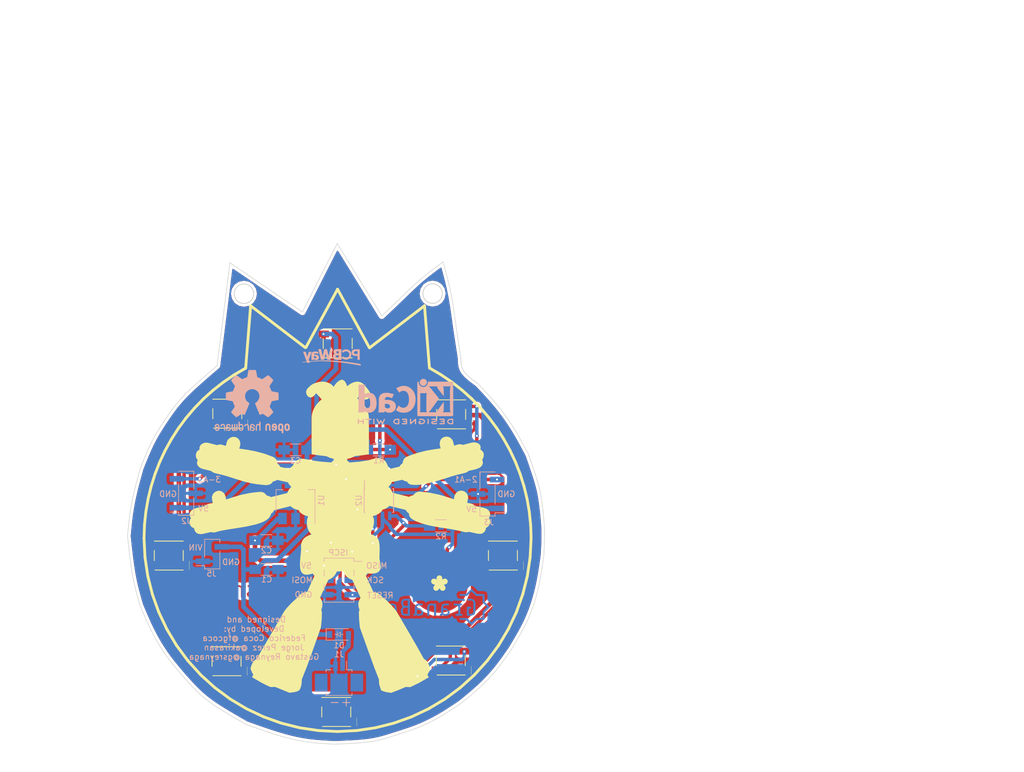
<source format=kicad_pcb>
(kicad_pcb (version 4) (host pcbnew 4.0.7-e2-6376~58~ubuntu16.04.1)
  (title_block (title "Project Title"))
  (layers (0 F.Cu signal) (31 B.Cu signal) (34 B.Paste user) (35 F.Paste user) (36 B.SilkS user) (37 F.SilkS user) (38 B.Mask user) (39 F.Mask user) (44 Edge.Cuts user))
  (net 0 "")
  (net 1 GND)
  (net 2 +5V)
  (net 3 MISO-1-PWM)
  (net 4 VCC)
  (net 5 VBAT)
  (net 6 "Net-(D2-Pad2)")
  (net 7 3-A3)
  (net 8 4-A2)
  (net 9 RESET)
  (net 10 MOSI-0-PWM)
  (net 11 SCK-2-A1)
  (net 12 "Net-(LED1-Pad4)")
  (net 13 "Net-(LED2-Pad4)")
  (net 14 "Net-(LED3-Pad4)")
  (net 15 "Net-(LED4-Pad4)")
  (net 16 "Net-(LED5-Pad4)")
  (net 17 "Net-(LED6-Pad4)")
  (net 18 "Net-(LED7-Pad4)")
  (net 19 "Net-(LED8-Pad4)")
  (module Granabot:logo_letra_Mask (layer B.Cu) (at 152.908 117.094 180)
    (fp_text reference svg2mod4 hide)
    (fp_text value G***4 hide)
  )
  (module "Granabot:hormiga con borde" (layer F.Cu) (at 136.271 100.1522)
    (fp_text reference svg2mod4 hide)
    (fp_text value G***4 hide)
  )
  (module OSHwi:D_SOD-123 (layer B.Cu) (at 136.525 121.92)
    (fp_text reference D1 (at 0 1.905) (layer B.SilkS) (effects (justify mirror)))
    (fp_text value MBRA140 hide)
    (pad 1 smd rect (at -1.65 0) (size 0.9 1.2) (layers B.Cu B.Paste B.Mask) (net 4 VCC))
    (pad 2 smd rect (at 1.65 0) (size 0.9 1.2) (layers B.Cu B.Paste B.Mask) (net 5 VBAT))
  )
  (module Connectors_Molex:Molex_PicoBlade_53261-0271_02x1.25mm_Angled (layer B.Cu) (at 136.525 128.905 180)
    (fp_text reference J1 (at 0 3.5 180) (layer B.SilkS) (effects (justify mirror)))
    (fp_text value CONN_01X02)
    (pad "" smd rect (at 3.125 -1.45 180) (size 2.2 3.1) (layers B.Cu B.Paste B.Mask))
    (pad "" smd rect (at -3.125 -1.45 180) (size 2.2 3.1) (layers B.Cu B.Paste B.Mask))
    (pad 2 smd rect (at 0.625 1.45 180) (size 0.8 1.7) (layers B.Cu B.Paste B.Mask) (net 1 GND))
    (pad 1 smd rect (at -0.625 1.45 180) (size 0.8 1.7) (layers B.Cu B.Paste B.Mask) (net 5 VBAT))
  )
  (module Pin_Headers:Pin_Header_Straight_2x03_Pitch2.54mm_SMD (layer B.Cu) (at 136.525 112.395 180)
    (fp_text reference J4 hide)
    (fp_text value CONN_02X03)
    (pad 6 smd rect (at 2.525 -2.54 180) (size 3.15 1) (layers B.Cu B.Paste B.Mask) (net 1 GND))
    (pad 5 smd rect (at -2.525 -2.54 180) (size 3.15 1) (layers B.Cu B.Paste B.Mask) (net 9 RESET))
    (pad 4 smd rect (at 2.525 0 180) (size 3.15 1) (layers B.Cu B.Paste B.Mask) (net 10 MOSI-0-PWM))
    (pad 3 smd rect (at -2.525 0 180) (size 3.15 1) (layers B.Cu B.Paste B.Mask) (net 11 SCK-2-A1))
    (pad 2 smd rect (at 2.525 2.54 180) (size 3.15 1) (layers B.Cu B.Paste B.Mask) (net 2 +5V))
    (pad 1 smd rect (at -2.525 2.54 180) (size 3.15 1) (layers B.Cu B.Paste B.Mask) (net 3 MISO-1-PWM))
  )
  (module Pin_Headers:Pin_Header_Straight_1x02_Pitch2.54mm_SMD_Pin1Left (layer B.Cu) (at 114.304 107.823)
    (fp_text reference J5 (at -0.131 3.429) (layer B.SilkS) (effects (justify mirror)))
    (fp_text value CONN_01X02)
    (pad 2 smd rect (at 1.655 -1.27) (size 2.51 1) (layers B.Cu B.Paste B.Mask) (net 4 VCC))
    (pad 1 smd rect (at -1.655 1.27) (size 2.51 1) (layers B.Cu B.Paste B.Mask) (net 1 GND))
  )
  (module OSHwi:WS2812B (layer F.Cu) (at 136.2964 70.866)
    (fp_text reference LED1)
    (fp_text value WS2812B hide)
    (pad 1 smd rect (at 2.4384 1.651) (size 1.8 1.2) (layers F.Cu F.Paste F.Mask) (net 1 GND))
    (pad 2 smd rect (at 2.4384 -1.651) (size 1.8 1.2) (layers F.Cu F.Paste F.Mask) (net 8 4-A2))
    (pad 3 smd rect (at -2.4384 -1.651) (size 1.8 1.2) (layers F.Cu F.Paste F.Mask) (net 2 +5V))
    (pad 4 smd rect (at -2.4384 1.651) (size 1.8 1.2) (layers F.Cu F.Paste F.Mask) (net 12 "Net-(LED1-Pad4)"))
  )
  (module OSHwi:WS2812B (layer F.Cu) (at 116.9416 83.185)
    (fp_text reference LED2)
    (fp_text value WS2812B hide)
    (pad 1 smd rect (at 2.4384 1.651) (size 1.8 1.2) (layers F.Cu F.Paste F.Mask) (net 1 GND))
    (pad 2 smd rect (at 2.4384 -1.651) (size 1.8 1.2) (layers F.Cu F.Paste F.Mask) (net 12 "Net-(LED1-Pad4)"))
    (pad 3 smd rect (at -2.4384 -1.651) (size 1.8 1.2) (layers F.Cu F.Paste F.Mask) (net 2 +5V))
    (pad 4 smd rect (at -2.4384 1.651) (size 1.8 1.2) (layers F.Cu F.Paste F.Mask) (net 13 "Net-(LED2-Pad4)"))
  )
  (module OSHwi:WS2812B (layer F.Cu) (at 106.68 108.077)
    (fp_text reference LED3)
    (fp_text value WS2812B hide)
    (pad 1 smd rect (at 2.4384 1.651) (size 1.8 1.2) (layers F.Cu F.Paste F.Mask) (net 1 GND))
    (pad 2 smd rect (at 2.4384 -1.651) (size 1.8 1.2) (layers F.Cu F.Paste F.Mask) (net 13 "Net-(LED2-Pad4)"))
    (pad 3 smd rect (at -2.4384 -1.651) (size 1.8 1.2) (layers F.Cu F.Paste F.Mask) (net 2 +5V))
    (pad 4 smd rect (at -2.4384 1.651) (size 1.8 1.2) (layers F.Cu F.Paste F.Mask) (net 14 "Net-(LED3-Pad4)"))
  )
  (module OSHwi:WS2812B (layer F.Cu) (at 116.8146 126.619)
    (fp_text reference LED4)
    (fp_text value WS2812B hide)
    (pad 1 smd rect (at 2.4384 1.651) (size 1.8 1.2) (layers F.Cu F.Paste F.Mask) (net 1 GND))
    (pad 2 smd rect (at 2.4384 -1.651) (size 1.8 1.2) (layers F.Cu F.Paste F.Mask) (net 14 "Net-(LED3-Pad4)"))
    (pad 3 smd rect (at -2.4384 -1.651) (size 1.8 1.2) (layers F.Cu F.Paste F.Mask) (net 2 +5V))
    (pad 4 smd rect (at -2.4384 1.651) (size 1.8 1.2) (layers F.Cu F.Paste F.Mask) (net 15 "Net-(LED4-Pad4)"))
  )
  (module OSHwi:WS2812B (layer F.Cu) (at 136.0424 135.509)
    (fp_text reference LED5)
    (fp_text value WS2812B hide)
    (pad 1 smd rect (at 2.4384 1.651) (size 1.8 1.2) (layers F.Cu F.Paste F.Mask) (net 1 GND))
    (pad 2 smd rect (at 2.4384 -1.651) (size 1.8 1.2) (layers F.Cu F.Paste F.Mask) (net 15 "Net-(LED4-Pad4)"))
    (pad 3 smd rect (at -2.4384 -1.651) (size 1.8 1.2) (layers F.Cu F.Paste F.Mask) (net 2 +5V))
    (pad 4 smd rect (at -2.4384 1.651) (size 1.8 1.2) (layers F.Cu F.Paste F.Mask) (net 16 "Net-(LED5-Pad4)"))
  )
  (module OSHwi:WS2812B (layer F.Cu) (at 156.1084 126.492)
    (fp_text reference LED6)
    (fp_text value WS2812B hide)
    (pad 1 smd rect (at 2.4384 1.651) (size 1.8 1.2) (layers F.Cu F.Paste F.Mask) (net 1 GND))
    (pad 2 smd rect (at 2.4384 -1.651) (size 1.8 1.2) (layers F.Cu F.Paste F.Mask) (net 16 "Net-(LED5-Pad4)"))
    (pad 3 smd rect (at -2.4384 -1.651) (size 1.8 1.2) (layers F.Cu F.Paste F.Mask) (net 2 +5V))
    (pad 4 smd rect (at -2.4384 1.651) (size 1.8 1.2) (layers F.Cu F.Paste F.Mask) (net 17 "Net-(LED6-Pad4)"))
  )
  (module OSHwi:WS2812B (layer F.Cu) (at 165.2524 108.077)
    (fp_text reference LED7)
    (fp_text value WS2812B hide)
    (pad 1 smd rect (at 2.4384 1.651) (size 1.8 1.2) (layers F.Cu F.Paste F.Mask) (net 1 GND))
    (pad 2 smd rect (at 2.4384 -1.651) (size 1.8 1.2) (layers F.Cu F.Paste F.Mask) (net 17 "Net-(LED6-Pad4)"))
    (pad 3 smd rect (at -2.4384 -1.651) (size 1.8 1.2) (layers F.Cu F.Paste F.Mask) (net 2 +5V))
    (pad 4 smd rect (at -2.4384 1.651) (size 1.8 1.2) (layers F.Cu F.Paste F.Mask) (net 18 "Net-(LED7-Pad4)"))
  )
  (module OSHwi:WS2812B (layer F.Cu) (at 156.1846 83.312)
    (fp_text reference LED8)
    (fp_text value WS2812B hide)
    (pad 1 smd rect (at 2.4384 1.651) (size 1.8 1.2) (layers F.Cu F.Paste F.Mask) (net 1 GND))
    (pad 2 smd rect (at 2.4384 -1.651) (size 1.8 1.2) (layers F.Cu F.Paste F.Mask) (net 18 "Net-(LED7-Pad4)"))
    (pad 3 smd rect (at -2.4384 -1.651) (size 1.8 1.2) (layers F.Cu F.Paste F.Mask) (net 2 +5V))
    (pad 4 smd rect (at -2.4384 1.651) (size 1.8 1.2) (layers F.Cu F.Paste F.Mask) (net 19 "Net-(LED8-Pad4)"))
  )
  (module TO_SOT_Packages_SMD:SOT-223-3Lead_TabPin2 (layer B.Cu) (at 128.905 98.425 90)
    (fp_text reference U1 (at 0 4.5 90) (layer B.SilkS) (effects (justify mirror)))
    (fp_text value LM340MP-5.0/NOPB)
    (pad 1 smd rect (at -3.15 2.3 90) (size 2 1.5) (layers B.Cu B.Paste B.Mask) (net 4 VCC))
    (pad 3 smd rect (at -3.15 -2.3 90) (size 2 1.5) (layers B.Cu B.Paste B.Mask) (net 2 +5V))
    (pad 2 smd rect (at -3.15 0 90) (size 2 1.5) (layers B.Cu B.Paste B.Mask) (net 1 GND))
    (pad 2 smd rect (at 3.15 0 90) (size 2 3.8) (layers B.Cu B.Paste B.Mask) (net 1 GND))
  )
  (module Housings_SOIC:SOIC-8_3.9x4.9mm_Pitch1.27mm (layer B.Cu) (at 143.51 98.425 270)
    (fp_text reference U2 (at 0 3.5 270) (layer B.SilkS) (effects (justify mirror)))
    (fp_text value ATTINY85-20SU)
    (pad 8 smd rect (at 2.7 1.905 270) (size 1.55 0.6) (layers B.Cu B.Paste B.Mask) (net 2 +5V))
    (pad 7 smd rect (at 2.7 0.635 270) (size 1.55 0.6) (layers B.Cu B.Paste B.Mask) (net 11 SCK-2-A1))
    (pad 6 smd rect (at 2.7 -0.635 270) (size 1.55 0.6) (layers B.Cu B.Paste B.Mask) (net 3 MISO-1-PWM))
    (pad 5 smd rect (at 2.7 -1.905 270) (size 1.55 0.6) (layers B.Cu B.Paste B.Mask) (net 10 MOSI-0-PWM))
    (pad 4 smd rect (at -2.7 -1.905 270) (size 1.55 0.6) (layers B.Cu B.Paste B.Mask) (net 1 GND))
    (pad 3 smd rect (at -2.7 -0.635 270) (size 1.55 0.6) (layers B.Cu B.Paste B.Mask) (net 8 4-A2))
    (pad 2 smd rect (at -2.7 0.635 270) (size 1.55 0.6) (layers B.Cu B.Paste B.Mask) (net 7 3-A3))
    (pad 1 smd rect (at -2.7 1.905 270) (size 1.55 0.6) (layers B.Cu B.Paste B.Mask) (net 9 RESET))
  )
  (module Granabot:CAPSENSE-CIRCLE2-D10MM (layer F.Cu) (at 154.051 113.03)
    (fp_text reference CAP1)
    (fp_text value CAPSENSE_CIRCLE hide)
    (pad 1 smd circle (at 0 0) (size 10.16 10.16) (layers F.Cu) (net 3 MISO-1-PWM) (clearance 0.508))
  )
  (module Symbols:OSHW-Logo2_14.6x12mm_SilkScreen (layer B.Cu) (at 121.3104 81.0768 180)
    (fp_text reference REF***OSHW hide)
    (fp_text value OSHW-Logo2_14.6x12mm_SilkScreen hide)
  )
  (module Symbols:KiCad-Logo2_8mm_SilkScreen (layer B.Cu) (at 148.1836 81.0514 180)
    (fp_text reference REF***KiCad hide)
    (fp_text value KiCad-Logo2_8mm_SilkScreen hide)
  )
  (module Pin_Headers:Pin_Header_Straight_1x03_Pitch2.54mm_SMD_Pin1Left (layer B.Cu) (at 109.732 97.155)
    (fp_text reference J2 (at 0 4.87) (layer B.SilkS) (effects (justify mirror)))
    (fp_text value CONN_01X03)
    (pad 2 smd rect (at 1.655 0) (size 2.51 1) (layers B.Cu B.Paste B.Mask) (net 1 GND))
    (pad 3 smd rect (at -1.655 -2.54) (size 2.51 1) (layers B.Cu B.Paste B.Mask) (net 7 3-A3))
    (pad 1 smd rect (at -1.655 2.54) (size 2.51 1) (layers B.Cu B.Paste B.Mask) (net 2 +5V))
  )
  (module Pin_Headers:Pin_Header_Straight_1x03_Pitch2.54mm_SMD_Pin1Right (layer B.Cu) (at 162.556 97.282)
    (fp_text reference J3 (at 0.258 4.953) (layer B.SilkS) (effects (justify mirror)))
    (fp_text value CONN_01X03)
    (pad 3 smd rect (at 1.655 -2.54) (size 2.51 1) (layers B.Cu B.Paste B.Mask) (net 11 SCK-2-A1))
    (pad 1 smd rect (at 1.655 2.54) (size 2.51 1) (layers B.Cu B.Paste B.Mask) (net 2 +5V))
    (pad 2 smd rect (at -1.655 0) (size 2.51 1) (layers B.Cu B.Paste B.Mask) (net 1 GND))
  )
  (module Capacitors_SMD:C_1206_HandSoldering (layer B.Cu) (at 123.825 110.5154)
    (fp_text reference C1 (at 0 1.75) (layer B.SilkS) (effects (justify mirror)))
    (fp_text value 0.22uF)
    (pad 2 smd rect (at 2 0) (size 2 1.6) (layers B.Cu B.Paste B.Mask) (net 1 GND))
    (pad 1 smd rect (at -2 0) (size 2 1.6) (layers B.Cu B.Paste B.Mask) (net 4 VCC))
  )
  (module Capacitors_SMD:C_1206_HandSoldering (layer B.Cu) (at 123.7996 105.4354)
    (fp_text reference C2 (at 0 1.75) (layer B.SilkS) (effects (justify mirror)))
    (fp_text value 0.1uF)
    (pad 2 smd rect (at 2 0) (size 2 1.6) (layers B.Cu B.Paste B.Mask) (net 1 GND))
    (pad 1 smd rect (at -2 0) (size 2 1.6) (layers B.Cu B.Paste B.Mask) (net 2 +5V))
  )
  (module Capacitors_SMD:C_1206_HandSoldering (layer B.Cu) (at 128.905 89.535 180)
    (fp_text reference C3 (at 0 -1.905 180) (layer B.SilkS) (effects (justify mirror)))
    (fp_text value 22nF)
    (pad 2 smd rect (at 2 0 180) (size 2 1.6) (layers B.Cu B.Paste B.Mask) (net 1 GND))
    (pad 1 smd rect (at -2 0 180) (size 2 1.6) (layers B.Cu B.Paste B.Mask) (net 2 +5V))
  )
  (module LEDs:LED_1206_HandSoldering (layer F.Cu) (at 136.8552 83.7184 180)
    (fp_text reference D2 (at 0 -1.85 180) (layer F.SilkS))
    (fp_text value ON)
    (pad 2 smd rect (at 2 0 180) (size 2 1.7) (layers F.Cu F.Paste F.Mask) (net 6 "Net-(D2-Pad2)"))
    (pad 1 smd rect (at -2 0 180) (size 2 1.7) (layers F.Cu F.Paste F.Mask) (net 1 GND))
  )
  (module Resistors_SMD:R_1206_HandSoldering (layer B.Cu) (at 143.51 89.535)
    (fp_text reference R1 (at 0 1.85) (layer B.SilkS) (effects (justify mirror)))
    (fp_text value 1k)
    (pad 2 smd rect (at 2 0) (size 2 1.7) (layers B.Cu B.Paste B.Mask) (net 6 "Net-(D2-Pad2)"))
    (pad 1 smd rect (at -2 0) (size 2 1.7) (layers B.Cu B.Paste B.Mask) (net 2 +5V))
  )
  (module Resistors_SMD:R_1206_HandSoldering (layer B.Cu) (at 154.4 102.87)
    (fp_text reference R2 (at 0 1.85) (layer B.SilkS) (effects (justify mirror)))
    (fp_text value "1M Ohms")
    (pad 2 smd rect (at 2 0) (size 2 1.7) (layers B.Cu B.Paste B.Mask) (net 3 MISO-1-PWM))
    (pad 1 smd rect (at -2 0) (size 2 1.7) (layers B.Cu B.Paste B.Mask) (net 10 MOSI-0-PWM))
  )
  (module Granabot:logo_letra_Cu (layer F.Cu) (at 118.7704 113.8682)
    (fp_text reference svg2mod1 hide)
    (fp_text value G***1 hide)
    (fp_poly (pts (xy -7.333423 2.742437) (xy -7.449553 2.626693) (xy -7.565828 2.5108) (xy -7.68221 2.3948) (xy -7.798383 2.279013) (xy -7.961671 2.279013) (xy -8.125166 2.279013) (xy -8.28881 2.279013) (xy -8.452159 2.279013) (xy -8.619247 2.269413) (xy -8.786545 2.259813) (xy -8.953996 2.250213) (xy -9.121146 2.240613) (xy -9.124986 2.073125) (xy -9.128826 1.905424) (xy -9.132666 1.737563) (xy -9.136506 1.570011) (xy -9.136506 1.359909) (xy -9.136506 1.150384) (xy -9.136506 0.939056) (xy -9.252223 0.823461) (xy -9.368086 0.707728) (xy -9.484057 0.591888) (xy -9.599817 0.476251) (xy -9.715534 0.360656) (xy -9.831397 0.244923) (xy -9.947367 0.129083) (xy -10.063127 0.013445) (xy -9.94741 -0.102853) (xy -9.831547 -0.219301) (xy -9.715577 -0.335856) (xy -9.599817 -0.452197) (xy -9.484099 -0.568496) (xy -9.368236 -0.684955) (xy -9.252266 -0.801509) (xy -9.136506 -0.917851) (xy -9.136506 -1.128592) (xy -9.136506 -1.338768) (xy -9.136506 -1.550747) (xy -9.129999 -1.720933) (xy -9.123492 -1.891323) (xy -9.116986 -2.061883) (xy -9.110479 -2.232123) (xy -8.940297 -2.244176) (xy -8.769901 -2.256229) (xy -8.599348 -2.268389) (xy -8.429104 -2.280443) (xy -8.265402 -2.280443) (xy -8.101492 -2.280443) (xy -7.937435 -2.280443) (xy -7.773671 -2.280443) (xy -7.65737 -2.396165) (xy -7.540922 -2.512027) (xy -7.424367 -2.627995) (xy -7.308022 -2.74376) (xy -7.191721 -2.859472) (xy -7.075273 -2.975344) (xy -6.958719 -3.091312) (xy -6.842374 -3.207067) (xy -6.726783 -3.091355) (xy -6.611047 -2.975483) (xy -6.495204 -2.859515) (xy -6.379571 -2.74376) (xy -6.26398 -2.628037) (xy -6.148244 -2.512176) (xy -6.032401 -2.396208) (xy -5.916768 -2.280443) (xy -5.72714 -2.280443) (xy -5.538031 -2.280443) (xy -5.34729 -2.280443) (xy -5.164277 -2.272976) (xy -4.981766 -2.265509) (xy -4.797679 -2.258043) (xy -4.725924 -2.095227) (xy -4.79593 -1.945968) (xy -4.996834 -1.940635) (xy -5.197189 -1.935301) (xy -5.399274 -1.929968) (xy -5.559853 -1.929968) (xy -5.720635 -1.929968) (xy -5.881563 -1.929968) (xy -6.042202 -1.929968) (xy -6.163089 -2.051504) (xy -6.283645 -2.172709) (xy -6.405242 -2.29496) (xy -6.541837 -2.425189) (xy -6.678058 -2.555056) (xy -6.815455 -2.686043) (xy -6.961484 -2.564645) (xy -7.107111 -2.443589) (xy -7.253998 -2.321477) (xy -7.384319 -2.191397) (xy -7.514283 -2.061669) (xy -7.645369 -1.930821) (xy -7.833119 -1.928688) (xy -8.020356 -1.926555) (xy -8.20921 -1.924421) (xy -8.396961 -1.922288) (xy -8.584198 -1.920155) (xy -8.773052 -1.918021) (xy -8.775292 -1.730267) (xy -8.777532 -1.543035) (xy -8.779772 -1.354181) (xy -8.782012 -1.166427) (xy -8.784252 -0.979195) (xy -8.786492 -0.790341) (xy -8.917677 -0.658917) (xy -9.048501 -0.527845) (xy -9.180457 -0.395653) (xy -9.311642 -0.264229) (xy -9.442466 -0.133168) (xy -9.574421 -0.000976) (xy -9.445182 0.128453) (xy -9.316295 0.25752) (xy -9.186297 0.387707) (xy -9.057056 0.517125) (xy -8.92817 0.646192) (xy -8.798171 0.776379) (xy -8.794011 0.966128) (xy -8.789851 1.155365) (xy -8.785691 1.346235) (xy -8.781531 1.535995) (xy -8.777371 1.725232) (xy -8.773211 1.916101) (xy -8.583455 1.920368) (xy -8.39422 1.924635) (xy -8.20335 1.928901) (xy -8.013595 1.933168) (xy -7.824359 1.937435) (xy -7.633489 1.941701) (xy -7.506055 2.068955) (xy -7.378972 2.195856) (xy -7.25079 2.323856) (xy -7.115438 2.451109) (xy -6.980455 2.578021) (xy -6.844308 2.706021) (xy -6.706133 2.576677) (xy -6.568337 2.447696) (xy -6.42935 2.317595) (xy -6.299095 2.188251) (xy -6.169197 2.059269) (xy -6.038176 1.929168) (xy -5.828359 1.929168) (xy -5.619119 1.929168) (xy -5.40807 1.929168) (xy -5.20646 1.935568) (xy -5.005403 1.941968) (xy -4.802608 1.948368) (xy -4.726085 2.111995) (xy -4.789776 2.260837) (xy -4.967725 2.267237) (xy -5.145187 2.273637) (xy -5.324181 2.280037) (xy -5.513211 2.280037) (xy -5.701722 2.280037) (xy -5.89186 2.280037) (xy -6.007524 2.395824) (xy -6.123333 2.511771) (xy -6.239249 2.627813) (xy -6.354956 2.743643) (xy -6.476942 2.859387) (xy -6.599082 2.97528) (xy -6.721333 3.09128) (xy -6.843364 3.207067) (xy -6.965817 3.09128) (xy -7.088422 2.975333) (xy -7.211141 2.859291) (xy -7.333638 2.743461) (xy -7.333587 2.744037) (xy -7.333423 2.742437)) (layer F.Cu) (width 0))
    (fp_poly (pts (xy -6.763411 1.543163) (xy -7.336785 1.363451) (xy -7.533615 0.815749) (xy -7.533615 -0.724656) (xy -7.336785 -1.26808) (xy -6.763411 -1.452069) (xy -6.160085 -1.452069) (xy -6.160085 -1.126875) (xy -6.806201 -1.126875) (xy -7.062935 -1.032688) (xy -7.161346 -0.805904) (xy -7.161346 0.897104) (xy -7.062935 1.123877) (xy -6.806201 1.218064) (xy -6.386867 1.218064) (xy -6.386867 0.289541) (xy -6.759133 0.289541) (xy -6.759133 -0.031387) (xy -6.031718 -0.031387) (xy -6.031718 1.543259) (xy -6.763411 1.543259) (xy -6.763411 1.543163)) (layer F.Cu) (width 0))
    (fp_poly (pts (xy -4.888982 1.222245) (xy -4.888982 -0.275376) (xy -5.201343 -0.275376) (xy -5.201343 -0.596293) (xy -4.54667 -0.596293) (xy -4.54667 -0.480763) (xy -4.204357 -0.596293) (xy -3.76363 -0.596293) (xy -3.76363 -0.253979) (xy -4.247147 -0.253979) (xy -4.452534 -0.164165) (xy -4.52527 0.011269) (xy -4.52527 1.222203) (xy -4.058869 1.222203) (xy -4.058869 1.54312) (xy -5.201338 1.54312) (xy -5.201338 1.222203) (xy -4.888977 1.222203) (xy -4.888982 1.222245)) (layer F.Cu) (width 0))
    (fp_poly (pts (xy -1.538331 1.543163) (xy -2.077471 1.222288) (xy -1.914873 1.162341) (xy -1.880643 1.008293) (xy -1.880643 0.537616) (xy -2.415507 0.537616) (xy -2.5995 0.610363) (xy -2.672236 0.794352) (xy -2.672236 1.008293) (xy -2.620886 1.170896) (xy -2.458288 1.222203) (xy -2.077465 1.222203) (xy -2.077471 1.222288) (xy -1.538331 1.543163) (xy -1.662419 1.508923) (xy -1.77367 1.414736) (xy -2.034684 1.543109) (xy -2.415507 1.543109) (xy -2.890466 1.414736) (xy -3.035949 0.965456) (xy -3.035949 0.879909) (xy -2.411228 0.216677) (xy -1.880643 0.216677) (xy -1.880643 0.002736) (xy -1.961945 -0.202651) (xy -2.201564 -0.275397) (xy -2.864795 -0.275397) (xy -2.864795 -0.596315) (xy -2.244353 -0.596315) (xy -1.696653 -0.433712) (xy -1.516939 0.088315) (xy -1.516939 1.115248) (xy -1.469867 1.213701) (xy -1.302989 1.243675) (xy -1.302989 1.543205) (xy -1.538329 1.543205) (xy -1.538331 1.543163)) (layer F.Cu) (width 0))
    (fp_poly (pts (xy -0.301459 -0.596293) (xy -0.301459 -0.493573) (xy 0.040853 -0.596293) (xy 0.237683 -0.596293) (xy 0.751152 -0.433691) (xy 0.922308 0.088336) (xy 0.922308 1.543163) (xy 0.558601 1.543163) (xy 0.558601 0.002757) (xy 0.481577 -0.198352) (xy 0.280468 -0.275365) (xy -0.00194 -0.275365) (xy -0.211606 -0.198352) (xy -0.280065 -0.040037) (xy -0.280065 1.543163) (xy -0.643772 1.543163) (xy -0.643772 -0.596293) (xy -0.301459 -0.596293)) (layer F.Cu) (width 0))
    (fp_poly (pts (xy 3.074866 1.543163) (xy 2.535726 1.222288) (xy 2.698324 1.162341) (xy 2.732554 1.008293) (xy 2.732554 0.537616) (xy 2.19769 0.537616) (xy 2.013697 0.610363) (xy 1.94095 0.794352) (xy 1.94095 1.008293) (xy 1.9923 1.170896) (xy 2.154898 1.222203) (xy 2.535722 1.222203) (xy 2.535726 1.222288) (xy 3.074866 1.543163) (xy 2.950778 1.508923) (xy 2.839526 1.414736) (xy 2.578513 1.543109) (xy 2.19769 1.543109) (xy 1.722731 1.414736) (xy 1.577248 0.965456) (xy 1.577248 0.879909) (xy 2.201969 0.216677) (xy 2.732554 0.216677) (xy 2.732554 0.002736) (xy 2.651252 -0.202651) (xy 2.411633 -0.275397) (xy 1.748402 -0.275397) (xy 1.748402 -0.596315) (xy 2.368844 -0.596315) (xy 2.916544 -0.433712) (xy 3.096258 0.088315) (xy 3.096258 1.115248) (xy 3.14333 1.213701) (xy 3.310208 1.243675) (xy 3.310208 1.543205) (xy 3.074868 1.543205) (xy 3.074866 1.543163)) (layer F.Cu) (width 0))
    (fp_poly (pts (xy 5.544062 0.867088) (xy 4.816643 -0.185531) (xy 5.039147 -0.271077) (xy 5.129003 -0.497861) (xy 5.129003 -0.823056) (xy 5.129008 -0.823077) (xy 5.051984 -1.058416) (xy 4.816643 -1.131163) (xy 4.333127 -1.131163) (xy 4.333127 -0.185531) (xy 4.816643 -0.185531) (xy 5.544062 0.867088) (xy 5.171797 0.443504) (xy 5.086219 0.220997) (xy 4.859437 0.135451) (xy 4.333132 0.135451) (xy 4.333132 1.222299) (xy 4.855158 1.222299) (xy 5.094777 1.149552) (xy 5.171801 0.909936) (xy 5.171801 0.443536) (xy 5.171797 0.443504) (xy 5.544062 0.867088) (xy 5.372906 1.389115) (xy 4.816647 1.543163) (xy 3.960866 1.543163) (xy 3.960866 -1.452069) (xy 4.765301 -1.452069) (xy 5.321559 -1.298032) (xy 5.501274 -0.78456) (xy 5.501274 -0.540667) (xy 5.265933 -0.044315) (xy 5.544062 0.481989) (xy 5.544062 0.867088)) (layer F.Cu) (width 0))
    (fp_poly (pts (xy 7.85494 0.858533) (xy 7.491233 0.002757) (xy 7.409932 -0.202629) (xy 7.170313 -0.275376) (xy 6.943531 -0.275376) (xy 6.703911 -0.202629) (xy 6.62261 0.002757) (xy 6.62261 0.944112) (xy 6.703911 1.149499) (xy 6.943531 1.222245) (xy 7.170313 1.222245) (xy 7.409932 1.149499) (xy 7.491233 0.944112) (xy 7.491233 0.002757) (xy 7.85494 0.858533) (xy 7.675226 1.38056) (xy 7.127525 1.543163) (xy 6.986322 1.543163) (xy 6.434342 1.38056) (xy 6.258908 0.858533) (xy 6.258908 0.088336) (xy 6.434342 -0.433691) (xy 6.986322 -0.596293) (xy 7.127525 -0.596293) (xy 7.675226 -0.433691) (xy 7.85494 0.088336) (xy 7.85494 0.858533)) (layer F.Cu) (width 0))
    (fp_poly (pts (xy 9.523982 1.543163) (xy 9.190227 1.401957) (xy 9.074697 1.029691) (xy 9.074697 -0.275376) (xy 8.668201 -0.275376) (xy 8.668201 -0.596293) (xy 9.074697 -0.596293) (xy 9.074697 -1.109765) (xy 9.438403 -1.109765) (xy 9.438403 -0.596293) (xy 10.063124 -0.596293) (xy 10.063124 -0.275376) (xy 9.438403 -0.275376) (xy 9.438403 1.051088) (xy 9.485475 1.183728) (xy 9.630958 1.222235) (xy 10.063127 1.222235) (xy 10.063127 1.543152) (xy 9.523985 1.543152) (xy 9.523982 1.543163)) (layer F.Cu) (width 0))
  )
  (module Granabot:logo_letra_Mask (layer F.Cu) (at 118.7704 113.8682)
    (fp_text reference svg2mod2 hide)
    (fp_text value G***2 hide)
  )
  (module Granabot:logo_letra_Cu (layer B.Cu) (at 152.908 117.094 180)
    (fp_text reference svg2mod3 hide)
    (fp_text value G***3 hide)
    (fp_poly (pts (xy -7.333423 -2.742437) (xy -7.449553 -2.626693) (xy -7.565828 -2.5108) (xy -7.68221 -2.3948) (xy -7.798383 -2.279013) (xy -7.961671 -2.279013) (xy -8.125166 -2.279013) (xy -8.28881 -2.279013) (xy -8.452159 -2.279013) (xy -8.619247 -2.269413) (xy -8.786545 -2.259813) (xy -8.953996 -2.250213) (xy -9.121146 -2.240613) (xy -9.124986 -2.073125) (xy -9.128826 -1.905424) (xy -9.132666 -1.737563) (xy -9.136506 -1.570011) (xy -9.136506 -1.359909) (xy -9.136506 -1.150384) (xy -9.136506 -0.939056) (xy -9.252223 -0.823461) (xy -9.368086 -0.707728) (xy -9.484057 -0.591888) (xy -9.599817 -0.476251) (xy -9.715534 -0.360656) (xy -9.831397 -0.244923) (xy -9.947367 -0.129083) (xy -10.063127 -0.013445) (xy -9.94741 0.102853) (xy -9.831547 0.219301) (xy -9.715577 0.335856) (xy -9.599817 0.452197) (xy -9.484099 0.568496) (xy -9.368236 0.684955) (xy -9.252266 0.801509) (xy -9.136506 0.917851) (xy -9.136506 1.128592) (xy -9.136506 1.338768) (xy -9.136506 1.550747) (xy -9.129999 1.720933) (xy -9.123492 1.891323) (xy -9.116986 2.061883) (xy -9.110479 2.232123) (xy -8.940297 2.244176) (xy -8.769901 2.256229) (xy -8.599348 2.268389) (xy -8.429104 2.280443) (xy -8.265402 2.280443) (xy -8.101492 2.280443) (xy -7.937435 2.280443) (xy -7.773671 2.280443) (xy -7.65737 2.396165) (xy -7.540922 2.512027) (xy -7.424367 2.627995) (xy -7.308022 2.74376) (xy -7.191721 2.859472) (xy -7.075273 2.975344) (xy -6.958719 3.091312) (xy -6.842374 3.207067) (xy -6.726783 3.091355) (xy -6.611047 2.975483) (xy -6.495204 2.859515) (xy -6.379571 2.74376) (xy -6.26398 2.628037) (xy -6.148244 2.512176) (xy -6.032401 2.396208) (xy -5.916768 2.280443) (xy -5.72714 2.280443) (xy -5.538031 2.280443) (xy -5.34729 2.280443) (xy -5.164277 2.272976) (xy -4.981766 2.265509) (xy -4.797679 2.258043) (xy -4.725924 2.095227) (xy -4.79593 1.945968) (xy -4.996834 1.940635) (xy -5.197189 1.935301) (xy -5.399274 1.929968) (xy -5.559853 1.929968) (xy -5.720635 1.929968) (xy -5.881563 1.929968) (xy -6.042202 1.929968) (xy -6.163089 2.051504) (xy -6.283645 2.172709) (xy -6.405242 2.29496) (xy -6.541837 2.425189) (xy -6.678058 2.555056) (xy -6.815455 2.686043) (xy -6.961484 2.564645) (xy -7.107111 2.443589) (xy -7.253998 2.321477) (xy -7.384319 2.191397) (xy -7.514283 2.061669) (xy -7.645369 1.930821) (xy -7.833119 1.928688) (xy -8.020356 1.926555) (xy -8.20921 1.924421) (xy -8.396961 1.922288) (xy -8.584198 1.920155) (xy -8.773052 1.918021) (xy -8.775292 1.730267) (xy -8.777532 1.543035) (xy -8.779772 1.354181) (xy -8.782012 1.166427) (xy -8.784252 0.979195) (xy -8.786492 0.790341) (xy -8.917677 0.658917) (xy -9.048501 0.527845) (xy -9.180457 0.395653) (xy -9.311642 0.264229) (xy -9.442466 0.133168) (xy -9.574421 0.000976) (xy -9.445182 -0.128453) (xy -9.316295 -0.25752) (xy -9.186297 -0.387707) (xy -9.057056 -0.517125) (xy -8.92817 -0.646192) (xy -8.798171 -0.776379) (xy -8.794011 -0.966128) (xy -8.789851 -1.155365) (xy -8.785691 -1.346235) (xy -8.781531 -1.535995) (xy -8.777371 -1.725232) (xy -8.773211 -1.916101) (xy -8.583455 -1.920368) (xy -8.39422 -1.924635) (xy -8.20335 -1.928901) (xy -8.013595 -1.933168) (xy -7.824359 -1.937435) (xy -7.633489 -1.941701) (xy -7.506055 -2.068955) (xy -7.378972 -2.195856) (xy -7.25079 -2.323856) (xy -7.115438 -2.451109) (xy -6.980455 -2.578021) (xy -6.844308 -2.706021) (xy -6.706133 -2.576677) (xy -6.568337 -2.447696) (xy -6.42935 -2.317595) (xy -6.299095 -2.188251) (xy -6.169197 -2.059269) (xy -6.038176 -1.929168) (xy -5.828359 -1.929168) (xy -5.619119 -1.929168) (xy -5.40807 -1.929168) (xy -5.20646 -1.935568) (xy -5.005403 -1.941968) (xy -4.802608 -1.948368) (xy -4.726085 -2.111995) (xy -4.789776 -2.260837) (xy -4.967725 -2.267237) (xy -5.145187 -2.273637) (xy -5.324181 -2.280037) (xy -5.513211 -2.280037) (xy -5.701722 -2.280037) (xy -5.89186 -2.280037) (xy -6.007524 -2.395824) (xy -6.123333 -2.511771) (xy -6.239249 -2.627813) (xy -6.354956 -2.743643) (xy -6.476942 -2.859387) (xy -6.599082 -2.97528) (xy -6.721333 -3.09128) (xy -6.843364 -3.207067) (xy -6.965817 -3.09128) (xy -7.088422 -2.975333) (xy -7.211141 -2.859291) (xy -7.333638 -2.743461) (xy -7.333587 -2.744037) (xy -7.333423 -2.742437)) (layer B.Cu) (width 0))
    (fp_poly (pts (xy -6.763411 -1.543163) (xy -7.336785 -1.363451) (xy -7.533615 -0.815749) (xy -7.533615 0.724656) (xy -7.336785 1.26808) (xy -6.763411 1.452069) (xy -6.160085 1.452069) (xy -6.160085 1.126875) (xy -6.806201 1.126875) (xy -7.062935 1.032688) (xy -7.161346 0.805904) (xy -7.161346 -0.897104) (xy -7.062935 -1.123877) (xy -6.806201 -1.218064) (xy -6.386867 -1.218064) (xy -6.386867 -0.289541) (xy -6.759133 -0.289541) (xy -6.759133 0.031387) (xy -6.031718 0.031387) (xy -6.031718 -1.543259) (xy -6.763411 -1.543259) (xy -6.763411 -1.543163)) (layer B.Cu) (width 0))
    (fp_poly (pts (xy -4.888982 -1.222245) (xy -4.888982 0.275376) (xy -5.201343 0.275376) (xy -5.201343 0.596293) (xy -4.54667 0.596293) (xy -4.54667 0.480763) (xy -4.204357 0.596293) (xy -3.76363 0.596293) (xy -3.76363 0.253979) (xy -4.247147 0.253979) (xy -4.452534 0.164165) (xy -4.52527 -0.011269) (xy -4.52527 -1.222203) (xy -4.058869 -1.222203) (xy -4.058869 -1.54312) (xy -5.201338 -1.54312) (xy -5.201338 -1.222203) (xy -4.888977 -1.222203) (xy -4.888982 -1.222245)) (layer B.Cu) (width 0))
    (fp_poly (pts (xy -1.538331 -1.543163) (xy -2.077471 -1.222288) (xy -1.914873 -1.162341) (xy -1.880643 -1.008293) (xy -1.880643 -0.537616) (xy -2.415507 -0.537616) (xy -2.5995 -0.610363) (xy -2.672236 -0.794352) (xy -2.672236 -1.008293) (xy -2.620886 -1.170896) (xy -2.458288 -1.222203) (xy -2.077465 -1.222203) (xy -2.077471 -1.222288) (xy -1.538331 -1.543163) (xy -1.662419 -1.508923) (xy -1.77367 -1.414736) (xy -2.034684 -1.543109) (xy -2.415507 -1.543109) (xy -2.890466 -1.414736) (xy -3.035949 -0.965456) (xy -3.035949 -0.879909) (xy -2.411228 -0.216677) (xy -1.880643 -0.216677) (xy -1.880643 -0.002736) (xy -1.961945 0.202651) (xy -2.201564 0.275397) (xy -2.864795 0.275397) (xy -2.864795 0.596315) (xy -2.244353 0.596315) (xy -1.696653 0.433712) (xy -1.516939 -0.088315) (xy -1.516939 -1.115248) (xy -1.469867 -1.213701) (xy -1.302989 -1.243675) (xy -1.302989 -1.543205) (xy -1.538329 -1.543205) (xy -1.538331 -1.543163)) (layer B.Cu) (width 0))
    (fp_poly (pts (xy -0.301459 0.596293) (xy -0.301459 0.493573) (xy 0.040853 0.596293) (xy 0.237683 0.596293) (xy 0.751152 0.433691) (xy 0.922308 -0.088336) (xy 0.922308 -1.543163) (xy 0.558601 -1.543163) (xy 0.558601 -0.002757) (xy 0.481577 0.198352) (xy 0.280468 0.275365) (xy -0.00194 0.275365) (xy -0.211606 0.198352) (xy -0.280065 0.040037) (xy -0.280065 -1.543163) (xy -0.643772 -1.543163) (xy -0.643772 0.596293) (xy -0.301459 0.596293)) (layer B.Cu) (width 0))
    (fp_poly (pts (xy 3.074866 -1.543163) (xy 2.535726 -1.222288) (xy 2.698324 -1.162341) (xy 2.732554 -1.008293) (xy 2.732554 -0.537616) (xy 2.19769 -0.537616) (xy 2.013697 -0.610363) (xy 1.94095 -0.794352) (xy 1.94095 -1.008293) (xy 1.9923 -1.170896) (xy 2.154898 -1.222203) (xy 2.535722 -1.222203) (xy 2.535726 -1.222288) (xy 3.074866 -1.543163) (xy 2.950778 -1.508923) (xy 2.839526 -1.414736) (xy 2.578513 -1.543109) (xy 2.19769 -1.543109) (xy 1.722731 -1.414736) (xy 1.577248 -0.965456) (xy 1.577248 -0.879909) (xy 2.201969 -0.216677) (xy 2.732554 -0.216677) (xy 2.732554 -0.002736) (xy 2.651252 0.202651) (xy 2.411633 0.275397) (xy 1.748402 0.275397) (xy 1.748402 0.596315) (xy 2.368844 0.596315) (xy 2.916544 0.433712) (xy 3.096258 -0.088315) (xy 3.096258 -1.115248) (xy 3.14333 -1.213701) (xy 3.310208 -1.243675) (xy 3.310208 -1.543205) (xy 3.074868 -1.543205) (xy 3.074866 -1.543163)) (layer B.Cu) (width 0))
    (fp_poly (pts (xy 5.544062 -0.867088) (xy 4.816643 0.185531) (xy 5.039147 0.271077) (xy 5.129003 0.497861) (xy 5.129003 0.823056) (xy 5.129008 0.823077) (xy 5.051984 1.058416) (xy 4.816643 1.131163) (xy 4.333127 1.131163) (xy 4.333127 0.185531) (xy 4.816643 0.185531) (xy 5.544062 -0.867088) (xy 5.171797 -0.443504) (xy 5.086219 -0.220997) (xy 4.859437 -0.135451) (xy 4.333132 -0.135451) (xy 4.333132 -1.222299) (xy 4.855158 -1.222299) (xy 5.094777 -1.149552) (xy 5.171801 -0.909936) (xy 5.171801 -0.443536) (xy 5.171797 -0.443504) (xy 5.544062 -0.867088) (xy 5.372906 -1.389115) (xy 4.816647 -1.543163) (xy 3.960866 -1.543163) (xy 3.960866 1.452069) (xy 4.765301 1.452069) (xy 5.321559 1.298032) (xy 5.501274 0.78456) (xy 5.501274 0.540667) (xy 5.265933 0.044315) (xy 5.544062 -0.481989) (xy 5.544062 -0.867088)) (layer B.Cu) (width 0))
    (fp_poly (pts (xy 7.85494 -0.858533) (xy 7.491233 -0.002757) (xy 7.409932 0.202629) (xy 7.170313 0.275376) (xy 6.943531 0.275376) (xy 6.703911 0.202629) (xy 6.62261 -0.002757) (xy 6.62261 -0.944112) (xy 6.703911 -1.149499) (xy 6.943531 -1.222245) (xy 7.170313 -1.222245) (xy 7.409932 -1.149499) (xy 7.491233 -0.944112) (xy 7.491233 -0.002757) (xy 7.85494 -0.858533) (xy 7.675226 -1.38056) (xy 7.127525 -1.543163) (xy 6.986322 -1.543163) (xy 6.434342 -1.38056) (xy 6.258908 -0.858533) (xy 6.258908 -0.088336) (xy 6.434342 0.433691) (xy 6.986322 0.596293) (xy 7.127525 0.596293) (xy 7.675226 0.433691) (xy 7.85494 -0.088336) (xy 7.85494 -0.858533)) (layer B.Cu) (width 0))
    (fp_poly (pts (xy 9.523982 -1.543163) (xy 9.190227 -1.401957) (xy 9.074697 -1.029691) (xy 9.074697 0.275376) (xy 8.668201 0.275376) (xy 8.668201 0.596293) (xy 9.074697 0.596293) (xy 9.074697 1.109765) (xy 9.438403 1.109765) (xy 9.438403 0.596293) (xy 10.063124 0.596293) (xy 10.063124 0.275376) (xy 9.438403 0.275376) (xy 9.438403 -1.051088) (xy 9.485475 -1.183728) (xy 9.630958 -1.222235) (xy 10.063127 -1.222235) (xy 10.063127 -1.543152) (xy 9.523985 -1.543152) (xy 9.523982 -1.543163)) (layer B.Cu) (width 0))
  )
  (module OSHwi:pcbway3 (layer B.Cu) (at 135.2042 73.3298 180)
    (fp_text reference PCBway-3 hide)
    (fp_text value LOGO-3 hide)
  )
  (gr_circle (center 119.8626 62.1538) (end 121.031 63.3984) (layer Edge.Cuts) (width 0.1524))
  (gr_circle (center 152.9334 62.1284) (end 154.1018 63.373) (layer Edge.Cuts) (width 0.1524))
  (gr_text - (at 135.763 133.731) (layer B.SilkS) (effects (font (size 1.6 1.6) (thickness 0.1524)) (justify mirror)))
  (gr_text + (at 137.795 133.731) (layer B.SilkS) (effects (font (size 1.6 1.6) (thickness 0.1524)) (justify mirror)))
  (gr_text ISCP (at 136.398 107.569) (layer B.SilkS) (effects (font (size 1.016 1.016) (thickness 0.1524)) (justify mirror)))
  (gr_text 5V (at 159.766 99.949) (layer B.SilkS) (effects (font (size 1.016 1.016) (thickness 0.1524)) (justify mirror)))
  (gr_text GND (at 165.862 97.282) (layer B.SilkS) (effects (font (size 1.016 1.016) (thickness 0.1524)) (justify mirror)))
  (gr_text 5V (at 112.776 99.822) (layer B.SilkS) (effects (font (size 1.016 1.016) (thickness 0.1524)) (justify mirror)))
  (gr_text GND (at 106.553 97.282) (layer B.SilkS) (effects (font (size 1.016 1.016) (thickness 0.1524)) (justify mirror)))
  (gr_text "Designed and \nDeveloped by:\nFederico Coca @fgcoca\nJorge Perez @akirasan\nGustavo Reynaga @gsreynaga" (at 121.6406 122.555) (layer B.SilkS) (effects (font (size 1.016 1.016) (thickness 0.1524)) (justify mirror)))
  (gr_text VIN (at 111.379 106.68) (layer B.SilkS) (effects (font (size 1.016 1.016) (thickness 0.1524)) (justify mirror)))
  (gr_text GND (at 117.602 109.22) (layer B.SilkS) (effects (font (size 1.016 1.016) (thickness 0.1524)) (justify mirror)))
  (gr_text 2-A1 (at 158.75 94.742) (layer B.SilkS) (effects (font (size 1.016 1.016) (thickness 0.1524)) (justify mirror)))
  (gr_text 3-A3 (at 113.792 94.742) (layer B.SilkS) (effects (font (size 1.016 1.016) (thickness 0.1524)) (justify mirror)))
  (gr_text 5V (at 130.81 109.855) (layer B.SilkS) (effects (font (size 1.016 1.016) (thickness 0.1524)) (justify mirror)))
  (gr_text MOSI (at 130.048 112.395) (layer B.SilkS) (effects (font (size 1.016 1.016) (thickness 0.1524)) (justify mirror)))
  (gr_text GND (at 130.302 114.935) (layer B.SilkS) (effects (font (size 1.016 1.016) (thickness 0.1524)) (justify mirror)))
  (gr_text RESET (at 143.764 115.062) (layer B.SilkS) (effects (font (size 1.016 1.016) (thickness 0.1524)) (justify mirror)))
  (gr_text SCK (at 142.875 112.395) (layer B.SilkS) (effects (font (size 1.016 1.016) (thickness 0.1524)) (justify mirror)))
  (gr_text MISO (at 143.129 109.855) (layer B.SilkS) (effects (font (size 1.016 1.016) (thickness 0.1524)) (justify mirror)))
  (gr_text * (at 154.1272 114.2492) (layer F.SilkS) (effects (font (size 4 4) (thickness 1))))
  (gr_line (start 116.401525 64.786061) (end 116.449326 64.402071) (layer Edge.Cuts) (width 0.1))
  (gr_line (start 116.640493 62.866106) (end 116.688291 62.482115) (layer Edge.Cuts) (width 0.1))
  (gr_line (start 151.135043 59.348714) (end 151.369706 59.153944) (layer Edge.Cuts) (width 0.1))
  (gr_line (start 150.90218 59.545621) (end 151.135043 59.348714) (layer Edge.Cuts) (width 0.1))
  (gr_line (start 150.671133 59.744685) (end 150.90218 59.545621) (layer Edge.Cuts) (width 0.1))
  (gr_line (start 119.8392 58.37818) (end 120.109576 58.562164) (layer Edge.Cuts) (width 0.1))
  (gr_line (start 116.018521 67.857907) (end 116.066484 67.473937) (layer Edge.Cuts) (width 0.1))
  (gr_line (start 118.487321 57.458262) (end 118.757696 57.642246) (layer Edge.Cuts) (width 0.1))
  (gr_line (start 116.353716 65.17005) (end 116.401525 64.786061) (layer Edge.Cuts) (width 0.1))
  (gr_line (start 139.864613 59.286899) (end 140.030998 59.557275) (layer Edge.Cuts) (width 0.1))
  (gr_line (start 139.698228 59.016523) (end 139.864613 59.286899) (layer Edge.Cuts) (width 0.1))
  (gr_line (start 139.531843 58.746147) (end 139.698228 59.016523) (layer Edge.Cuts) (width 0.1))
  (gr_line (start 156.49338 64.051284) (end 156.550257 64.412461) (layer Edge.Cuts) (width 0.1))
  (gr_line (start 156.434642 63.690481) (end 156.49338 64.051284) (layer Edge.Cuts) (width 0.1))
  (gr_line (start 156.3738 63.330102) (end 156.434642 63.690481) (layer Edge.Cuts) (width 0.1))
  (gr_line (start 171.007122 94.065141) (end 171.073243 94.272915) (layer Edge.Cuts) (width 0.1))
  (gr_line (start 170.940248 93.857618) (end 171.007122 94.065141) (layer Edge.Cuts) (width 0.1))
  (gr_line (start 170.872747 93.65033) (end 170.940248 93.857618) (layer Edge.Cuts) (width 0.1))
  (gr_line (start 170.804739 93.443256) (end 170.872747 93.65033) (layer Edge.Cuts) (width 0.1))
  (gr_line (start 170.736289 93.236383) (end 170.804739 93.443256) (layer Edge.Cuts) (width 0.1))
  (gr_line (start 170.667425 93.029696) (end 170.736289 93.236383) (layer Edge.Cuts) (width 0.1))
  (gr_line (start 116.975206 60.178189) (end 117.023042 59.794203) (layer Edge.Cuts) (width 0.1))
  (gr_line (start 148.339337 138.979225) (end 148.081475 139.064148) (layer Edge.Cuts) (width 0.1))
  (gr_line (start 148.59675 138.893119) (end 148.339337 138.979225) (layer Edge.Cuts) (width 0.1))
  (gr_line (start 148.853647 138.80566) (end 148.59675 138.893119) (layer Edge.Cuts) (width 0.1))
  (gr_line (start 149.109964 138.716679) (end 148.853647 138.80566) (layer Edge.Cuts) (width 0.1))
  (gr_line (start 149.365638 138.626008) (end 149.109964 138.716679) (layer Edge.Cuts) (width 0.1))
  (gr_line (start 149.620604 138.533477) (end 149.365638 138.626008) (layer Edge.Cuts) (width 0.1))
  (gr_line (start 149.874797 138.438918) (end 149.620604 138.533477) (layer Edge.Cuts) (width 0.1))
  (gr_line (start 150.128153 138.34216) (end 149.874797 138.438918) (layer Edge.Cuts) (width 0.1))
  (gr_line (start 150.380607 138.243036) (end 150.128153 138.34216) (layer Edge.Cuts) (width 0.1))
  (gr_line (start 150.632096 138.141377) (end 150.380607 138.243036) (layer Edge.Cuts) (width 0.1))
  (gr_line (start 150.882576 138.037097) (end 150.632096 138.141377) (layer Edge.Cuts) (width 0.1))
  (gr_line (start 151.132033 137.930237) (end 150.882576 138.037097) (layer Edge.Cuts) (width 0.1))
  (gr_line (start 151.380459 137.820849) (end 151.132033 137.930237) (layer Edge.Cuts) (width 0.1))
  (gr_line (start 131.927722 61.785877) (end 132.057311 61.529899) (layer Edge.Cuts) (width 0.1))
  (gr_line (start 131.798134 62.041854) (end 131.927722 61.785877) (layer Edge.Cuts) (width 0.1))
  (gr_line (start 156.310611 62.970195) (end 156.3738 63.330102) (layer Edge.Cuts) (width 0.1))
  (gr_line (start 156.24483 62.610811) (end 156.310611 62.970195) (layer Edge.Cuts) (width 0.1))
  (gr_line (start 156.176216 62.251999) (end 156.24483 62.610811) (layer Edge.Cuts) (width 0.1))
  (gr_line (start 135.037844 55.642424) (end 135.167432 55.386447) (layer Edge.Cuts) (width 0.1))
  (gr_line (start 134.908255 55.898401) (end 135.037844 55.642424) (layer Edge.Cuts) (width 0.1))
  (gr_line (start 170.598178 92.823183) (end 170.667425 93.029696) (layer Edge.Cuts) (width 0.1))
  (gr_line (start 170.528577 92.61683) (end 170.598178 92.823183) (layer Edge.Cuts) (width 0.1))
  (gr_line (start 170.458651 92.410623) (end 170.528577 92.61683) (layer Edge.Cuts) (width 0.1))
  (gr_line (start 170.38843 92.20455) (end 170.458651 92.410623) (layer Edge.Cuts) (width 0.1))
  (gr_line (start 170.317943 91.998597) (end 170.38843 92.20455) (layer Edge.Cuts) (width 0.1))
  (gr_line (start 170.247221 91.79275) (end 170.317943 91.998597) (layer Edge.Cuts) (width 0.1))
  (gr_line (start 157.981121 74.684342) (end 158.003353 74.801709) (layer Edge.Cuts) (width 0.1))
  (gr_line (start 157.962456 74.565548) (end 157.981121 74.684342) (layer Edge.Cuts) (width 0.1))
  (gr_line (start 157.947002 74.44547) (end 157.962456 74.565548) (layer Edge.Cuts) (width 0.1))
  (gr_line (start 157.934401 74.324251) (end 157.947002 74.44547) (layer Edge.Cuts) (width 0.1))
  (gr_line (start 171.714798 96.580338) (end 171.762044 96.792576) (layer Edge.Cuts) (width 0.1))
  (gr_line (start 171.665285 96.368574) (end 171.714798 96.580338) (layer Edge.Cuts) (width 0.1))
  (gr_line (start 171.613632 96.157265) (end 171.665285 96.368574) (layer Edge.Cuts) (width 0.1))
  (gr_line (start 171.559964 95.946392) (end 171.613632 96.157265) (layer Edge.Cuts) (width 0.1))
  (gr_line (start 171.504408 95.735938) (end 171.559964 95.946392) (layer Edge.Cuts) (width 0.1))
  (gr_line (start 171.44709 95.525883) (end 171.504408 95.735938) (layer Edge.Cuts) (width 0.1))
  (gr_line (start 150.44178 59.945758) (end 150.671133 59.744685) (layer Edge.Cuts) (width 0.1))
  (gr_line (start 150.213988 60.148679) (end 150.44178 59.945758) (layer Edge.Cuts) (width 0.1))
  (gr_line (start 149.987624 60.35329) (end 150.213988 60.148679) (layer Edge.Cuts) (width 0.1))
  (gr_line (start 158.287759 75.571656) (end 158.34897 75.67318) (layer Edge.Cuts) (width 0.1))
  (gr_line (start 158.23149 75.468) (end 158.287759 75.571656) (layer Edge.Cuts) (width 0.1))
  (gr_line (start 158.180514 75.362146) (end 158.23149 75.468) (layer Edge.Cuts) (width 0.1))
  (gr_line (start 158.135093 75.254054) (end 158.180514 75.362146) (layer Edge.Cuts) (width 0.1))
  (gr_line (start 156.916738 66.946992) (end 156.967491 67.309372) (layer Edge.Cuts) (width 0.1))
  (gr_line (start 156.866071 66.584589) (end 156.916738 66.946992) (layer Edge.Cuts) (width 0.1))
  (gr_line (start 156.815248 66.222213) (end 156.866071 66.584589) (layer Edge.Cuts) (width 0.1))
  (gr_line (start 156.764024 65.859912) (end 156.815248 66.222213) (layer Edge.Cuts) (width 0.1))
  (gr_line (start 126.868973 63.161754) (end 127.139349 63.345737) (layer Edge.Cuts) (width 0.1))
  (gr_line (start 126.598597 62.97777) (end 126.868973 63.161754) (layer Edge.Cuts) (width 0.1))
  (gr_line (start 99.926823 108.821789) (end 99.893509 108.561485) (layer Edge.Cuts) (width 0.1))
  (gr_line (start 99.960895 109.082026) (end 99.926823 108.821789) (layer Edge.Cuts) (width 0.1))
  (gr_line (start 99.99581 109.342171) (end 99.960895 109.082026) (layer Edge.Cuts) (width 0.1))
  (gr_line (start 100.031656 109.602198) (end 99.99581 109.342171) (layer Edge.Cuts) (width 0.1))
  (gr_line (start 100.06852 109.862081) (end 100.031656 109.602198) (layer Edge.Cuts) (width 0.1))
  (gr_line (start 100.10649 110.121792) (end 100.06852 109.862081) (layer Edge.Cuts) (width 0.1))
  (gr_line (start 100.145653 110.381305) (end 100.10649 110.121792) (layer Edge.Cuts) (width 0.1))
  (gr_line (start 100.186097 110.640594) (end 100.145653 110.381305) (layer Edge.Cuts) (width 0.1))
  (gr_line (start 100.22791 110.899633) (end 100.186097 110.640594) (layer Edge.Cuts) (width 0.1))
  (gr_line (start 100.271179 111.158393) (end 100.22791 110.899633) (layer Edge.Cuts) (width 0.1))
  (gr_line (start 100.315992 111.41685) (end 100.271179 111.158393) (layer Edge.Cuts) (width 0.1))
  (gr_line (start 100.362437 111.674977) (end 100.315992 111.41685) (layer Edge.Cuts) (width 0.1))
  (gr_line (start 100.410601 111.932746) (end 100.362437 111.674977) (layer Edge.Cuts) (width 0.1))
  (gr_line (start 100.460571 112.190132) (end 100.410601 111.932746) (layer Edge.Cuts) (width 0.1))
  (gr_line (start 100.512436 112.447108) (end 100.460571 112.190132) (layer Edge.Cuts) (width 0.1))
  (gr_line (start 100.566283 112.703648) (end 100.512436 112.447108) (layer Edge.Cuts) (width 0.1))
  (gr_line (start 100.622188 112.959727) (end 100.566283 112.703648) (layer Edge.Cuts) (width 0.1))
  (gr_line (start 100.680099 113.215355) (end 100.622188 112.959727) (layer Edge.Cuts) (width 0.1))
  (gr_line (start 100.739885 113.470562) (end 100.680099 113.215355) (layer Edge.Cuts) (width 0.1))
  (gr_line (start 100.80141 113.725378) (end 100.739885 113.470562) (layer Edge.Cuts) (width 0.1))
  (gr_line (start 100.864541 113.979833) (end 100.80141 113.725378) (layer Edge.Cuts) (width 0.1))
  (gr_line (start 100.929145 114.233957) (end 100.864541 113.979833) (layer Edge.Cuts) (width 0.1))
  (gr_line (start 100.995086 114.48778) (end 100.929145 114.233957) (layer Edge.Cuts) (width 0.1))
  (gr_line (start 101.062233 114.741332) (end 100.995086 114.48778) (layer Edge.Cuts) (width 0.1))
  (gr_line (start 101.13045 114.994643) (end 101.062233 114.741332) (layer Edge.Cuts) (width 0.1))
  (gr_line (start 101.199605 115.247744) (end 101.13045 114.994643) (layer Edge.Cuts) (width 0.1))
  (gr_line (start 101.269562 115.500664) (end 101.199605 115.247744) (layer Edge.Cuts) (width 0.1))
  (gr_line (start 101.340189 115.753434) (end 101.269562 115.500664) (layer Edge.Cuts) (width 0.1))
  (gr_line (start 101.41135 116.006083) (end 101.340189 115.753434) (layer Edge.Cuts) (width 0.1))
  (gr_line (start 101.482914 116.258642) (end 101.41135 116.006083) (layer Edge.Cuts) (width 0.1))
  (gr_line (start 101.554745 116.511141) (end 101.482914 116.258642) (layer Edge.Cuts) (width 0.1))
  (gr_line (start 101.62671 116.76361) (end 101.554745 116.511141) (layer Edge.Cuts) (width 0.1))
  (gr_line (start 101.750834 117.059992) (end 101.62671 116.76361) (layer Edge.Cuts) (width 0.1))
  (gr_line (start 101.875124 117.356298) (end 101.750834 117.059992) (layer Edge.Cuts) (width 0.1))
  (gr_line (start 101.999745 117.652453) (end 101.875124 117.356298) (layer Edge.Cuts) (width 0.1))
  (gr_line (start 102.124863 117.948382) (end 101.999745 117.652453) (layer Edge.Cuts) (width 0.1))
  (gr_line (start 102.250644 118.244009) (end 102.124863 117.948382) (layer Edge.Cuts) (width 0.1))
  (gr_line (start 102.377254 118.53926) (end 102.250644 118.244009) (layer Edge.Cuts) (width 0.1))
  (gr_line (start 102.504857 118.834057) (end 102.377254 118.53926) (layer Edge.Cuts) (width 0.1))
  (gr_line (start 102.633621 119.128327) (end 102.504857 118.834057) (layer Edge.Cuts) (width 0.1))
  (gr_line (start 102.763711 119.421993) (end 102.633621 119.128327) (layer Edge.Cuts) (width 0.1))
  (gr_line (start 102.895291 119.714981) (end 102.763711 119.421993) (layer Edge.Cuts) (width 0.1))
  (gr_line (start 103.028529 120.007214) (end 102.895291 119.714981) (layer Edge.Cuts) (width 0.1))
  (gr_line (start 103.163589 120.298618) (end 103.028529 120.007214) (layer Edge.Cuts) (width 0.1))
  (gr_line (start 103.300638 120.589117) (end 103.163589 120.298618) (layer Edge.Cuts) (width 0.1))
  (gr_line (start 103.439841 120.878635) (end 103.300638 120.589117) (layer Edge.Cuts) (width 0.1))
  (gr_line (start 103.581364 121.167097) (end 103.439841 120.878635) (layer Edge.Cuts) (width 0.1))
  (gr_line (start 103.725372 121.454428) (end 103.581364 121.167097) (layer Edge.Cuts) (width 0.1))
  (gr_line (start 103.871975 121.740556) (end 103.725372 121.454428) (layer Edge.Cuts) (width 0.1))
  (gr_line (start 104.021201 122.025415) (end 103.871975 121.740556) (layer Edge.Cuts) (width 0.1))
  (gr_line (start 104.17307 122.30894) (end 104.021201 122.025415) (layer Edge.Cuts) (width 0.1))
  (gr_line (start 104.327602 122.591065) (end 104.17307 122.30894) (layer Edge.Cuts) (width 0.1))
  (gr_line (start 104.484819 122.871725) (end 104.327602 122.591065) (layer Edge.Cuts) (width 0.1))
  (gr_line (start 104.644738 123.150854) (end 104.484819 122.871725) (layer Edge.Cuts) (width 0.1))
  (gr_line (start 104.807382 123.428387) (end 104.644738 123.150854) (layer Edge.Cuts) (width 0.1))
  (gr_line (start 104.97277 123.704259) (end 104.807382 123.428387) (layer Edge.Cuts) (width 0.1))
  (gr_line (start 105.140922 123.978404) (end 104.97277 123.704259) (layer Edge.Cuts) (width 0.1))
  (gr_line (start 105.311858 124.250756) (end 105.140922 123.978404) (layer Edge.Cuts) (width 0.1))
  (gr_line (start 105.485599 124.521251) (end 105.311858 124.250756) (layer Edge.Cuts) (width 0.1))
  (gr_line (start 105.662165 124.789822) (end 105.485599 124.521251) (layer Edge.Cuts) (width 0.1))
  (gr_line (start 105.841575 125.056405) (end 105.662165 124.789822) (layer Edge.Cuts) (width 0.1))
  (gr_line (start 106.023851 125.320933) (end 105.841575 125.056405) (layer Edge.Cuts) (width 0.1))
  (gr_line (start 106.209012 125.583342) (end 106.023851 125.320933) (layer Edge.Cuts) (width 0.1))
  (gr_line (start 106.39707 125.843575) (end 106.209012 125.583342) (layer Edge.Cuts) (width 0.1))
  (gr_line (start 138.866302 57.664644) (end 139.032688 57.935019) (layer Edge.Cuts) (width 0.1))
  (gr_line (start 138.699917 57.394268) (end 138.866302 57.664644) (layer Edge.Cuts) (width 0.1))
  (gr_line (start 138.533532 57.123892) (end 138.699917 57.394268) (layer Edge.Cuts) (width 0.1))
  (gr_line (start 119.979546 137.549296) (end 119.729025 137.40596) (layer Edge.Cuts) (width 0.1))
  (gr_line (start 120.230096 137.692564) (end 119.979546 137.549296) (layer Edge.Cuts) (width 0.1))
  (gr_line (start 120.55018 137.807482) (end 120.230096 137.692564) (layer Edge.Cuts) (width 0.1))
  (gr_line (start 120.870307 137.922294) (end 120.55018 137.807482) (layer Edge.Cuts) (width 0.1))
  (gr_line (start 121.190517 138.036894) (end 120.870307 137.922294) (layer Edge.Cuts) (width 0.1))
  (gr_line (start 121.510853 138.151176) (end 121.190517 138.036894) (layer Edge.Cuts) (width 0.1))
  (gr_line (start 121.831358 138.265034) (end 121.510853 138.151176) (layer Edge.Cuts) (width 0.1))
  (gr_line (start 122.152072 138.378362) (end 121.831358 138.265034) (layer Edge.Cuts) (width 0.1))
  (gr_line (start 122.473038 138.491054) (end 122.152072 138.378362) (layer Edge.Cuts) (width 0.1))
  (gr_line (start 122.794298 138.603004) (end 122.473038 138.491054) (layer Edge.Cuts) (width 0.1))
  (gr_line (start 123.115894 138.714106) (end 122.794298 138.603004) (layer Edge.Cuts) (width 0.1))
  (gr_line (start 123.437868 138.824254) (end 123.115894 138.714106) (layer Edge.Cuts) (width 0.1))
  (gr_line (start 123.760262 138.933341) (end 123.437868 138.824254) (layer Edge.Cuts) (width 0.1))
  (gr_line (start 124.083118 139.041263) (end 123.760262 138.933341) (layer Edge.Cuts) (width 0.1))
  (gr_line (start 124.406478 139.147912) (end 124.083118 139.041263) (layer Edge.Cuts) (width 0.1))
  (gr_line (start 124.730384 139.253183) (end 124.406478 139.147912) (layer Edge.Cuts) (width 0.1))
  (gr_line (start 125.054877 139.35697) (end 124.730384 139.253183) (layer Edge.Cuts) (width 0.1))
  (gr_line (start 125.38 139.459167) (end 125.054877 139.35697) (layer Edge.Cuts) (width 0.1))
  (gr_line (start 125.705779 139.559639) (end 125.38 139.459167) (layer Edge.Cuts) (width 0.1))
  (gr_line (start 126.032217 139.658206) (end 125.705779 139.559639) (layer Edge.Cuts) (width 0.1))
  (gr_line (start 126.359312 139.754686) (end 126.032217 139.658206) (layer Edge.Cuts) (width 0.1))
  (gr_line (start 126.687065 139.848896) (end 126.359312 139.754686) (layer Edge.Cuts) (width 0.1))
  (gr_line (start 127.015476 139.940653) (end 126.687065 139.848896) (layer Edge.Cuts) (width 0.1))
  (gr_line (start 127.344544 140.029775) (end 127.015476 139.940653) (layer Edge.Cuts) (width 0.1))
  (gr_line (start 127.67427 140.116077) (end 127.344544 140.029775) (layer Edge.Cuts) (width 0.1))
  (gr_line (start 128.004654 140.199377) (end 127.67427 140.116077) (layer Edge.Cuts) (width 0.1))
  (gr_line (start 128.335695 140.279493) (end 128.004654 140.199377) (layer Edge.Cuts) (width 0.1))
  (gr_line (start 128.667394 140.356241) (end 128.335695 140.279493) (layer Edge.Cuts) (width 0.1))
  (gr_line (start 128.999749 140.429438) (end 128.667394 140.356241) (layer Edge.Cuts) (width 0.1))
  (gr_line (start 129.332762 140.498901) (end 128.999749 140.429438) (layer Edge.Cuts) (width 0.1))
  (gr_line (start 129.666432 140.564448) (end 129.332762 140.498901) (layer Edge.Cuts) (width 0.1))
  (gr_line (start 130.000759 140.625895) (end 129.666432 140.564448) (layer Edge.Cuts) (width 0.1))
  (gr_line (start 130.335743 140.68306) (end 130.000759 140.625895) (layer Edge.Cuts) (width 0.1))
  (gr_line (start 130.671382 140.735782) (end 130.335743 140.68306) (layer Edge.Cuts) (width 0.1))
  (gr_line (start 131.007649 140.784171) (end 130.671382 140.735782) (layer Edge.Cuts) (width 0.1))
  (gr_line (start 131.344504 140.828513) (end 131.007649 140.784171) (layer Edge.Cuts) (width 0.1))
  (gr_line (start 131.681903 140.869097) (end 131.344504 140.828513) (layer Edge.Cuts) (width 0.1))
  (gr_line (start 132.019806 140.906212) (end 131.681903 140.869097) (layer Edge.Cuts) (width 0.1))
  (gr_line (start 132.35817 140.940148) (end 132.019806 140.906212) (layer Edge.Cuts) (width 0.1))
  (gr_line (start 132.696954 140.971192) (end 132.35817 140.940148) (layer Edge.Cuts) (width 0.1))
  (gr_line (start 133.036115 140.999636) (end 132.696954 140.971192) (layer Edge.Cuts) (width 0.1))
  (gr_line (start 133.375611 141.025766) (end 133.036115 140.999636) (layer Edge.Cuts) (width 0.1))
  (gr_line (start 133.715401 141.049873) (end 133.375611 141.025766) (layer Edge.Cuts) (width 0.1))
  (gr_line (start 134.055443 141.072246) (end 133.715401 141.049873) (layer Edge.Cuts) (width 0.1))
  (gr_line (start 134.395694 141.093173) (end 134.055443 141.072246) (layer Edge.Cuts) (width 0.1))
  (gr_line (start 134.736113 141.112944) (end 134.395694 141.093173) (layer Edge.Cuts) (width 0.1))
  (gr_line (start 135.076658 141.131848) (end 134.736113 141.112944) (layer Edge.Cuts) (width 0.1))
  (gr_line (start 135.417286 141.150173) (end 135.076658 141.131848) (layer Edge.Cuts) (width 0.1))
  (gr_line (start 135.757957 141.16821) (end 135.417286 141.150173) (layer Edge.Cuts) (width 0.1))
  (gr_line (start 135.99033 141.158846) (end 135.757957 141.16821) (layer Edge.Cuts) (width 0.1))
  (gr_line (start 136.222706 141.149433) (end 135.99033 141.158846) (layer Edge.Cuts) (width 0.1))
  (gr_line (start 136.455087 141.139922) (end 136.222706 141.149433) (layer Edge.Cuts) (width 0.1))
  (gr_line (start 136.687475 141.130263) (end 136.455087 141.139922) (layer Edge.Cuts) (width 0.1))
  (gr_line (start 136.919875 141.120408) (end 136.687475 141.130263) (layer Edge.Cuts) (width 0.1))
  (gr_line (start 137.152287 141.110306) (end 136.919875 141.120408) (layer Edge.Cuts) (width 0.1))
  (gr_line (start 137.384715 141.09991) (end 137.152287 141.110306) (layer Edge.Cuts) (width 0.1))
  (gr_line (start 137.617161 141.089169) (end 137.384715 141.09991) (layer Edge.Cuts) (width 0.1))
  (gr_line (start 137.849629 141.078034) (end 137.617161 141.089169) (layer Edge.Cuts) (width 0.1))
  (gr_line (start 138.082119 141.066457) (end 137.849629 141.078034) (layer Edge.Cuts) (width 0.1))
  (gr_line (start 138.314636 141.054388) (end 138.082119 141.066457) (layer Edge.Cuts) (width 0.1))
  (gr_line (start 131.409369 62.809785) (end 131.538957 62.553808) (layer Edge.Cuts) (width 0.1))
  (gr_line (start 131.27978 63.065762) (end 131.409369 62.809785) (layer Edge.Cuts) (width 0.1))
  (gr_line (start 117.166568 58.642248) (end 117.214415 58.258264) (layer Edge.Cuts) (width 0.1))
  (gr_line (start 129.572732 65.00159) (end 129.843108 65.185573) (layer Edge.Cuts) (width 0.1))
  (gr_line (start 129.302356 64.817606) (end 129.572732 65.00159) (layer Edge.Cuts) (width 0.1))
  (gr_line (start 167.369568 86.075077) (end 167.538254 86.354463) (layer Edge.Cuts) (width 0.1))
  (gr_line (start 167.198639 85.796989) (end 167.369568 86.075077) (layer Edge.Cuts) (width 0.1))
  (gr_line (start 167.025378 85.520265) (end 167.198639 85.796989) (layer Edge.Cuts) (width 0.1))
  (gr_line (start 166.849787 85.244943) (end 167.025378 85.520265) (layer Edge.Cuts) (width 0.1))
  (gr_line (start 166.671874 84.971057) (end 166.849787 85.244943) (layer Edge.Cuts) (width 0.1))
  (gr_line (start 117.118723 59.026233) (end 117.166568 58.642248) (layer Edge.Cuts) (width 0.1))
  (gr_line (start 163.517676 80.811376) (end 163.730891 81.058329) (layer Edge.Cuts) (width 0.1))
  (gr_line (start 163.302771 80.565879) (end 163.517676 80.811376) (layer Edge.Cuts) (width 0.1))
  (gr_line (start 163.086317 80.321717) (end 163.302771 80.565879) (layer Edge.Cuts) (width 0.1))
  (gr_line (start 162.868453 80.078769) (end 163.086317 80.321717) (layer Edge.Cuts) (width 0.1))
  (gr_line (start 162.649322 79.836914) (end 162.868453 80.078769) (layer Edge.Cuts) (width 0.1))
  (gr_line (start 171.388136 95.31621) (end 171.44709 95.525883) (layer Edge.Cuts) (width 0.1))
  (gr_line (start 171.327673 95.106899) (end 171.388136 95.31621) (layer Edge.Cuts) (width 0.1))
  (gr_line (start 171.265826 94.897933) (end 171.327673 95.106899) (layer Edge.Cuts) (width 0.1))
  (gr_line (start 171.202721 94.689292) (end 171.265826 94.897933) (layer Edge.Cuts) (width 0.1))
  (gr_line (start 171.138484 94.480959) (end 171.202721 94.689292) (layer Edge.Cuts) (width 0.1))
  (gr_line (start 171.073243 94.272915) (end 171.138484 94.480959) (layer Edge.Cuts) (width 0.1))
  (gr_line (start 120.920704 59.114115) (end 121.19108 59.298098) (layer Edge.Cuts) (width 0.1))
  (gr_line (start 118.216945 57.274279) (end 118.487321 57.458262) (layer Edge.Cuts) (width 0.1))
  (gr_line (start 159.622659 76.984942) (end 159.717207 77.061384) (layer Edge.Cuts) (width 0.1))
  (gr_line (start 159.528426 76.907463) (end 159.622659 76.984942) (layer Edge.Cuts) (width 0.1))
  (gr_line (start 159.434532 76.828868) (end 159.528426 76.907463) (layer Edge.Cuts) (width 0.1))
  (gr_line (start 159.341002 76.749076) (end 159.434532 76.828868) (layer Edge.Cuts) (width 0.1))
  (gr_line (start 134.51949 56.666333) (end 134.649079 56.410356) (layer Edge.Cuts) (width 0.1))
  (gr_line (start 134.389902 56.92231) (end 134.51949 56.666333) (layer Edge.Cuts) (width 0.1))
  (gr_line (start 115.2468 74.000883) (end 115.295184 73.616966) (layer Edge.Cuts) (width 0.1))
  (gr_line (start 164.818517 127.223469) (end 164.650525 127.442846) (layer Edge.Cuts) (width 0.1))
  (gr_line (start 164.984847 127.002806) (end 164.818517 127.223469) (layer Edge.Cuts) (width 0.1))
  (gr_line (start 165.149654 126.780963) (end 164.984847 127.002806) (layer Edge.Cuts) (width 0.1))
  (gr_line (start 165.313077 126.558049) (end 165.149654 126.780963) (layer Edge.Cuts) (width 0.1))
  (gr_line (start 165.475254 126.334169) (end 165.313077 126.558049) (layer Edge.Cuts) (width 0.1))
  (gr_line (start 165.636323 126.109432) (end 165.475254 126.334169) (layer Edge.Cuts) (width 0.1))
  (gr_line (start 165.796423 125.883945) (end 165.636323 126.109432) (layer Edge.Cuts) (width 0.1))
  (gr_line (start 165.955692 125.657814) (end 165.796423 125.883945) (layer Edge.Cuts) (width 0.1))
  (gr_line (start 172.405462 101.403633) (end 172.421018 101.570571) (layer Edge.Cuts) (width 0.1))
  (gr_line (start 172.389429 101.236726) (end 172.405462 101.403633) (layer Edge.Cuts) (width 0.1))
  (gr_line (start 172.372987 101.069846) (end 172.389429 101.236726) (layer Edge.Cuts) (width 0.1))
  (gr_line (start 172.356204 100.902987) (end 172.372987 101.069846) (layer Edge.Cuts) (width 0.1))
  (gr_line (start 172.339148 100.736147) (end 172.356204 100.902987) (layer Edge.Cuts) (width 0.1))
  (gr_line (start 172.321887 100.569319) (end 172.339148 100.736147) (layer Edge.Cuts) (width 0.1))
  (gr_line (start 135.556198 54.618515) (end 135.685786 54.362538) (layer Edge.Cuts) (width 0.1))
  (gr_line (start 135.426609 54.874493) (end 135.556198 54.618515) (layer Edge.Cuts) (width 0.1))
  (gr_line (start 116.258055 65.938023) (end 116.305893 65.554037) (layer Edge.Cuts) (width 0.1))
  (gr_line (start 155.346442 58.692906) (end 155.438279 59.047025) (layer Edge.Cuts) (width 0.1))
  (gr_line (start 155.253382 58.339035) (end 155.346442 58.692906) (layer Edge.Cuts) (width 0.1))
  (gr_line (start 155.159305 57.985369) (end 155.253382 58.339035) (layer Edge.Cuts) (width 0.1))
  (gr_line (start 117.946569 57.090295) (end 118.216945 57.274279) (layer Edge.Cuts) (width 0.1))
  (gr_line (start 170.176291 91.586997) (end 170.247221 91.79275) (layer Edge.Cuts) (width 0.1))
  (gr_line (start 170.105185 91.381324) (end 170.176291 91.586997) (layer Edge.Cuts) (width 0.1))
  (gr_line (start 170.033931 91.175718) (end 170.105185 91.381324) (layer Edge.Cuts) (width 0.1))
  (gr_line (start 169.96256 90.970165) (end 170.033931 91.175718) (layer Edge.Cuts) (width 0.1))
  (gr_line (start 169.891099 90.764652) (end 169.96256 90.970165) (layer Edge.Cuts) (width 0.1))
  (gr_line (start 169.81958 90.559166) (end 169.891099 90.764652) (layer Edge.Cuts) (width 0.1))
  (gr_line (start 166.114269 125.431148) (end 165.955692 125.657814) (layer Edge.Cuts) (width 0.1))
  (gr_line (start 166.272292 125.204052) (end 166.114269 125.431148) (layer Edge.Cuts) (width 0.1))
  (gr_line (start 166.4299 124.976635) (end 166.272292 125.204052) (layer Edge.Cuts) (width 0.1))
  (gr_line (start 166.587231 124.749004) (end 166.4299 124.976635) (layer Edge.Cuts) (width 0.1))
  (gr_line (start 166.744423 124.521265) (end 166.587231 124.749004) (layer Edge.Cuts) (width 0.1))
  (gr_line (start 166.938036 124.201148) (end 166.744423 124.521265) (layer Edge.Cuts) (width 0.1))
  (gr_line (start 167.131334 123.880875) (end 166.938036 124.201148) (layer Edge.Cuts) (width 0.1))
  (gr_line (start 167.324002 123.56029) (end 167.131334 123.880875) (layer Edge.Cuts) (width 0.1))
  (gr_line (start 158.886282 76.329659) (end 158.974372 76.416491) (layer Edge.Cuts) (width 0.1))
  (gr_line (start 158.800322 76.241221) (end 158.886282 76.329659) (layer Edge.Cuts) (width 0.1))
  (gr_line (start 158.716844 76.151111) (end 158.800322 76.241221) (layer Edge.Cuts) (width 0.1))
  (gr_line (start 158.636197 76.059263) (end 158.716844 76.151111) (layer Edge.Cuts) (width 0.1))
  (gr_line (start 151.627843 137.708986) (end 151.380459 137.820849) (layer Edge.Cuts) (width 0.1))
  (gr_line (start 151.874175 137.5947) (end 151.627843 137.708986) (layer Edge.Cuts) (width 0.1))
  (gr_line (start 152.119446 137.478043) (end 151.874175 137.5947) (layer Edge.Cuts) (width 0.1))
  (gr_line (start 152.363646 137.359067) (end 152.119446 137.478043) (layer Edge.Cuts) (width 0.1))
  (gr_line (start 152.606764 137.237825) (end 152.363646 137.359067) (layer Edge.Cuts) (width 0.1))
  (gr_line (start 152.848792 137.114369) (end 152.606764 137.237825) (layer Edge.Cuts) (width 0.1))
  (gr_line (start 153.08972 136.988751) (end 152.848792 137.114369) (layer Edge.Cuts) (width 0.1))
  (gr_line (start 153.329536 136.861024) (end 153.08972 136.988751) (layer Edge.Cuts) (width 0.1))
  (gr_line (start 153.568233 136.73124) (end 153.329536 136.861024) (layer Edge.Cuts) (width 0.1))
  (gr_line (start 153.805799 136.599451) (end 153.568233 136.73124) (layer Edge.Cuts) (width 0.1))
  (gr_line (start 154.042225 136.465709) (end 153.805799 136.599451) (layer Edge.Cuts) (width 0.1))
  (gr_line (start 154.277502 136.330066) (end 154.042225 136.465709) (layer Edge.Cuts) (width 0.1))
  (gr_line (start 154.511623 136.19258) (end 154.277502 136.330066) (layer Edge.Cuts) (width 0.1))
  (gr_line (start 162.429064 79.59603) (end 162.649322 79.836914) (layer Edge.Cuts) (width 0.1))
  (gr_line (start 162.20782 79.355995) (end 162.429064 79.59603) (layer Edge.Cuts) (width 0.1))
  (gr_line (start 161.985731 79.116689) (end 162.20782 79.355995) (layer Edge.Cuts) (width 0.1))
  (gr_line (start 161.762937 78.87799) (end 161.985731 79.116689) (layer Edge.Cuts) (width 0.1))
  (gr_line (start 161.53958 78.639776) (end 161.762937 78.87799) (layer Edge.Cuts) (width 0.1))
  (gr_line (start 167.515725 123.239239) (end 167.324002 123.56029) (layer Edge.Cuts) (width 0.1))
  (gr_line (start 167.706188 122.917565) (end 167.515725 123.239239) (layer Edge.Cuts) (width 0.1))
  (gr_line (start 167.895076 122.595113) (end 167.706188 122.917565) (layer Edge.Cuts) (width 0.1))
  (gr_line (start 168.082073 122.271727) (end 167.895076 122.595113) (layer Edge.Cuts) (width 0.1))
  (gr_line (start 168.266865 121.947252) (end 168.082073 122.271727) (layer Edge.Cuts) (width 0.1))
  (gr_line (start 168.449137 121.621532) (end 168.266865 121.947252) (layer Edge.Cuts) (width 0.1))
  (gr_line (start 168.628573 121.29441) (end 168.449137 121.621532) (layer Edge.Cuts) (width 0.1))
  (gr_line (start 155.872005 60.822763) (end 155.952232 61.179229) (layer Edge.Cuts) (width 0.1))
  (gr_line (start 155.789334 60.466792) (end 155.872005 60.822763) (layer Edge.Cuts) (width 0.1))
  (gr_line (start 155.704422 60.111274) (end 155.789334 60.466792) (layer Edge.Cuts) (width 0.1))
  (gr_line (start 101.781483 92.568402) (end 101.84965 92.397425) (layer Edge.Cuts) (width 0.1))
  (gr_line (start 101.713355 92.739393) (end 101.781483 92.568402) (layer Edge.Cuts) (width 0.1))
  (gr_line (start 101.643634 92.988328) (end 101.713355 92.739393) (layer Edge.Cuts) (width 0.1))
  (gr_line (start 101.573988 93.237283) (end 101.643634 92.988328) (layer Edge.Cuts) (width 0.1))
  (gr_line (start 101.504494 93.486279) (end 101.573988 93.237283) (layer Edge.Cuts) (width 0.1))
  (gr_line (start 101.435225 93.735336) (end 101.504494 93.486279) (layer Edge.Cuts) (width 0.1))
  (gr_line (start 101.366259 93.984473) (end 101.435225 93.735336) (layer Edge.Cuts) (width 0.1))
  (gr_line (start 101.29767 94.233712) (end 101.366259 93.984473) (layer Edge.Cuts) (width 0.1))
  (gr_line (start 101.229533 94.483071) (end 101.29767 94.233712) (layer Edge.Cuts) (width 0.1))
  (gr_line (start 101.161925 94.732573) (end 101.229533 94.483071) (layer Edge.Cuts) (width 0.1))
  (gr_line (start 101.09492 94.982236) (end 101.161925 94.732573) (layer Edge.Cuts) (width 0.1))
  (gr_line (start 101.028595 95.232081) (end 101.09492 94.982236) (layer Edge.Cuts) (width 0.1))
  (gr_line (start 100.963024 95.482128) (end 101.028595 95.232081) (layer Edge.Cuts) (width 0.1))
  (gr_line (start 100.898283 95.732398) (end 100.963024 95.482128) (layer Edge.Cuts) (width 0.1))
  (gr_line (start 100.834448 95.982911) (end 100.898283 95.732398) (layer Edge.Cuts) (width 0.1))
  (gr_line (start 100.771593 96.233686) (end 100.834448 95.982911) (layer Edge.Cuts) (width 0.1))
  (gr_line (start 100.709795 96.484745) (end 100.771593 96.233686) (layer Edge.Cuts) (width 0.1))
  (gr_line (start 100.649129 96.736106) (end 100.709795 96.484745) (layer Edge.Cuts) (width 0.1))
  (gr_line (start 100.589655 96.987781) (end 100.649129 96.736106) (layer Edge.Cuts) (width 0.1))
  (gr_line (start 100.531412 97.239766) (end 100.589655 96.987781) (layer Edge.Cuts) (width 0.1))
  (gr_line (start 100.474439 97.492054) (end 100.531412 97.239766) (layer Edge.Cuts) (width 0.1))
  (gr_line (start 100.418774 97.744642) (end 100.474439 97.492054) (layer Edge.Cuts) (width 0.1))
  (gr_line (start 100.364454 97.997524) (end 100.418774 97.744642) (layer Edge.Cuts) (width 0.1))
  (gr_line (start 100.311517 98.250694) (end 100.364454 97.997524) (layer Edge.Cuts) (width 0.1))
  (gr_line (start 100.260001 98.504149) (end 100.311517 98.250694) (layer Edge.Cuts) (width 0.1))
  (gr_line (start 100.209944 98.757882) (end 100.260001 98.504149) (layer Edge.Cuts) (width 0.1))
  (gr_line (start 100.161384 99.011889) (end 100.209944 98.757882) (layer Edge.Cuts) (width 0.1))
  (gr_line (start 100.114358 99.266164) (end 100.161384 99.011889) (layer Edge.Cuts) (width 0.1))
  (gr_line (start 100.068905 99.520702) (end 100.114358 99.266164) (layer Edge.Cuts) (width 0.1))
  (gr_line (start 100.025062 99.775498) (end 100.068905 99.520702) (layer Edge.Cuts) (width 0.1))
  (gr_line (start 99.982867 100.030548) (end 100.025062 99.775498) (layer Edge.Cuts) (width 0.1))
  (gr_line (start 99.942359 100.285845) (end 99.982867 100.030548) (layer Edge.Cuts) (width 0.1))
  (gr_line (start 99.903574 100.541385) (end 99.942359 100.285845) (layer Edge.Cuts) (width 0.1))
  (gr_line (start 99.866542 100.797162) (end 99.903574 100.541385) (layer Edge.Cuts) (width 0.1))
  (gr_line (start 99.831206 101.053165) (end 99.866542 100.797162) (layer Edge.Cuts) (width 0.1))
  (gr_line (start 99.797452 101.309379) (end 99.831206 101.053165) (layer Edge.Cuts) (width 0.1))
  (gr_line (start 99.765169 101.565788) (end 99.797452 101.309379) (layer Edge.Cuts) (width 0.1))
  (gr_line (start 99.734242 101.822378) (end 99.765169 101.565788) (layer Edge.Cuts) (width 0.1))
  (gr_line (start 99.704559 102.079133) (end 99.734242 101.822378) (layer Edge.Cuts) (width 0.1))
  (gr_line (start 99.676006 102.336039) (end 99.704559 102.079133) (layer Edge.Cuts) (width 0.1))
  (gr_line (start 99.648471 102.59308) (end 99.676006 102.336039) (layer Edge.Cuts) (width 0.1))
  (gr_line (start 99.62184 102.850242) (end 99.648471 102.59308) (layer Edge.Cuts) (width 0.1))
  (gr_line (start 99.596001 103.107509) (end 99.62184 102.850242) (layer Edge.Cuts) (width 0.1))
  (gr_line (start 99.570841 103.364866) (end 99.596001 103.107509) (layer Edge.Cuts) (width 0.1))
  (gr_line (start 99.546245 103.622298) (end 99.570841 103.364866) (layer Edge.Cuts) (width 0.1))
  (gr_line (start 99.522102 103.879791) (end 99.546245 103.622298) (layer Edge.Cuts) (width 0.1))
  (gr_line (start 99.498298 104.137329) (end 99.522102 103.879791) (layer Edge.Cuts) (width 0.1))
  (gr_line (start 99.47472 104.394897) (end 99.498298 104.137329) (layer Edge.Cuts) (width 0.1))
  (gr_line (start 99.451255 104.65248) (end 99.47472 104.394897) (layer Edge.Cuts) (width 0.1))
  (gr_line (start 99.479009 104.913214) (end 99.451255 104.65248) (layer Edge.Cuts) (width 0.1))
  (gr_line (start 99.506808 105.173945) (end 99.479009 104.913214) (layer Edge.Cuts) (width 0.1))
  (gr_line (start 99.534701 105.434669) (end 99.506808 105.173945) (layer Edge.Cuts) (width 0.1))
  (gr_line (start 99.562733 105.695381) (end 99.534701 105.434669) (layer Edge.Cuts) (width 0.1))
  (gr_line (start 99.59095 105.95608) (end 99.562733 105.695381) (layer Edge.Cuts) (width 0.1))
  (gr_line (start 99.619398 106.21676) (end 99.59095 105.95608) (layer Edge.Cuts) (width 0.1))
  (gr_line (start 99.648125 106.477419) (end 99.619398 106.21676) (layer Edge.Cuts) (width 0.1))
  (gr_line (start 99.677176 106.738053) (end 99.648125 106.477419) (layer Edge.Cuts) (width 0.1))
  (gr_line (start 99.706598 106.998658) (end 99.677176 106.738053) (layer Edge.Cuts) (width 0.1))
  (gr_line (start 99.736437 107.259231) (end 99.706598 106.998658) (layer Edge.Cuts) (width 0.1))
  (gr_line (start 99.766739 107.519768) (end 99.736437 107.259231) (layer Edge.Cuts) (width 0.1))
  (gr_line (start 99.797551 107.780266) (end 99.766739 107.519768) (layer Edge.Cuts) (width 0.1))
  (gr_line (start 99.828919 108.04072) (end 99.797551 107.780266) (layer Edge.Cuts) (width 0.1))
  (gr_line (start 99.860889 108.301128) (end 99.828919 108.04072) (layer Edge.Cuts) (width 0.1))
  (gr_line (start 99.893509 108.561485) (end 99.860889 108.301128) (layer Edge.Cuts) (width 0.1))
  (gr_line (start 108.748953 80.660469) (end 108.950674 80.438861) (layer Edge.Cuts) (width 0.1))
  (gr_line (start 108.550126 80.884516) (end 108.748953 80.660469) (layer Edge.Cuts) (width 0.1))
  (gr_line (start 108.354367 81.111127) (end 108.550126 80.884516) (layer Edge.Cuts) (width 0.1))
  (gr_line (start 108.161836 81.340412) (end 108.354367 81.111127) (layer Edge.Cuts) (width 0.1))
  (gr_line (start 107.972474 81.572315) (end 108.161836 81.340412) (layer Edge.Cuts) (width 0.1))
  (gr_line (start 107.786073 81.806663) (end 107.972474 81.572315) (layer Edge.Cuts) (width 0.1))
  (gr_line (start 107.60242 82.043281) (end 107.786073 81.806663) (layer Edge.Cuts) (width 0.1))
  (gr_line (start 107.421304 82.281995) (end 107.60242 82.043281) (layer Edge.Cuts) (width 0.1))
  (gr_line (start 107.242515 82.522631) (end 107.421304 82.281995) (layer Edge.Cuts) (width 0.1))
  (gr_line (start 107.06584 82.765013) (end 107.242515 82.522631) (layer Edge.Cuts) (width 0.1))
  (gr_line (start 106.891068 83.008966) (end 107.06584 82.765013) (layer Edge.Cuts) (width 0.1))
  (gr_line (start 106.717988 83.254317) (end 106.891068 83.008966) (layer Edge.Cuts) (width 0.1))
  (gr_line (start 106.546388 83.50089) (end 106.717988 83.254317) (layer Edge.Cuts) (width 0.1))
  (gr_line (start 106.376057 83.748512) (end 106.546388 83.50089) (layer Edge.Cuts) (width 0.1))
  (gr_line (start 106.206783 83.997006) (end 106.376057 83.748512) (layer Edge.Cuts) (width 0.1))
  (gr_line (start 106.038354 84.246199) (end 106.206783 83.997006) (layer Edge.Cuts) (width 0.1))
  (gr_line (start 105.870561 84.495917) (end 106.038354 84.246199) (layer Edge.Cuts) (width 0.1))
  (gr_line (start 105.70319 84.745983) (end 105.870561 84.495917) (layer Edge.Cuts) (width 0.1))
  (gr_line (start 105.53603 84.996224) (end 105.70319 84.745983) (layer Edge.Cuts) (width 0.1))
  (gr_line (start 105.437855 85.152157) (end 105.53603 84.996224) (layer Edge.Cuts) (width 0.1))
  (gr_line (start 105.339764 85.308137) (end 105.437855 85.152157) (layer Edge.Cuts) (width 0.1))
  (gr_line (start 105.241839 85.46421) (end 105.339764 85.308137) (layer Edge.Cuts) (width 0.1))
  (gr_line (start 105.144165 85.620422) (end 105.241839 85.46421) (layer Edge.Cuts) (width 0.1))
  (gr_line (start 105.046825 85.776819) (end 105.144165 85.620422) (layer Edge.Cuts) (width 0.1))
  (gr_line (start 104.949902 85.933449) (end 105.046825 85.776819) (layer Edge.Cuts) (width 0.1))
  (gr_line (start 104.85348 86.090357) (end 104.949902 85.933449) (layer Edge.Cuts) (width 0.1))
  (gr_line (start 104.757642 86.24759) (end 104.85348 86.090357) (layer Edge.Cuts) (width 0.1))
  (gr_line (start 104.662472 86.405194) (end 104.757642 86.24759) (layer Edge.Cuts) (width 0.1))
  (gr_line (start 104.568053 86.563216) (end 104.662472 86.405194) (layer Edge.Cuts) (width 0.1))
  (gr_line (start 104.474468 86.721702) (end 104.568053 86.563216) (layer Edge.Cuts) (width 0.1))
  (gr_line (start 104.381802 86.880699) (end 104.474468 86.721702) (layer Edge.Cuts) (width 0.1))
  (gr_line (start 104.290137 87.040252) (end 104.381802 86.880699) (layer Edge.Cuts) (width 0.1))
  (gr_line (start 104.199557 87.200409) (end 104.290137 87.040252) (layer Edge.Cuts) (width 0.1))
  (gr_line (start 104.110145 87.361216) (end 104.199557 87.200409) (layer Edge.Cuts) (width 0.1))
  (gr_line (start 104.021985 87.522719) (end 104.110145 87.361216) (layer Edge.Cuts) (width 0.1))
  (gr_line (start 103.935113 87.684935) (end 104.021985 87.522719) (layer Edge.Cuts) (width 0.1))
  (gr_line (start 103.849492 87.847838) (end 103.935113 87.684935) (layer Edge.Cuts) (width 0.1))
  (gr_line (start 103.765076 88.011396) (end 103.849492 87.847838) (layer Edge.Cuts) (width 0.1))
  (gr_line (start 103.681823 88.175578) (end 103.765076 88.011396) (layer Edge.Cuts) (width 0.1))
  (gr_line (start 103.599685 88.340352) (end 103.681823 88.175578) (layer Edge.Cuts) (width 0.1))
  (gr_line (start 103.51862 88.505685) (end 103.599685 88.340352) (layer Edge.Cuts) (width 0.1))
  (gr_line (start 103.438582 88.671548) (end 103.51862 88.505685) (layer Edge.Cuts) (width 0.1))
  (gr_line (start 103.359526 88.837907) (end 103.438582 88.671548) (layer Edge.Cuts) (width 0.1))
  (gr_line (start 103.281409 89.004732) (end 103.359526 88.837907) (layer Edge.Cuts) (width 0.1))
  (gr_line (start 103.204184 89.171991) (end 103.281409 89.004732) (layer Edge.Cuts) (width 0.1))
  (gr_line (start 103.127809 89.339652) (end 103.204184 89.171991) (layer Edge.Cuts) (width 0.1))
  (gr_line (start 103.052237 89.507684) (end 103.127809 89.339652) (layer Edge.Cuts) (width 0.1))
  (gr_line (start 102.977424 89.676054) (end 103.052237 89.507684) (layer Edge.Cuts) (width 0.1))
  (gr_line (start 102.903326 89.844733) (end 102.977424 89.676054) (layer Edge.Cuts) (width 0.1))
  (gr_line (start 102.829897 90.013687) (end 102.903326 89.844733) (layer Edge.Cuts) (width 0.1))
  (gr_line (start 102.757094 90.182886) (end 102.829897 90.013687) (layer Edge.Cuts) (width 0.1))
  (gr_line (start 102.684875 90.352309) (end 102.757094 90.182886) (layer Edge.Cuts) (width 0.1))
  (gr_line (start 102.613202 90.521941) (end 102.684875 90.352309) (layer Edge.Cuts) (width 0.1))
  (gr_line (start 102.542035 90.691768) (end 102.613202 90.521941) (layer Edge.Cuts) (width 0.1))
  (gr_line (start 102.471336 90.861774) (end 102.542035 90.691768) (layer Edge.Cuts) (width 0.1))
  (gr_line (start 102.401065 91.031944) (end 102.471336 90.861774) (layer Edge.Cuts) (width 0.1))
  (gr_line (start 102.331184 91.202263) (end 102.401065 91.031944) (layer Edge.Cuts) (width 0.1))
  (gr_line (start 102.261653 91.372717) (end 102.331184 91.202263) (layer Edge.Cuts) (width 0.1))
  (gr_line (start 102.192434 91.54329) (end 102.261653 91.372717) (layer Edge.Cuts) (width 0.1))
  (gr_line (start 102.123488 91.713968) (end 102.192434 91.54329) (layer Edge.Cuts) (width 0.1))
  (gr_line (start 102.054775 91.884735) (end 102.123488 91.713968) (layer Edge.Cuts) (width 0.1))
  (gr_line (start 101.986257 92.055577) (end 102.054775 91.884735) (layer Edge.Cuts) (width 0.1))
  (gr_line (start 101.917895 92.226479) (end 101.986257 92.055577) (layer Edge.Cuts) (width 0.1))
  (gr_line (start 101.84965 92.397425) (end 101.917895 92.226479) (layer Edge.Cuts) (width 0.1))
  (gr_line (start 106.587917 126.101694) (end 106.39707 125.843575) (layer Edge.Cuts) (width 0.1))
  (gr_line (start 106.781369 126.357838) (end 106.587917 126.101694) (layer Edge.Cuts) (width 0.1))
  (gr_line (start 106.977241 126.612147) (end 106.781369 126.357838) (layer Edge.Cuts) (width 0.1))
  (gr_line (start 107.175346 126.864764) (end 106.977241 126.612147) (layer Edge.Cuts) (width 0.1))
  (gr_line (start 107.375498 127.11583) (end 107.175346 126.864764) (layer Edge.Cuts) (width 0.1))
  (gr_line (start 107.577511 127.365484) (end 107.375498 127.11583) (layer Edge.Cuts) (width 0.1))
  (gr_line (start 107.781199 127.613869) (end 107.577511 127.365484) (layer Edge.Cuts) (width 0.1))
  (gr_line (start 107.986375 127.861126) (end 107.781199 127.613869) (layer Edge.Cuts) (width 0.1))
  (gr_line (start 108.192854 128.107395) (end 107.986375 127.861126) (layer Edge.Cuts) (width 0.1))
  (gr_line (start 108.40045 128.352817) (end 108.192854 128.107395) (layer Edge.Cuts) (width 0.1))
  (gr_line (start 108.608976 128.597534) (end 108.40045 128.352817) (layer Edge.Cuts) (width 0.1))
  (gr_line (start 108.818247 128.841687) (end 108.608976 128.597534) (layer Edge.Cuts) (width 0.1))
  (gr_line (start 109.028076 129.085417) (end 108.818247 128.841687) (layer Edge.Cuts) (width 0.1))
  (gr_line (start 109.238277 129.328864) (end 109.028076 129.085417) (layer Edge.Cuts) (width 0.1))
  (gr_line (start 109.448664 129.572171) (end 109.238277 129.328864) (layer Edge.Cuts) (width 0.1))
  (gr_line (start 109.64302 129.787544) (end 109.448664 129.572171) (layer Edge.Cuts) (width 0.1))
  (gr_line (start 109.837575 130.00269) (end 109.64302 129.787544) (layer Edge.Cuts) (width 0.1))
  (gr_line (start 110.03253 130.217381) (end 109.837575 130.00269) (layer Edge.Cuts) (width 0.1))
  (gr_line (start 110.228083 130.431391) (end 110.03253 130.217381) (layer Edge.Cuts) (width 0.1))
  (gr_line (start 110.424435 130.644491) (end 110.228083 130.431391) (layer Edge.Cuts) (width 0.1))
  (gr_line (start 110.621786 130.856455) (end 110.424435 130.644491) (layer Edge.Cuts) (width 0.1))
  (gr_line (start 110.820335 131.067055) (end 110.621786 130.856455) (layer Edge.Cuts) (width 0.1))
  (gr_line (start 111.020281 131.276065) (end 110.820335 131.067055) (layer Edge.Cuts) (width 0.1))
  (gr_line (start 111.221824 131.483256) (end 111.020281 131.276065) (layer Edge.Cuts) (width 0.1))
  (gr_line (start 111.425165 131.688402) (end 111.221824 131.483256) (layer Edge.Cuts) (width 0.1))
  (gr_line (start 111.630502 131.891274) (end 111.425165 131.688402) (layer Edge.Cuts) (width 0.1))
  (gr_line (start 111.838036 132.091647) (end 111.630502 131.891274) (layer Edge.Cuts) (width 0.1))
  (gr_line (start 112.047965 132.289293) (end 111.838036 132.091647) (layer Edge.Cuts) (width 0.1))
  (gr_line (start 112.26049 132.483984) (end 112.047965 132.289293) (layer Edge.Cuts) (width 0.1))
  (gr_line (start 112.475811 132.675493) (end 112.26049 132.483984) (layer Edge.Cuts) (width 0.1))
  (gr_line (start 112.694124 132.863595) (end 112.475811 132.675493) (layer Edge.Cuts) (width 0.1))
  (gr_line (start 112.915487 133.048213) (end 112.694124 132.863595) (layer Edge.Cuts) (width 0.1))
  (gr_line (start 113.139747 133.229488) (end 112.915487 133.048213) (layer Edge.Cuts) (width 0.1))
  (gr_line (start 113.366736 133.407579) (end 113.139747 133.229488) (layer Edge.Cuts) (width 0.1))
  (gr_line (start 113.596282 133.582649) (end 113.366736 133.407579) (layer Edge.Cuts) (width 0.1))
  (gr_line (start 113.828216 133.754856) (end 113.596282 133.582649) (layer Edge.Cuts) (width 0.1))
  (gr_line (start 114.062367 133.924362) (end 113.828216 133.754856) (layer Edge.Cuts) (width 0.1))
  (gr_line (start 114.298566 134.091326) (end 114.062367 133.924362) (layer Edge.Cuts) (width 0.1))
  (gr_line (start 114.536643 134.255908) (end 114.298566 134.091326) (layer Edge.Cuts) (width 0.1))
  (gr_line (start 114.776428 134.41827) (end 114.536643 134.255908) (layer Edge.Cuts) (width 0.1))
  (gr_line (start 115.017751 134.578571) (end 114.776428 134.41827) (layer Edge.Cuts) (width 0.1))
  (gr_line (start 115.260441 134.736971) (end 115.017751 134.578571) (layer Edge.Cuts) (width 0.1))
  (gr_line (start 115.504329 134.893631) (end 115.260441 134.736971) (layer Edge.Cuts) (width 0.1))
  (gr_line (start 115.749245 135.048712) (end 115.504329 134.893631) (layer Edge.Cuts) (width 0.1))
  (gr_line (start 115.995019 135.202373) (end 115.749245 135.048712) (layer Edge.Cuts) (width 0.1))
  (gr_line (start 116.24148 135.354774) (end 115.995019 135.202373) (layer Edge.Cuts) (width 0.1))
  (gr_line (start 116.488467 135.506072) (end 116.24148 135.354774) (layer Edge.Cuts) (width 0.1))
  (gr_line (start 116.735901 135.656365) (end 116.488467 135.506072) (layer Edge.Cuts) (width 0.1))
  (gr_line (start 116.983749 135.805722) (end 116.735901 135.656365) (layer Edge.Cuts) (width 0.1))
  (gr_line (start 117.231984 135.954209) (end 116.983749 135.805722) (layer Edge.Cuts) (width 0.1))
  (gr_line (start 117.480575 136.101893) (end 117.231984 135.954209) (layer Edge.Cuts) (width 0.1))
  (gr_line (start 117.729492 136.248841) (end 117.480575 136.101893) (layer Edge.Cuts) (width 0.1))
  (gr_line (start 117.978707 136.39512) (end 117.729492 136.248841) (layer Edge.Cuts) (width 0.1))
  (gr_line (start 118.228188 136.540797) (end 117.978707 136.39512) (layer Edge.Cuts) (width 0.1))
  (gr_line (start 118.477907 136.685939) (end 118.228188 136.540797) (layer Edge.Cuts) (width 0.1))
  (gr_line (start 118.727834 136.830612) (end 118.477907 136.685939) (layer Edge.Cuts) (width 0.1))
  (gr_line (start 118.977939 136.974884) (end 118.727834 136.830612) (layer Edge.Cuts) (width 0.1))
  (gr_line (start 119.228192 137.118821) (end 118.977939 136.974884) (layer Edge.Cuts) (width 0.1))
  (gr_line (start 119.478564 137.262491) (end 119.228192 137.118821) (layer Edge.Cuts) (width 0.1))
  (gr_line (start 119.729025 137.40596) (end 119.478564 137.262491) (layer Edge.Cuts) (width 0.1))
  (gr_line (start 141.362079 61.720281) (end 141.528464 61.990657) (layer Edge.Cuts) (width 0.1))
  (gr_line (start 141.195694 61.449906) (end 141.362079 61.720281) (layer Edge.Cuts) (width 0.1))
  (gr_line (start 141.029309 61.17953) (end 141.195694 61.449906) (layer Edge.Cuts) (width 0.1))
  (gr_line (start 117.676193 56.906312) (end 117.946569 57.090295) (layer Edge.Cuts) (width 0.1))
  (gr_line (start 115.295184 73.616966) (end 115.34356 73.233048) (layer Edge.Cuts) (width 0.1))
  (gr_line (start 156.712157 65.497737) (end 156.764024 65.859912) (layer Edge.Cuts) (width 0.1))
  (gr_line (start 156.659402 65.135737) (end 156.712157 65.497737) (layer Edge.Cuts) (width 0.1))
  (gr_line (start 156.605516 64.773962) (end 156.659402 65.135737) (layer Edge.Cuts) (width 0.1))
  (gr_line (start 156.550257 64.412461) (end 156.605516 64.773962) (layer Edge.Cuts) (width 0.1))
  (gr_line (start 116.449326 64.402071) (end 116.497119 64.01808) (layer Edge.Cuts) (width 0.1))
  (gr_line (start 147.773325 62.457131) (end 147.992711 62.244421) (layer Edge.Cuts) (width 0.1))
  (gr_line (start 147.553907 62.66977) (end 147.773325 62.457131) (layer Edge.Cuts) (width 0.1))
  (gr_line (start 147.334331 62.88219) (end 147.553907 62.66977) (layer Edge.Cuts) (width 0.1))
  (gr_line (start 117.310114 57.490296) (end 117.357965 57.106312) (layer Edge.Cuts) (width 0.1))
  (gr_line (start 145.129818 64.994578) (end 145.350787 64.784038) (layer Edge.Cuts) (width 0.1))
  (gr_line (start 144.908782 65.205029) (end 145.129818 64.994578) (layer Edge.Cuts) (width 0.1))
  (gr_line (start 144.687694 65.415408) (end 144.908782 65.205029) (layer Edge.Cuts) (width 0.1))
  (gr_line (start 115.150019 74.768716) (end 115.150019 74.768716) (layer Edge.Cuts) (width 0.1))
  (gr_line (start 115.150019 74.768716) (end 115.150019 74.768716) (layer Edge.Cuts) (width 0.1))
  (gr_line (start 114.922459 74.963829) (end 115.150019 74.768716) (layer Edge.Cuts) (width 0.1))
  (gr_line (start 114.694935 75.158993) (end 114.922459 74.963829) (layer Edge.Cuts) (width 0.1))
  (gr_line (start 114.46748 75.354258) (end 114.694935 75.158993) (layer Edge.Cuts) (width 0.1))
  (gr_line (start 114.240132 75.549674) (end 114.46748 75.354258) (layer Edge.Cuts) (width 0.1))
  (gr_line (start 114.012924 75.745291) (end 114.240132 75.549674) (layer Edge.Cuts) (width 0.1))
  (gr_line (start 113.785891 75.94116) (end 114.012924 75.745291) (layer Edge.Cuts) (width 0.1))
  (gr_line (start 113.55907 76.137331) (end 113.785891 75.94116) (layer Edge.Cuts) (width 0.1))
  (gr_line (start 113.332495 76.333855) (end 113.55907 76.137331) (layer Edge.Cuts) (width 0.1))
  (gr_line (start 113.106202 76.530782) (end 113.332495 76.333855) (layer Edge.Cuts) (width 0.1))
  (gr_line (start 112.880225 76.728163) (end 113.106202 76.530782) (layer Edge.Cuts) (width 0.1))
  (gr_line (start 112.6546 76.926047) (end 112.880225 76.728163) (layer Edge.Cuts) (width 0.1))
  (gr_line (start 112.429362 77.124485) (end 112.6546 76.926047) (layer Edge.Cuts) (width 0.1))
  (gr_line (start 112.204546 77.323528) (end 112.429362 77.124485) (layer Edge.Cuts) (width 0.1))
  (gr_line (start 111.980187 77.523226) (end 112.204546 77.323528) (layer Edge.Cuts) (width 0.1))
  (gr_line (start 111.756321 77.723629) (end 111.980187 77.523226) (layer Edge.Cuts) (width 0.1))
  (gr_line (start 111.532983 77.924788) (end 111.756321 77.723629) (layer Edge.Cuts) (width 0.1))
  (gr_line (start 111.310259 78.12678) (end 111.532983 77.924788) (layer Edge.Cuts) (width 0.1))
  (gr_line (start 111.088319 78.329726) (end 111.310259 78.12678) (layer Edge.Cuts) (width 0.1))
  (gr_line (start 110.867338 78.533748) (end 111.088319 78.329726) (layer Edge.Cuts) (width 0.1))
  (gr_line (start 110.647492 78.738972) (end 110.867338 78.533748) (layer Edge.Cuts) (width 0.1))
  (gr_line (start 110.428956 78.94552) (end 110.647492 78.738972) (layer Edge.Cuts) (width 0.1))
  (gr_line (start 110.211907 79.153517) (end 110.428956 78.94552) (layer Edge.Cuts) (width 0.1))
  (gr_line (start 109.99652 79.363087) (end 110.211907 79.153517) (layer Edge.Cuts) (width 0.1))
  (gr_line (start 109.782971 79.574353) (end 109.99652 79.363087) (layer Edge.Cuts) (width 0.1))
  (gr_line (start 109.571436 79.78744) (end 109.782971 79.574353) (layer Edge.Cuts) (width 0.1))
  (gr_line (start 109.362091 80.002471) (end 109.571436 79.78744) (layer Edge.Cuts) (width 0.1))
  (gr_line (start 109.155112 80.21957) (end 109.362091 80.002471) (layer Edge.Cuts) (width 0.1))
  (gr_line (start 108.950674 80.438861) (end 109.155112 80.21957) (layer Edge.Cuts) (width 0.1))
  (gr_line (start 121.19108 59.298098) (end 121.461455 59.482082) (layer Edge.Cuts) (width 0.1))
  (gr_line (start 142.859545 64.153664) (end 143.025931 64.42404) (layer Edge.Cuts) (width 0.1))
  (gr_line (start 142.69316 63.883288) (end 142.859545 64.153664) (layer Edge.Cuts) (width 0.1))
  (gr_line (start 142.526775 63.612912) (end 142.69316 63.883288) (layer Edge.Cuts) (width 0.1))
  (gr_line (start 143.857857 65.775919) (end 144.024242 66.046295) (layer Edge.Cuts) (width 0.1))
  (gr_line (start 143.691471 65.505543) (end 143.857857 65.775919) (layer Edge.Cuts) (width 0.1))
  (gr_line (start 143.525086 65.235167) (end 143.691471 65.505543) (layer Edge.Cuts) (width 0.1))
  (gr_line (start 119.568824 58.194197) (end 119.8392 58.37818) (layer Edge.Cuts) (width 0.1))
  (gr_line (start 115.681747 70.545566) (end 115.729964 70.161628) (layer Edge.Cuts) (width 0.1))
  (gr_line (start 115.585228 71.313431) (end 115.6335 70.9295) (layer Edge.Cuts) (width 0.1))
  (gr_line (start 116.066484 67.473937) (end 116.114416 67.089963) (layer Edge.Cuts) (width 0.1))
  (gr_line (start 157.255536 134.439498) (end 157.029867 134.590299) (layer Edge.Cuts) (width 0.1))
  (gr_line (start 157.480982 134.288347) (end 157.255536 134.439498) (layer Edge.Cuts) (width 0.1))
  (gr_line (start 157.70628 134.136962) (end 157.480982 134.288347) (layer Edge.Cuts) (width 0.1))
  (gr_line (start 157.931504 133.985461) (end 157.70628 134.136962) (layer Edge.Cuts) (width 0.1))
  (gr_line (start 158.145702 133.810553) (end 157.931504 133.985461) (layer Edge.Cuts) (width 0.1))
  (gr_line (start 158.359806 133.635538) (end 158.145702 133.810553) (layer Edge.Cuts) (width 0.1))
  (gr_line (start 158.573721 133.460305) (end 158.359806 133.635538) (layer Edge.Cuts) (width 0.1))
  (gr_line (start 158.787355 133.284748) (end 158.573721 133.460305) (layer Edge.Cuts) (width 0.1))
  (gr_line (start 159.000613 133.108758) (end 158.787355 133.284748) (layer Edge.Cuts) (width 0.1))
  (gr_line (start 159.2134 132.932227) (end 159.000613 133.108758) (layer Edge.Cuts) (width 0.1))
  (gr_line (start 137.036066 54.690509) (end 137.202451 54.960885) (layer Edge.Cuts) (width 0.1))
  (gr_line (start 136.86968 54.420133) (end 137.036066 54.690509) (layer Edge.Cuts) (width 0.1))
  (gr_line (start 136.703295 54.149758) (end 136.86968 54.420133) (layer Edge.Cuts) (width 0.1))
  (gr_line (start 129.03198 64.633623) (end 129.302356 64.817606) (layer Edge.Cuts) (width 0.1))
  (gr_line (start 128.761605 64.449639) (end 129.03198 64.633623) (layer Edge.Cuts) (width 0.1))
  (gr_line (start 116.305893 65.554037) (end 116.353716 65.17005) (layer Edge.Cuts) (width 0.1))
  (gr_line (start 115.874415 69.009789) (end 115.922489 68.625833) (layer Edge.Cuts) (width 0.1))
  (gr_line (start 158.558736 75.965612) (end 158.636197 76.059263) (layer Edge.Cuts) (width 0.1))
  (gr_line (start 158.48481 75.870092) (end 158.558736 75.965612) (layer Edge.Cuts) (width 0.1))
  (gr_line (start 158.41477 75.772636) (end 158.48481 75.870092) (layer Edge.Cuts) (width 0.1))
  (gr_line (start 158.34897 75.67318) (end 158.41477 75.772636) (layer Edge.Cuts) (width 0.1))
  (gr_line (start 115.391925 72.849129) (end 115.440277 72.465208) (layer Edge.Cuts) (width 0.1))
  (gr_line (start 158.095023 75.143821) (end 158.135093 75.254054) (layer Edge.Cuts) (width 0.1))
  (gr_line (start 158.059947 75.031591) (end 158.095023 75.143821) (layer Edge.Cuts) (width 0.1))
  (gr_line (start 158.02951 74.917506) (end 158.059947 75.031591) (layer Edge.Cuts) (width 0.1))
  (gr_line (start 158.003353 74.801709) (end 158.02951 74.917506) (layer Edge.Cuts) (width 0.1))
  (gr_line (start 171.490096 113.620743) (end 171.406309 113.984841) (layer Edge.Cuts) (width 0.1))
  (gr_line (start 171.569989 113.255947) (end 171.490096 113.620743) (layer Edge.Cuts) (width 0.1))
  (gr_line (start 171.646247 112.890502) (end 171.569989 113.255947) (layer Edge.Cuts) (width 0.1))
  (gr_line (start 171.719128 112.524453) (end 171.646247 112.890502) (layer Edge.Cuts) (width 0.1))
  (gr_line (start 171.788893 112.157847) (end 171.719128 112.524453) (layer Edge.Cuts) (width 0.1))
  (gr_line (start 171.855802 111.790731) (end 171.788893 112.157847) (layer Edge.Cuts) (width 0.1))
  (gr_line (start 171.920113 111.42315) (end 171.855802 111.790731) (layer Edge.Cuts) (width 0.1))
  (gr_line (start 117.405817 56.722328) (end 117.676193 56.906312) (layer Edge.Cuts) (width 0.1))
  (gr_line (start 153.297448 57.655691) (end 153.54292 57.473759) (layer Edge.Cuts) (width 0.1))
  (gr_line (start 153.052698 57.83848) (end 153.297448 57.655691) (layer Edge.Cuts) (width 0.1))
  (gr_line (start 152.808787 58.022267) (end 153.052698 57.83848) (layer Edge.Cuts) (width 0.1))
  (gr_line (start 144.971342 140.050647) (end 144.748006 140.116849) (layer Edge.Cuts) (width 0.1))
  (gr_line (start 145.194366 139.982998) (end 144.971342 140.050647) (layer Edge.Cuts) (width 0.1))
  (gr_line (start 145.417121 139.914109) (end 145.194366 139.982998) (layer Edge.Cuts) (width 0.1))
  (gr_line (start 145.639652 139.844187) (end 145.417121 139.914109) (layer Edge.Cuts) (width 0.1))
  (gr_line (start 145.862005 139.773439) (end 145.639652 139.844187) (layer Edge.Cuts) (width 0.1))
  (gr_line (start 146.084224 139.70207) (end 145.862005 139.773439) (layer Edge.Cuts) (width 0.1))
  (gr_line (start 146.306353 139.630288) (end 146.084224 139.70207) (layer Edge.Cuts) (width 0.1))
  (gr_line (start 146.528438 139.5583) (end 146.306353 139.630288) (layer Edge.Cuts) (width 0.1))
  (gr_line (start 146.787653 139.476928) (end 146.528438 139.5583) (layer Edge.Cuts) (width 0.1))
  (gr_line (start 147.046804 139.395386) (end 146.787653 139.476928) (layer Edge.Cuts) (width 0.1))
  (gr_line (start 147.305825 139.313506) (end 147.046804 139.395386) (layer Edge.Cuts) (width 0.1))
  (gr_line (start 147.564654 139.231119) (end 147.305825 139.313506) (layer Edge.Cuts) (width 0.1))
  (gr_line (start 147.823225 139.148056) (end 147.564654 139.231119) (layer Edge.Cuts) (width 0.1))
  (gr_line (start 148.081475 139.064148) (end 147.823225 139.148056) (layer Edge.Cuts) (width 0.1))
  (gr_line (start 171.964606 97.860669) (end 171.999362 98.075466) (layer Edge.Cuts) (width 0.1))
  (gr_line (start 171.928138 97.646223) (end 171.964606 97.860669) (layer Edge.Cuts) (width 0.1))
  (gr_line (start 171.889804 97.432159) (end 171.928138 97.646223) (layer Edge.Cuts) (width 0.1))
  (gr_line (start 171.849447 97.218508) (end 171.889804 97.432159) (layer Edge.Cuts) (width 0.1))
  (gr_line (start 171.806911 97.005304) (end 171.849447 97.218508) (layer Edge.Cuts) (width 0.1))
  (gr_line (start 171.762044 96.792576) (end 171.806911 97.005304) (layer Edge.Cuts) (width 0.1))
  (gr_line (start 172.480032 107.097373) (end 172.471226 107.264779) (layer Edge.Cuts) (width 0.1))
  (gr_line (start 172.488589 106.929954) (end 172.480032 107.097373) (layer Edge.Cuts) (width 0.1))
  (gr_line (start 172.496855 106.76252) (end 172.488589 106.929954) (layer Edge.Cuts) (width 0.1))
  (gr_line (start 172.504788 106.59507) (end 172.496855 106.76252) (layer Edge.Cuts) (width 0.1))
  (gr_line (start 172.512346 106.4276) (end 172.504788 106.59507) (layer Edge.Cuts) (width 0.1))
  (gr_line (start 172.519488 106.260108) (end 172.512346 106.4276) (layer Edge.Cuts) (width 0.1))
  (gr_line (start 172.526173 106.092593) (end 172.519488 106.260108) (layer Edge.Cuts) (width 0.1))
  (gr_line (start 169.924972 118.608896) (end 169.778921 118.95237) (layer Edge.Cuts) (width 0.1))
  (gr_line (start 170.066216 118.263239) (end 169.924972 118.608896) (layer Edge.Cuts) (width 0.1))
  (gr_line (start 170.202709 117.915508) (end 170.066216 118.263239) (layer Edge.Cuts) (width 0.1))
  (gr_line (start 170.334506 117.565813) (end 170.202709 117.915508) (layer Edge.Cuts) (width 0.1))
  (gr_line (start 170.461661 117.214262) (end 170.334506 117.565813) (layer Edge.Cuts) (width 0.1))
  (gr_line (start 170.584231 116.860965) (end 170.461661 117.214262) (layer Edge.Cuts) (width 0.1))
  (gr_line (start 170.70227 116.506032) (end 170.584231 116.860965) (layer Edge.Cuts) (width 0.1))
  (gr_line (start 137.867991 56.042388) (end 138.034377 56.312764) (layer Edge.Cuts) (width 0.1))
  (gr_line (start 137.701606 55.772013) (end 137.867991 56.042388) (layer Edge.Cuts) (width 0.1))
  (gr_line (start 137.535221 55.501637) (end 137.701606 55.772013) (layer Edge.Cuts) (width 0.1))
  (gr_line (start 131.668545 62.297831) (end 131.798134 62.041854) (layer Edge.Cuts) (width 0.1))
  (gr_line (start 131.538957 62.553808) (end 131.668545 62.297831) (layer Edge.Cuts) (width 0.1))
  (gr_line (start 138.367147 56.853516) (end 138.533532 57.123892) (layer Edge.Cuts) (width 0.1))
  (gr_line (start 138.200762 56.58314) (end 138.367147 56.853516) (layer Edge.Cuts) (width 0.1))
  (gr_line (start 138.034377 56.312764) (end 138.200762 56.58314) (layer Edge.Cuts) (width 0.1))
  (gr_line (start 142.36039 63.342537) (end 142.526775 63.612912) (layer Edge.Cuts) (width 0.1))
  (gr_line (start 142.194005 63.072161) (end 142.36039 63.342537) (layer Edge.Cuts) (width 0.1))
  (gr_line (start 142.02762 62.801785) (end 142.194005 63.072161) (layer Edge.Cuts) (width 0.1))
  (gr_line (start 116.927374 60.562175) (end 116.975206 60.178189) (layer Edge.Cuts) (width 0.1))
  (gr_line (start 161.315801 78.401927) (end 161.53958 78.639776) (layer Edge.Cuts) (width 0.1))
  (gr_line (start 161.091739 78.16432) (end 161.315801 78.401927) (layer Edge.Cuts) (width 0.1))
  (gr_line (start 160.867537 77.926835) (end 161.091739 78.16432) (layer Edge.Cuts) (width 0.1))
  (gr_line (start 160.771099 77.856615) (end 160.867537 77.926835) (layer Edge.Cuts) (width 0.1))
  (gr_line (start 160.674684 77.786316) (end 160.771099 77.856615) (layer Edge.Cuts) (width 0.1))
  (gr_line (start 147.114557 63.094342) (end 147.334331 62.88219) (layer Edge.Cuts) (width 0.1))
  (gr_line (start 146.894597 63.306244) (end 147.114557 63.094342) (layer Edge.Cuts) (width 0.1))
  (gr_line (start 146.674464 63.517912) (end 146.894597 63.306244) (layer Edge.Cuts) (width 0.1))
  (gr_line (start 126.328221 62.793787) (end 126.598597 62.97777) (layer Edge.Cuts) (width 0.1))
  (gr_line (start 126.057846 62.609803) (end 126.328221 62.793787) (layer Edge.Cuts) (width 0.1))
  (gr_line (start 120.109576 58.562164) (end 120.379952 58.746148) (layer Edge.Cuts) (width 0.1))
  (gr_line (start 116.688291 62.482115) (end 116.736096 62.098126) (layer Edge.Cuts) (width 0.1))
  (gr_line (start 135.815375 54.106561) (end 135.944963 53.850584) (layer Edge.Cuts) (width 0.1))
  (gr_line (start 135.685786 54.362538) (end 135.815375 54.106561) (layer Edge.Cuts) (width 0.1))
  (gr_line (start 141.861235 62.531409) (end 142.02762 62.801785) (layer Edge.Cuts) (width 0.1))
  (gr_line (start 141.69485 62.261033) (end 141.861235 62.531409) (layer Edge.Cuts) (width 0.1))
  (gr_line (start 141.528464 61.990657) (end 141.69485 62.261033) (layer Edge.Cuts) (width 0.1))
  (gr_line (start 134.778667 56.154378) (end 134.908255 55.898401) (layer Edge.Cuts) (width 0.1))
  (gr_line (start 134.649079 56.410356) (end 134.778667 56.154378) (layer Edge.Cuts) (width 0.1))
  (gr_line (start 157.122474 68.395919) (end 157.175314 68.757851) (layer Edge.Cuts) (width 0.1))
  (gr_line (start 157.070214 68.033864) (end 157.122474 68.395919) (layer Edge.Cuts) (width 0.1))
  (gr_line (start 157.018573 67.671678) (end 157.070214 68.033864) (layer Edge.Cuts) (width 0.1))
  (gr_line (start 156.967491 67.309372) (end 157.018573 67.671678) (layer Edge.Cuts) (width 0.1))
  (gr_line (start 170.815833 116.14957) (end 170.70227 116.506032) (layer Edge.Cuts) (width 0.1))
  (gr_line (start 170.924975 115.791691) (end 170.815833 116.14957) (layer Edge.Cuts) (width 0.1))
  (gr_line (start 171.029752 115.432502) (end 170.924975 115.791691) (layer Edge.Cuts) (width 0.1))
  (gr_line (start 171.130219 115.072113) (end 171.029752 115.432502) (layer Edge.Cuts) (width 0.1))
  (gr_line (start 171.226431 114.710634) (end 171.130219 115.072113) (layer Edge.Cuts) (width 0.1))
  (gr_line (start 171.318442 114.348174) (end 171.226431 114.710634) (layer Edge.Cuts) (width 0.1))
  (gr_line (start 171.406309 113.984841) (end 171.318442 114.348174) (layer Edge.Cuts) (width 0.1))
  (gr_line (start 119.298448 58.010213) (end 119.568824 58.194197) (layer Edge.Cuts) (width 0.1))
  (gr_line (start 117.023042 59.794203) (end 117.070881 59.410218) (layer Edge.Cuts) (width 0.1))
  (gr_line (start 115.922489 68.625833) (end 115.970524 68.241872) (layer Edge.Cuts) (width 0.1))
  (gr_line (start 132.705253 60.250014) (end 132.834841 59.994036) (layer Edge.Cuts) (width 0.1))
  (gr_line (start 132.575664 60.505991) (end 132.705253 60.250014) (layer Edge.Cuts) (width 0.1))
  (gr_line (start 122.002207 59.850049) (end 122.272583 60.034033) (layer Edge.Cuts) (width 0.1))
  (gr_line (start 115.34356 73.233048) (end 115.391925 72.849129) (layer Edge.Cuts) (width 0.1))
  (gr_line (start 116.879547 60.946162) (end 116.927374 60.562175) (layer Edge.Cuts) (width 0.1))
  (gr_line (start 149.093796 61.185428) (end 149.315775 60.975659) (layer Edge.Cuts) (width 0.1))
  (gr_line (start 148.872582 61.396087) (end 149.093796 61.185428) (layer Edge.Cuts) (width 0.1))
  (gr_line (start 148.651999 61.607475) (end 148.872582 61.396087) (layer Edge.Cuts) (width 0.1))
  (gr_line (start 130.631838 64.345648) (end 130.761426 64.089671) (layer Edge.Cuts) (width 0.1))
  (gr_line (start 130.502249 64.601625) (end 130.631838 64.345648) (layer Edge.Cuts) (width 0.1))
  (gr_line (start 117.262264 57.87428) (end 117.310114 57.490296) (layer Edge.Cuts) (width 0.1))
  (gr_line (start 148.431915 61.819434) (end 148.651999 61.607475) (layer Edge.Cuts) (width 0.1))
  (gr_line (start 148.212196 62.031802) (end 148.431915 61.819434) (layer Edge.Cuts) (width 0.1))
  (gr_line (start 147.992711 62.244421) (end 148.212196 62.031802) (layer Edge.Cuts) (width 0.1))
  (gr_line (start 130.891015 63.833694) (end 131.020603 63.577717) (layer Edge.Cuts) (width 0.1))
  (gr_line (start 130.761426 64.089671) (end 130.891015 63.833694) (layer Edge.Cuts) (width 0.1))
  (gr_line (start 157.924298 74.202033) (end 157.934401 74.324251) (layer Edge.Cuts) (width 0.1))
  (gr_line (start 157.916336 74.078958) (end 157.924298 74.202033) (layer Edge.Cuts) (width 0.1))
  (gr_line (start 157.910157 73.955171) (end 157.916336 74.078958) (layer Edge.Cuts) (width 0.1))
  (gr_line (start 157.905406 73.830812) (end 157.910157 73.955171) (layer Edge.Cuts) (width 0.1))
  (gr_line (start 163.418924 128.934908) (end 163.234806 129.141383) (layer Edge.Cuts) (width 0.1))
  (gr_line (start 163.601067 128.72675) (end 163.418924 128.934908) (layer Edge.Cuts) (width 0.1))
  (gr_line (start 163.781189 128.51691) (end 163.601067 128.72675) (layer Edge.Cuts) (width 0.1))
  (gr_line (start 163.959248 128.305389) (end 163.781189 128.51691) (layer Edge.Cuts) (width 0.1))
  (gr_line (start 164.135198 128.092188) (end 163.959248 128.305389) (layer Edge.Cuts) (width 0.1))
  (gr_line (start 164.309003 127.877313) (end 164.135198 128.092188) (layer Edge.Cuts) (width 0.1))
  (gr_line (start 164.480733 127.66083) (end 164.309003 127.877313) (layer Edge.Cuts) (width 0.1))
  (gr_line (start 164.650525 127.442846) (end 164.480733 127.66083) (layer Edge.Cuts) (width 0.1))
  (gr_line (start 136.53691 53.879382) (end 136.703295 54.149758) (layer Edge.Cuts) (width 0.1))
  (gr_line (start 136.370525 53.609006) (end 136.53691 53.879382) (layer Edge.Cuts) (width 0.1))
  (gr_line (start 154.035544 57.111891) (end 154.282456 56.93167) (layer Edge.Cuts) (width 0.1))
  (gr_line (start 153.788992 57.292539) (end 154.035544 57.111891) (layer Edge.Cuts) (width 0.1))
  (gr_line (start 153.54292 57.473759) (end 153.788992 57.292539) (layer Edge.Cuts) (width 0.1))
  (gr_line (start 154.744632 136.053341) (end 154.511623 136.19258) (layer Edge.Cuts) (width 0.1))
  (gr_line (start 154.976604 135.912468) (end 154.744632 136.053341) (layer Edge.Cuts) (width 0.1))
  (gr_line (start 155.207611 135.770076) (end 154.976604 135.912468) (layer Edge.Cuts) (width 0.1))
  (gr_line (start 155.437729 135.626283) (end 155.207611 135.770076) (layer Edge.Cuts) (width 0.1))
  (gr_line (start 155.667031 135.481205) (end 155.437729 135.626283) (layer Edge.Cuts) (width 0.1))
  (gr_line (start 155.895592 135.334959) (end 155.667031 135.481205) (layer Edge.Cuts) (width 0.1))
  (gr_line (start 156.123485 135.187662) (end 155.895592 135.334959) (layer Edge.Cuts) (width 0.1))
  (gr_line (start 156.350785 135.039431) (end 156.123485 135.187662) (layer Edge.Cuts) (width 0.1))
  (gr_line (start 156.577566 134.890382) (end 156.350785 135.039431) (layer Edge.Cuts) (width 0.1))
  (gr_line (start 156.803902 134.740632) (end 156.577566 134.890382) (layer Edge.Cuts) (width 0.1))
  (gr_line (start 157.029867 134.590299) (end 156.803902 134.740632) (layer Edge.Cuts) (width 0.1))
  (gr_line (start 125.246718 62.057852) (end 125.517094 62.241836) (layer Edge.Cuts) (width 0.1))
  (gr_line (start 124.976342 61.873869) (end 125.246718 62.057852) (layer Edge.Cuts) (width 0.1))
  (gr_line (start 127.409725 63.529721) (end 127.680101 63.713705) (layer Edge.Cuts) (width 0.1))
  (gr_line (start 127.139349 63.345737) (end 127.409725 63.529721) (layer Edge.Cuts) (width 0.1))
  (gr_line (start 118.757696 57.642246) (end 119.028072 57.826229) (layer Edge.Cuts) (width 0.1))
  (gr_line (start 127.950477 63.897688) (end 128.220853 64.081672) (layer Edge.Cuts) (width 0.1))
  (gr_line (start 127.680101 63.713705) (end 127.950477 63.897688) (layer Edge.Cuts) (width 0.1))
  (gr_line (start 115.198411 74.3848) (end 115.2468 74.000883) (layer Edge.Cuts) (width 0.1))
  (gr_line (start 123.624463 60.953951) (end 123.894838 61.137934) (layer Edge.Cuts) (width 0.1))
  (gr_line (start 123.354087 60.769967) (end 123.624463 60.953951) (layer Edge.Cuts) (width 0.1))
  (gr_line (start 157.78297 72.733472) (end 157.839537 73.09461) (layer Edge.Cuts) (width 0.1))
  (gr_line (start 157.726487 72.372316) (end 157.78297 72.733472) (layer Edge.Cuts) (width 0.1))
  (gr_line (start 157.670127 72.011134) (end 157.726487 72.372316) (layer Edge.Cuts) (width 0.1))
  (gr_line (start 157.613933 71.649917) (end 157.670127 72.011134) (layer Edge.Cuts) (width 0.1))
  (gr_line (start 157.557946 71.288655) (end 157.613933 71.649917) (layer Edge.Cuts) (width 0.1))
  (gr_line (start 157.502208 70.927341) (end 157.557946 71.288655) (layer Edge.Cuts) (width 0.1))
  (gr_line (start 157.446759 70.565965) (end 157.502208 70.927341) (layer Edge.Cuts) (width 0.1))
  (gr_line (start 157.391642 70.204518) (end 157.446759 70.565965) (layer Edge.Cuts) (width 0.1))
  (gr_line (start 157.336897 69.842993) (end 157.391642 70.204518) (layer Edge.Cuts) (width 0.1))
  (gr_line (start 157.282567 69.481378) (end 157.336897 69.842993) (layer Edge.Cuts) (width 0.1))
  (gr_line (start 157.228692 69.119667) (end 157.282567 69.481378) (layer Edge.Cuts) (width 0.1))
  (gr_line (start 157.175314 68.757851) (end 157.228692 69.119667) (layer Edge.Cuts) (width 0.1))
  (gr_line (start 135.297021 55.13047) (end 135.426609 54.874493) (layer Edge.Cuts) (width 0.1))
  (gr_line (start 135.167432 55.386447) (end 135.297021 55.13047) (layer Edge.Cuts) (width 0.1))
  (gr_line (start 143.358701 64.964792) (end 143.525086 65.235167) (layer Edge.Cuts) (width 0.1))
  (gr_line (start 143.192316 64.694416) (end 143.358701 64.964792) (layer Edge.Cuts) (width 0.1))
  (gr_line (start 143.025931 64.42404) (end 143.192316 64.694416) (layer Edge.Cuts) (width 0.1))
  (gr_line (start 116.497119 64.01808) (end 116.54491 63.634088) (layer Edge.Cuts) (width 0.1))
  (gr_line (start 154.776882 56.571941) (end 154.872997 56.925195) (layer Edge.Cuts) (width 0.1))
  (gr_line (start 154.529609 56.751734) (end 154.776882 56.571941) (layer Edge.Cuts) (width 0.1))
  (gr_line (start 154.282456 56.93167) (end 154.529609 56.751734) (layer Edge.Cuts) (width 0.1))
  (gr_line (start 168.804859 120.965733) (end 168.628573 121.29441) (layer Edge.Cuts) (width 0.1))
  (gr_line (start 168.97768 120.635343) (end 168.804859 120.965733) (layer Edge.Cuts) (width 0.1))
  (gr_line (start 169.14672 120.303085) (end 168.97768 120.635343) (layer Edge.Cuts) (width 0.1))
  (gr_line (start 169.311664 119.968804) (end 169.14672 120.303085) (layer Edge.Cuts) (width 0.1))
  (gr_line (start 169.472198 119.632344) (end 169.311664 119.968804) (layer Edge.Cuts) (width 0.1))
  (gr_line (start 169.628009 119.293551) (end 169.472198 119.632344) (layer Edge.Cuts) (width 0.1))
  (gr_line (start 169.778921 118.95237) (end 169.628009 119.293551) (layer Edge.Cuts) (width 0.1))
  (gr_line (start 160.098065 77.358376) (end 160.193825 77.430829) (layer Edge.Cuts) (width 0.1))
  (gr_line (start 160.002499 77.285285) (end 160.098065 77.358376) (layer Edge.Cuts) (width 0.1))
  (gr_line (start 159.907151 77.211475) (end 160.002499 77.285285) (layer Edge.Cuts) (width 0.1))
  (gr_line (start 159.812046 77.136868) (end 159.907151 77.211475) (layer Edge.Cuts) (width 0.1))
  (gr_line (start 159.717207 77.061384) (end 159.812046 77.136868) (layer Edge.Cuts) (width 0.1))
  (gr_line (start 144.466565 65.625734) (end 144.687694 65.415408) (layer Edge.Cuts) (width 0.1))
  (gr_line (start 144.24541 65.836023) (end 144.466565 65.625734) (layer Edge.Cuts) (width 0.1))
  (gr_line (start 144.024242 66.046295) (end 144.24541 65.836023) (layer Edge.Cuts) (width 0.1))
  (gr_line (start 156.104539 61.893805) (end 156.176216 62.251999) (layer Edge.Cuts) (width 0.1))
  (gr_line (start 156.029811 61.536229) (end 156.104539 61.893805) (layer Edge.Cuts) (width 0.1))
  (gr_line (start 155.952232 61.179229) (end 156.029811 61.536229) (layer Edge.Cuts) (width 0.1))
  (gr_line (start 146.454172 63.729366) (end 146.674464 63.517912) (layer Edge.Cuts) (width 0.1))
  (gr_line (start 146.233734 63.940623) (end 146.454172 63.729366) (layer Edge.Cuts) (width 0.1))
  (gr_line (start 146.013163 64.1517) (end 146.233734 63.940623) (layer Edge.Cuts) (width 0.1))
  (gr_line (start 157.901724 73.706026) (end 157.905406 73.830812) (layer Edge.Cuts) (width 0.1))
  (gr_line (start 157.898756 73.580954) (end 157.901724 73.706026) (layer Edge.Cuts) (width 0.1))
  (gr_line (start 157.896145 73.455739) (end 157.898756 73.580954) (layer Edge.Cuts) (width 0.1))
  (gr_line (start 157.839537 73.09461) (end 157.896145 73.455739) (layer Edge.Cuts) (width 0.1))
  (gr_line (start 130.372661 64.857603) (end 130.502249 64.601625) (layer Edge.Cuts) (width 0.1))
  (gr_line (start 130.243072 65.11358) (end 130.372661 64.857603) (layer Edge.Cuts) (width 0.1))
  (gr_line (start 145.792473 64.362617) (end 146.013163 64.1517) (layer Edge.Cuts) (width 0.1))
  (gr_line (start 145.571676 64.57339) (end 145.792473 64.362617) (layer Edge.Cuts) (width 0.1))
  (gr_line (start 145.350787 64.784038) (end 145.571676 64.57339) (layer Edge.Cuts) (width 0.1))
  (gr_line (start 116.114416 67.089963) (end 116.162319 66.705986) (layer Edge.Cuts) (width 0.1))
  (gr_line (start 120.379952 58.746148) (end 120.650328 58.930131) (layer Edge.Cuts) (width 0.1))
  (gr_line (start 159.425624 132.755046) (end 159.2134 132.932227) (layer Edge.Cuts) (width 0.1))
  (gr_line (start 159.637189 132.577108) (end 159.425624 132.755046) (layer Edge.Cuts) (width 0.1))
  (gr_line (start 159.848002 132.398303) (end 159.637189 132.577108) (layer Edge.Cuts) (width 0.1))
  (gr_line (start 160.057969 132.218524) (end 159.848002 132.398303) (layer Edge.Cuts) (width 0.1))
  (gr_line (start 160.266996 132.037663) (end 160.057969 132.218524) (layer Edge.Cuts) (width 0.1))
  (gr_line (start 160.474989 131.855611) (end 160.266996 132.037663) (layer Edge.Cuts) (width 0.1))
  (gr_line (start 160.681853 131.672259) (end 160.474989 131.855611) (layer Edge.Cuts) (width 0.1))
  (gr_line (start 160.887496 131.487501) (end 160.681853 131.672259) (layer Edge.Cuts) (width 0.1))
  (gr_line (start 161.091822 131.301227) (end 160.887496 131.487501) (layer Edge.Cuts) (width 0.1))
  (gr_line (start 161.294738 131.113329) (end 161.091822 131.301227) (layer Edge.Cuts) (width 0.1))
  (gr_line (start 155.064412 57.631868) (end 155.159305 57.985369) (layer Edge.Cuts) (width 0.1))
  (gr_line (start 154.968908 57.27849) (end 155.064412 57.631868) (layer Edge.Cuts) (width 0.1))
  (gr_line (start 154.872997 56.925195) (end 154.968908 57.27849) (layer Edge.Cuts) (width 0.1))
  (gr_line (start 168.193553 87.483255) (end 168.353264 87.767833) (layer Edge.Cuts) (width 0.1))
  (gr_line (start 168.032346 87.199543) (end 168.193553 87.483255) (layer Edge.Cuts) (width 0.1))
  (gr_line (start 167.869494 86.916782) (end 168.032346 87.199543) (layer Edge.Cuts) (width 0.1))
  (gr_line (start 167.704846 86.63506) (end 167.869494 86.916782) (layer Edge.Cuts) (width 0.1))
  (gr_line (start 167.538254 86.354463) (end 167.704846 86.63506) (layer Edge.Cuts) (width 0.1))
  (gr_line (start 115.150019 74.768716) (end 115.198411 74.3848) (layer Edge.Cuts) (width 0.1))
  (gr_line (start 151.843956 58.770252) (end 152.083302 58.581045) (layer Edge.Cuts) (width 0.1))
  (gr_line (start 151.60605 58.961171) (end 151.843956 58.770252) (layer Edge.Cuts) (width 0.1))
  (gr_line (start 151.369706 59.153944) (end 151.60605 58.961171) (layer Edge.Cuts) (width 0.1))
  (gr_line (start 172.55839 104.751492) (end 172.556751 104.919207) (layer Edge.Cuts) (width 0.1))
  (gr_line (start 172.559264 104.583771) (end 172.55839 104.751492) (layer Edge.Cuts) (width 0.1))
  (gr_line (start 172.559345 104.416052) (end 172.559264 104.583771) (layer Edge.Cuts) (width 0.1))
  (gr_line (start 172.558608 104.248342) (end 172.559345 104.416052) (layer Edge.Cuts) (width 0.1))
  (gr_line (start 172.557026 104.080645) (end 172.558608 104.248342) (layer Edge.Cuts) (width 0.1))
  (gr_line (start 172.554573 103.91297) (end 172.557026 104.080645) (layer Edge.Cuts) (width 0.1))
  (gr_line (start 172.551223 103.745322) (end 172.554573 103.91297) (layer Edge.Cuts) (width 0.1))
  (gr_line (start 134.260313 57.178287) (end 134.389902 56.92231) (layer Edge.Cuts) (width 0.1))
  (gr_line (start 134.130725 57.434265) (end 134.260313 57.178287) (layer Edge.Cuts) (width 0.1))
  (gr_line (start 132.964429 59.738059) (end 133.094018 59.482082) (layer Edge.Cuts) (width 0.1))
  (gr_line (start 132.834841 59.994036) (end 132.964429 59.738059) (layer Edge.Cuts) (width 0.1))
  (gr_line (start 119.028072 57.826229) (end 119.298448 58.010213) (layer Edge.Cuts) (width 0.1))
  (gr_line (start 140.862924 60.909154) (end 141.029309 61.17953) (layer Edge.Cuts) (width 0.1))
  (gr_line (start 140.696539 60.638778) (end 140.862924 60.909154) (layer Edge.Cuts) (width 0.1))
  (gr_line (start 140.530154 60.368402) (end 140.696539 60.638778) (layer Edge.Cuts) (width 0.1))
  (gr_line (start 120.650328 58.930131) (end 120.920704 59.114115) (layer Edge.Cuts) (width 0.1))
  (gr_line (start 172.152917 99.153587) (end 172.180672 99.369816) (layer Edge.Cuts) (width 0.1))
  (gr_line (start 172.124385 98.937517) (end 172.152917 99.153587) (layer Edge.Cuts) (width 0.1))
  (gr_line (start 172.094918 98.721638) (end 172.124385 98.937517) (layer Edge.Cuts) (width 0.1))
  (gr_line (start 172.064363 98.505982) (end 172.094918 98.721638) (layer Edge.Cuts) (width 0.1))
  (gr_line (start 172.032563 98.290581) (end 172.064363 98.505982) (layer Edge.Cuts) (width 0.1))
  (gr_line (start 171.999362 98.075466) (end 172.032563 98.290581) (layer Edge.Cuts) (width 0.1))
  (gr_line (start 134.001137 57.690242) (end 134.130725 57.434265) (layer Edge.Cuts) (width 0.1))
  (gr_line (start 133.871548 57.946219) (end 134.001137 57.690242) (layer Edge.Cuts) (width 0.1))
  (gr_line (start 121.461455 59.482082) (end 121.731831 59.666066) (layer Edge.Cuts) (width 0.1))
  (gr_line (start 132.446076 60.761968) (end 132.575664 60.505991) (layer Edge.Cuts) (width 0.1))
  (gr_line (start 132.316487 61.017945) (end 132.446076 60.761968) (layer Edge.Cuts) (width 0.1))
  (gr_line (start 128.491229 64.265656) (end 128.761605 64.449639) (layer Edge.Cuts) (width 0.1))
  (gr_line (start 128.220853 64.081672) (end 128.491229 64.265656) (layer Edge.Cuts) (width 0.1))
  (gr_line (start 116.783908 61.714137) (end 116.831725 61.330149) (layer Edge.Cuts) (width 0.1))
  (gr_line (start 132.186899 61.273922) (end 132.316487 61.017945) (layer Edge.Cuts) (width 0.1))
  (gr_line (start 132.057311 61.529899) (end 132.186899 61.273922) (layer Edge.Cuts) (width 0.1))
  (gr_line (start 149.762556 60.55943) (end 149.987624 60.35329) (layer Edge.Cuts) (width 0.1))
  (gr_line (start 149.53865 60.76694) (end 149.762556 60.55943) (layer Edge.Cuts) (width 0.1))
  (gr_line (start 149.315775 60.975659) (end 149.53865 60.76694) (layer Edge.Cuts) (width 0.1))
  (gr_line (start 141.798196 140.761207) (end 141.567373 140.791741) (layer Edge.Cuts) (width 0.1))
  (gr_line (start 142.028573 140.728287) (end 141.798196 140.761207) (layer Edge.Cuts) (width 0.1))
  (gr_line (start 142.258458 140.692821) (end 142.028573 140.728287) (layer Edge.Cuts) (width 0.1))
  (gr_line (start 142.487804 140.654656) (end 142.258458 140.692821) (layer Edge.Cuts) (width 0.1))
  (gr_line (start 142.716563 140.613632) (end 142.487804 140.654656) (layer Edge.Cuts) (width 0.1))
  (gr_line (start 142.944688 140.569595) (end 142.716563 140.613632) (layer Edge.Cuts) (width 0.1))
  (gr_line (start 143.172136 140.522401) (end 142.944688 140.569595) (layer Edge.Cuts) (width 0.1))
  (gr_line (start 143.398914 140.472111) (end 143.172136 140.522401) (layer Edge.Cuts) (width 0.1))
  (gr_line (start 143.625067 140.418928) (end 143.398914 140.472111) (layer Edge.Cuts) (width 0.1))
  (gr_line (start 143.850638 140.363059) (end 143.625067 140.418928) (layer Edge.Cuts) (width 0.1))
  (gr_line (start 144.075673 140.304709) (end 143.850638 140.363059) (layer Edge.Cuts) (width 0.1))
  (gr_line (start 144.300216 140.244087) (end 144.075673 140.304709) (layer Edge.Cuts) (width 0.1))
  (gr_line (start 144.524312 140.181398) (end 144.300216 140.244087) (layer Edge.Cuts) (width 0.1))
  (gr_line (start 144.748006 140.116849) (end 144.524312 140.181398) (layer Edge.Cuts) (width 0.1))
  (gr_line (start 116.5927 63.250097) (end 116.640493 62.866106) (layer Edge.Cuts) (width 0.1))
  (gr_line (start 123.083711 60.585984) (end 123.354087 60.769967) (layer Edge.Cuts) (width 0.1))
  (gr_line (start 122.813335 60.402) (end 123.083711 60.585984) (layer Edge.Cuts) (width 0.1))
  (gr_line (start 116.736096 62.098126) (end 116.783908 61.714137) (layer Edge.Cuts) (width 0.1))
  (gr_line (start 115.488613 72.081285) (end 115.536931 71.697359) (layer Edge.Cuts) (width 0.1))
  (gr_line (start 124.165214 61.321918) (end 124.43559 61.505901) (layer Edge.Cuts) (width 0.1))
  (gr_line (start 123.894838 61.137934) (end 124.165214 61.321918) (layer Edge.Cuts) (width 0.1))
  (gr_line (start 121.731831 59.666066) (end 122.002207 59.850049) (layer Edge.Cuts) (width 0.1))
  (gr_line (start 169.748031 90.353693) (end 169.81958 90.559166) (layer Edge.Cuts) (width 0.1))
  (gr_line (start 169.595051 90.065221) (end 169.748031 90.353693) (layer Edge.Cuts) (width 0.1))
  (gr_line (start 169.441922 89.776836) (end 169.595051 90.065221) (layer Edge.Cuts) (width 0.1))
  (gr_line (start 169.288494 89.488624) (end 169.441922 89.776836) (layer Edge.Cuts) (width 0.1))
  (gr_line (start 169.134617 89.200672) (end 169.288494 89.488624) (layer Edge.Cuts) (width 0.1))
  (gr_line (start 125.78747 62.425819) (end 126.057846 62.609803) (layer Edge.Cuts) (width 0.1))
  (gr_line (start 125.517094 62.241836) (end 125.78747 62.425819) (layer Edge.Cuts) (width 0.1))
  (gr_line (start 115.729964 70.161628) (end 115.77815 69.777686) (layer Edge.Cuts) (width 0.1))
  (gr_line (start 159.247907 76.66801) (end 159.341002 76.749076) (layer Edge.Cuts) (width 0.1))
  (gr_line (start 159.155536 76.585601) (end 159.247907 76.66801) (layer Edge.Cuts) (width 0.1))
  (gr_line (start 159.064241 76.501783) (end 159.155536 76.585601) (layer Edge.Cuts) (width 0.1))
  (gr_line (start 158.974372 76.416491) (end 159.064241 76.501783) (layer Edge.Cuts) (width 0.1))
  (gr_line (start 116.162319 66.705986) (end 116.210198 66.322006) (layer Edge.Cuts) (width 0.1))
  (gr_line (start 115.970524 68.241872) (end 116.018521 67.857907) (layer Edge.Cuts) (width 0.1))
  (gr_line (start 136.20414 53.33863) (end 136.370525 53.609006) (layer Edge.Cuts) (width 0.1))
  (gr_line (start 136.074552 53.594607) (end 136.20414 53.33863) (layer Edge.Cuts) (width 0.1))
  (gr_line (start 135.944963 53.850584) (end 136.074552 53.594607) (layer Edge.Cuts) (width 0.1))
  (gr_line (start 117.070881 59.410218) (end 117.118723 59.026233) (layer Edge.Cuts) (width 0.1))
  (gr_line (start 116.210198 66.322006) (end 116.258055 65.938023) (layer Edge.Cuts) (width 0.1))
  (gr_line (start 115.440277 72.465208) (end 115.488613 72.081285) (layer Edge.Cuts) (width 0.1))
  (gr_line (start 138.547182 141.041778) (end 138.314636 141.054388) (layer Edge.Cuts) (width 0.1))
  (gr_line (start 138.779759 141.028578) (end 138.547182 141.041778) (layer Edge.Cuts) (width 0.1))
  (gr_line (start 139.01237 141.014738) (end 138.779759 141.028578) (layer Edge.Cuts) (width 0.1))
  (gr_line (start 139.245018 141.00021) (end 139.01237 141.014738) (layer Edge.Cuts) (width 0.1))
  (gr_line (start 139.477704 140.984943) (end 139.245018 141.00021) (layer Edge.Cuts) (width 0.1))
  (gr_line (start 139.710414 140.96885) (end 139.477704 140.984943) (layer Edge.Cuts) (width 0.1))
  (gr_line (start 139.943103 140.951778) (end 139.710414 140.96885) (layer Edge.Cuts) (width 0.1))
  (gr_line (start 140.175723 140.933572) (end 139.943103 140.951778) (layer Edge.Cuts) (width 0.1))
  (gr_line (start 140.408228 140.914075) (end 140.175723 140.933572) (layer Edge.Cuts) (width 0.1))
  (gr_line (start 140.640571 140.89313) (end 140.408228 140.914075) (layer Edge.Cuts) (width 0.1))
  (gr_line (start 140.872703 140.870581) (end 140.640571 140.89313) (layer Edge.Cuts) (width 0.1))
  (gr_line (start 141.104579 140.846271) (end 140.872703 140.870581) (layer Edge.Cuts) (width 0.1))
  (gr_line (start 141.336152 140.820043) (end 141.104579 140.846271) (layer Edge.Cuts) (width 0.1))
  (gr_line (start 141.567373 140.791741) (end 141.336152 140.820043) (layer Edge.Cuts) (width 0.1))
  (gr_line (start 172.489248 102.405882) (end 172.500507 102.5731) (layer Edge.Cuts) (width 0.1))
  (gr_line (start 172.477102 102.238723) (end 172.489248 102.405882) (layer Edge.Cuts) (width 0.1))
  (gr_line (start 172.464138 102.071616) (end 172.477102 102.238723) (layer Edge.Cuts) (width 0.1))
  (gr_line (start 172.450424 101.904558) (end 172.464138 102.071616) (layer Edge.Cuts) (width 0.1))
  (gr_line (start 172.436028 101.737545) (end 172.450424 101.904558) (layer Edge.Cuts) (width 0.1))
  (gr_line (start 172.421018 101.570571) (end 172.436028 101.737545) (layer Edge.Cuts) (width 0.1))
  (gr_line (start 152.565838 58.207195) (end 152.808787 58.022267) (layer Edge.Cuts) (width 0.1))
  (gr_line (start 152.32397 58.393407) (end 152.565838 58.207195) (layer Edge.Cuts) (width 0.1))
  (gr_line (start 152.083302 58.581045) (end 152.32397 58.393407) (layer Edge.Cuts) (width 0.1))
  (gr_line (start 130.113484 65.369557) (end 130.243072 65.11358) (layer Edge.Cuts) (width 0.1))
  (gr_line (start 129.843108 65.185573) (end 130.113484 65.369557) (layer Edge.Cuts) (width 0.1))
  (gr_line (start 165.556127 83.359856) (end 165.747788 83.624392) (layer Edge.Cuts) (width 0.1))
  (gr_line (start 165.362206 83.097) (end 165.556127 83.359856) (layer Edge.Cuts) (width 0.1))
  (gr_line (start 165.166031 82.83586) (end 165.362206 83.097) (layer Edge.Cuts) (width 0.1))
  (gr_line (start 164.967614 82.576469) (end 165.166031 82.83586) (layer Edge.Cuts) (width 0.1))
  (gr_line (start 164.766961 82.318862) (end 164.967614 82.576469) (layer Edge.Cuts) (width 0.1))
  (gr_line (start 160.578319 77.715857) (end 160.674684 77.786316) (layer Edge.Cuts) (width 0.1))
  (gr_line (start 160.482025 77.645158) (end 160.578319 77.715857) (layer Edge.Cuts) (width 0.1))
  (gr_line (start 160.385829 77.574141) (end 160.482025 77.645158) (layer Edge.Cuts) (width 0.1))
  (gr_line (start 160.289754 77.502724) (end 160.385829 77.574141) (layer Edge.Cuts) (width 0.1))
  (gr_line (start 160.193825 77.430829) (end 160.289754 77.502724) (layer Edge.Cuts) (width 0.1))
  (gr_line (start 139.365458 58.475771) (end 139.531843 58.746147) (layer Edge.Cuts) (width 0.1))
  (gr_line (start 139.199073 58.205395) (end 139.365458 58.475771) (layer Edge.Cuts) (width 0.1))
  (gr_line (start 139.032688 57.935019) (end 139.199073 58.205395) (layer Edge.Cuts) (width 0.1))
  (gr_line (start 164.564082 82.063075) (end 164.766961 82.318862) (layer Edge.Cuts) (width 0.1))
  (gr_line (start 164.358985 81.809143) (end 164.564082 82.063075) (layer Edge.Cuts) (width 0.1))
  (gr_line (start 164.151686 81.557092) (end 164.358985 81.809143) (layer Edge.Cuts) (width 0.1))
  (gr_line (start 163.942275 81.306861) (end 164.151686 81.557092) (layer Edge.Cuts) (width 0.1))
  (gr_line (start 163.730891 81.058329) (end 163.942275 81.306861) (layer Edge.Cuts) (width 0.1))
  (gr_line (start 172.37228 108.471361) (end 172.319395 108.840985) (layer Edge.Cuts) (width 0.1))
  (gr_line (start 172.424905 108.101691) (end 172.37228 108.471361) (layer Edge.Cuts) (width 0.1))
  (gr_line (start 172.434336 107.934317) (end 172.424905 108.101691) (layer Edge.Cuts) (width 0.1))
  (gr_line (start 172.443724 107.766941) (end 172.434336 107.934317) (layer Edge.Cuts) (width 0.1))
  (gr_line (start 172.45303 107.599561) (end 172.443724 107.766941) (layer Edge.Cuts) (width 0.1))
  (gr_line (start 172.462211 107.432174) (end 172.45303 107.599561) (layer Edge.Cuts) (width 0.1))
  (gr_line (start 172.471226 107.264779) (end 172.462211 107.432174) (layer Edge.Cuts) (width 0.1))
  (gr_line (start 122.542959 60.218016) (end 122.813335 60.402) (layer Edge.Cuts) (width 0.1))
  (gr_line (start 122.272583 60.034033) (end 122.542959 60.218016) (layer Edge.Cuts) (width 0.1))
  (gr_line (start 161.49617 130.923743) (end 161.294738 131.113329) (layer Edge.Cuts) (width 0.1))
  (gr_line (start 161.69607 130.732463) (end 161.49617 130.923743) (layer Edge.Cuts) (width 0.1))
  (gr_line (start 161.894394 130.539491) (end 161.69607 130.732463) (layer Edge.Cuts) (width 0.1))
  (gr_line (start 162.091097 130.344827) (end 161.894394 130.539491) (layer Edge.Cuts) (width 0.1))
  (gr_line (start 162.286136 130.148473) (end 162.091097 130.344827) (layer Edge.Cuts) (width 0.1))
  (gr_line (start 162.479466 129.950429) (end 162.286136 130.148473) (layer Edge.Cuts) (width 0.1))
  (gr_line (start 162.671042 129.750698) (end 162.479466 129.950429) (layer Edge.Cuts) (width 0.1))
  (gr_line (start 162.86082 129.549279) (end 162.671042 129.750698) (layer Edge.Cuts) (width 0.1))
  (gr_line (start 163.048756 129.346173) (end 162.86082 129.549279) (layer Edge.Cuts) (width 0.1))
  (gr_line (start 163.234806 129.141383) (end 163.048756 129.346173) (layer Edge.Cuts) (width 0.1))
  (gr_line (start 131.150192 63.321739) (end 131.27978 63.065762) (layer Edge.Cuts) (width 0.1))
  (gr_line (start 131.020603 63.577717) (end 131.150192 63.321739) (layer Edge.Cuts) (width 0.1))
  (gr_line (start 133.223606 59.226105) (end 133.353195 58.970128) (layer Edge.Cuts) (width 0.1))
  (gr_line (start 133.094018 59.482082) (end 133.223606 59.226105) (layer Edge.Cuts) (width 0.1))
  (gr_line (start 168.980141 88.913066) (end 169.134617 89.200672) (layer Edge.Cuts) (width 0.1))
  (gr_line (start 168.824918 88.625892) (end 168.980141 88.913066) (layer Edge.Cuts) (width 0.1))
  (gr_line (start 168.668797 88.339238) (end 168.824918 88.625892) (layer Edge.Cuts) (width 0.1))
  (gr_line (start 168.511629 88.053189) (end 168.668797 88.339238) (layer Edge.Cuts) (width 0.1))
  (gr_line (start 168.353264 87.767833) (end 168.511629 88.053189) (layer Edge.Cuts) (width 0.1))
  (gr_line (start 172.30449 100.402501) (end 172.321887 100.569319) (layer Edge.Cuts) (width 0.1))
  (gr_line (start 172.287025 100.235687) (end 172.30449 100.402501) (layer Edge.Cuts) (width 0.1))
  (gr_line (start 172.260826 100.01914) (end 172.287025 100.235687) (layer Edge.Cuts) (width 0.1))
  (gr_line (start 172.234471 99.802624) (end 172.260826 100.01914) (layer Edge.Cuts) (width 0.1))
  (gr_line (start 172.207805 99.586172) (end 172.234471 99.802624) (layer Edge.Cuts) (width 0.1))
  (gr_line (start 172.180672 99.369816) (end 172.207805 99.586172) (layer Edge.Cuts) (width 0.1))
  (gr_line (start 171.982088 111.055151) (end 171.920113 111.42315) (layer Edge.Cuts) (width 0.1))
  (gr_line (start 172.041985 110.686781) (end 171.982088 111.055151) (layer Edge.Cuts) (width 0.1))
  (gr_line (start 172.100064 110.318086) (end 172.041985 110.686781) (layer Edge.Cuts) (width 0.1))
  (gr_line (start 172.156584 109.949112) (end 172.100064 110.318086) (layer Edge.Cuts) (width 0.1))
  (gr_line (start 172.211807 109.579907) (end 172.156584 109.949112) (layer Edge.Cuts) (width 0.1))
  (gr_line (start 172.26599 109.210515) (end 172.211807 109.579907) (layer Edge.Cuts) (width 0.1))
  (gr_line (start 172.319395 108.840985) (end 172.26599 109.210515) (layer Edge.Cuts) (width 0.1))
  (gr_line (start 166.491648 84.698642) (end 166.671874 84.971057) (layer Edge.Cuts) (width 0.1))
  (gr_line (start 166.309118 84.427734) (end 166.491648 84.698642) (layer Edge.Cuts) (width 0.1))
  (gr_line (start 166.124292 84.158366) (end 166.309118 84.427734) (layer Edge.Cuts) (width 0.1))
  (gr_line (start 165.937179 83.890574) (end 166.124292 84.158366) (layer Edge.Cuts) (width 0.1))
  (gr_line (start 165.747788 83.624392) (end 165.937179 83.890574) (layer Edge.Cuts) (width 0.1))
  (gr_line (start 117.357965 57.106312) (end 117.405817 56.722328) (layer Edge.Cuts) (width 0.1))
  (gr_line (start 172.54695 103.577708) (end 172.551223 103.745322) (layer Edge.Cuts) (width 0.1))
  (gr_line (start 172.541726 103.410135) (end 172.54695 103.577708) (layer Edge.Cuts) (width 0.1))
  (gr_line (start 172.535527 103.242609) (end 172.541726 103.410135) (layer Edge.Cuts) (width 0.1))
  (gr_line (start 172.528324 103.075137) (end 172.535527 103.242609) (layer Edge.Cuts) (width 0.1))
  (gr_line (start 172.520094 102.907725) (end 172.528324 103.075137) (layer Edge.Cuts) (width 0.1))
  (gr_line (start 172.510811 102.740379) (end 172.520094 102.907725) (layer Edge.Cuts) (width 0.1))
  (gr_line (start 172.500507 102.5731) (end 172.510811 102.740379) (layer Edge.Cuts) (width 0.1))
  (gr_line (start 124.705966 61.689885) (end 124.976342 61.873869) (layer Edge.Cuts) (width 0.1))
  (gr_line (start 124.43559 61.505901) (end 124.705966 61.689885) (layer Edge.Cuts) (width 0.1))
  (gr_line (start 155.617473 59.756168) (end 155.704422 60.111274) (layer Edge.Cuts) (width 0.1))
  (gr_line (start 155.528691 59.401431) (end 155.617473 59.756168) (layer Edge.Cuts) (width 0.1))
  (gr_line (start 155.438279 59.047025) (end 155.528691 59.401431) (layer Edge.Cuts) (width 0.1))
  (gr_line (start 140.363769 60.098026) (end 140.530154 60.368402) (layer Edge.Cuts) (width 0.1))
  (gr_line (start 140.197384 59.82765) (end 140.363769 60.098026) (layer Edge.Cuts) (width 0.1))
  (gr_line (start 140.030998 59.557275) (end 140.197384 59.82765) (layer Edge.Cuts) (width 0.1))
  (gr_line (start 117.214415 58.258264) (end 117.262264 57.87428) (layer Edge.Cuts) (width 0.1))
  (gr_line (start 116.831725 61.330149) (end 116.879547 60.946162) (layer Edge.Cuts) (width 0.1))
  (gr_line (start 172.532359 105.925053) (end 172.526173 106.092593) (layer Edge.Cuts) (width 0.1))
  (gr_line (start 172.538003 105.757485) (end 172.532359 105.925053) (layer Edge.Cuts) (width 0.1))
  (gr_line (start 172.543065 105.589887) (end 172.538003 105.757485) (layer Edge.Cuts) (width 0.1))
  (gr_line (start 172.547503 105.422257) (end 172.543065 105.589887) (layer Edge.Cuts) (width 0.1))
  (gr_line (start 172.551282 105.254596) (end 172.547503 105.422257) (layer Edge.Cuts) (width 0.1))
  (gr_line (start 172.554373 105.08691) (end 172.551282 105.254596) (layer Edge.Cuts) (width 0.1))
  (gr_line (start 172.556751 104.919207) (end 172.554373 105.08691) (layer Edge.Cuts) (width 0.1))
  (gr_line (start 133.482783 58.714151) (end 133.612371 58.458173) (layer Edge.Cuts) (width 0.1))
  (gr_line (start 133.353195 58.970128) (end 133.482783 58.714151) (layer Edge.Cuts) (width 0.1))
  (gr_line (start 137.368836 55.231261) (end 137.535221 55.501637) (layer Edge.Cuts) (width 0.1))
  (gr_line (start 137.202451 54.960885) (end 137.368836 55.231261) (layer Edge.Cuts) (width 0.1))
  (gr_line (start 115.77815 69.777686) (end 115.826301 69.39374) (layer Edge.Cuts) (width 0.1))
  (gr_line (start 116.54491 63.634088) (end 116.5927 63.250097) (layer Edge.Cuts) (width 0.1))
  (gr_line (start 115.826301 69.39374) (end 115.874415 69.009789) (layer Edge.Cuts) (width 0.1))
  (gr_line (start 115.536931 71.697359) (end 115.585228 71.313431) (layer Edge.Cuts) (width 0.1))
  (gr_line (start 133.74196 58.202196) (end 133.871548 57.946219) (layer Edge.Cuts) (width 0.1))
  (gr_line (start 133.612371 58.458173) (end 133.74196 58.202196) (layer Edge.Cuts) (width 0.1))
  (gr_line (start 115.6335 70.9295) (end 115.681747 70.545566) (layer Edge.Cuts) (width 0.1))
  (segment (start 134.747 106.172) (end 135.1026 105.8164) (width 0.8) (layer F.Cu) (net 1))
  (via (at 135.1026 105.8164) (size 0.6858) (drill 0.3302) (layers F.Cu B.Cu) (net 1))
  (segment (start 132.0546 106.172) (end 134.747 106.172) (width 0.8) (layer F.Cu) (net 1))
  (segment (start 130.9116 107.315) (end 132.0546 106.172) (width 0.8) (layer F.Cu) (net 1))
  (segment (start 127.7112 110.5154) (end 130.9116 107.315) (width 0.8) (layer B.Cu) (net 1))
  (segment (start 125.825 110.5154) (end 127.7112 110.5154) (width 0.8) (layer B.Cu) (net 1))
  (via (at 130.9116 107.315) (size 0.6858) (drill 0.3302) (layers F.Cu B.Cu) (net 1))
  (segment (start 128.905 101.575) (end 128.905 102.33) (width 0.8) (layer B.Cu) (net 1))
  (via (at 160.901 97.282) (size 0.6858) (drill 0.3302) (layers F.Cu B.Cu) (net 1))
  (segment (start 141.986 92.837) (end 139.5984 92.837) (width 0.6096) (layer F.Cu) (net 1))
  (segment (start 139.5984 92.837) (end 137.7696 94.6658) (width 0.6096) (layer F.Cu) (net 1))
  (via (at 137.7696 94.6658) (size 0.6858) (drill 0.3302) (layers F.Cu B.Cu) (net 1))
  (segment (start 145.3388 92.837) (end 141.986 92.837) (width 0.6096) (layer F.Cu) (net 1))
  (segment (start 145.415 95.725) (end 145.415 92.9132) (width 0.6096) (layer B.Cu) (net 1))
  (segment (start 145.415 92.9132) (end 145.3388 92.837) (width 0.6096) (layer B.Cu) (net 1))
  (via (at 145.3388 92.837) (size 0.6858) (drill 0.3302) (layers F.Cu B.Cu) (net 1))
  (segment (start 145.415 95.725) (end 145.415 94.3404) (width 0.6096) (layer B.Cu) (net 1))
  (segment (start 104.2416 106.426) (end 102.997 106.426) (width 0.8) (layer F.Cu) (net 2))
  (segment (start 102.997 106.426) (end 102.743 106.68) (width 0.8) (layer F.Cu) (net 2))
  (segment (start 102.743 106.68) (end 102.743 110.6678) (width 0.8) (layer F.Cu) (net 2))
  (segment (start 102.743 110.6678) (end 105.6386 113.5634) (width 0.8) (layer F.Cu) (net 2))
  (segment (start 105.6386 113.5634) (end 105.6386 117.383169) (width 0.8) (layer F.Cu) (net 2))
  (segment (start 105.6386 117.383169) (end 113.223431 124.968) (width 0.8) (layer F.Cu) (net 2))
  (segment (start 113.223431 124.968) (end 114.3762 124.968) (width 0.8) (layer F.Cu) (net 2))
  (segment (start 104.2416 106.426) (end 104.2416 105.079834) (width 0.8) (layer F.Cu) (net 2))
  (segment (start 104.2416 105.079834) (end 108.456843 100.864591) (width 0.8) (layer F.Cu) (net 2))
  (segment (start 108.456843 100.864591) (end 108.456843 89.554927) (width 0.8) (layer F.Cu) (net 2))
  (segment (start 108.456843 89.554927) (end 110.0328 87.97897) (width 0.8) (layer F.Cu) (net 2))
  (segment (start 110.0328 87.97897) (end 110.0328 84.616408) (width 0.8) (layer F.Cu) (net 2))
  (segment (start 110.0328 84.616408) (end 113.115208 81.534) (width 0.8) (layer F.Cu) (net 2))
  (segment (start 113.115208 81.534) (end 114.5032 81.534) (width 0.8) (layer F.Cu) (net 2))
  (segment (start 133.8072 69.215) (end 133.8072 70.287954) (width 0.8) (layer F.Cu) (net 2))
  (segment (start 133.8072 70.287954) (end 133.113024 70.98213) (width 0.8) (layer F.Cu) (net 2))
  (segment (start 133.113024 70.98213) (end 131.875428 70.98213) (width 0.8) (layer F.Cu) (net 2))
  (segment (start 118.626949 79.660083) (end 115.45844 79.660083) (width 0.8) (layer F.Cu) (net 2))
  (segment (start 131.875428 70.98213) (end 128.471 74.386558) (width 0.8) (layer F.Cu) (net 2))
  (segment (start 128.471 74.386558) (end 123.900474 74.386558) (width 0.8) (layer F.Cu) (net 2))
  (segment (start 115.45844 79.660083) (end 114.5032 80.615323) (width 0.8) (layer F.Cu) (net 2))
  (segment (start 123.900474 74.386558) (end 118.626949 79.660083) (width 0.8) (layer F.Cu) (net 2))
  (segment (start 114.5032 80.615323) (end 114.5032 81.534) (width 0.8) (layer F.Cu) (net 2))
  (segment (start 121.7996 105.4354) (end 121.9996 105.4354) (width 0.8) (layer B.Cu) (net 2))
  (segment (start 125.86 101.575) (end 126.605 101.575) (width 0.8) (layer B.Cu) (net 2))
  (segment (start 121.9996 105.4354) (end 125.86 101.575) (width 0.8) (layer B.Cu) (net 2))
  (segment (start 133.5024 101.2698) (end 133.5024 108.141661) (width 0.8) (layer B.Cu) (net 2))
  (segment (start 133.5024 108.141661) (end 134 108.639261) (width 0.8) (layer B.Cu) (net 2))
  (segment (start 134 108.639261) (end 134 109.855) (width 0.8) (layer B.Cu) (net 2))
  (segment (start 121.7996 105.4354) (end 121.7996 107.96763) (width 0.8) (layer F.Cu) (net 2))
  (segment (start 121.7996 107.96763) (end 122.811757 108.979787) (width 0.8) (layer F.Cu) (net 2))
  (segment (start 122.811757 108.979787) (end 132.546343 108.979787) (width 0.8) (layer F.Cu) (net 2))
  (segment (start 132.546343 108.979787) (end 133.418641 109.852085) (width 0.8) (layer F.Cu) (net 2))
  (segment (start 133.418641 109.852085) (end 133.903574 109.852085) (width 0.8) (layer F.Cu) (net 2))
  (via (at 133.903574 109.852085) (size 0.6858) (drill 0.3302) (layers F.Cu B.Cu) (net 2))
  (via (at 121.7996 105.4354) (size 0.6858) (drill 0.3302) (layers F.Cu B.Cu) (net 2))
  (segment (start 165.131789 108.443789) (end 163.114 106.426) (width 0.8) (layer F.Cu) (net 2))
  (segment (start 163.114 106.426) (end 162.814 106.426) (width 0.8) (layer F.Cu) (net 2))
  (segment (start 165.131789 114.433703) (end 165.131789 108.443789) (width 0.8) (layer F.Cu) (net 2))
  (segment (start 153.67 124.841) (end 154.724492 124.841) (width 0.8) (layer F.Cu) (net 2))
  (segment (start 154.724492 124.841) (end 165.131789 114.433703) (width 0.8) (layer F.Cu) (net 2))
  (segment (start 130.905 89.535) (end 130.905 88.799508) (width 0.8) (layer B.Cu) (net 2))
  (segment (start 130.905 88.799508) (end 132.588 87.116508) (width 0.8) (layer B.Cu) (net 2))
  (segment (start 132.588 87.116508) (end 132.588 86.252) (width 0.8) (layer B.Cu) (net 2))
  (segment (start 141.51 89.535) (end 141.51 87.958787) (width 0.8) (layer B.Cu) (net 2))
  (segment (start 141.51 87.958787) (end 140.799768 87.248555) (width 0.8) (layer B.Cu) (net 2))
  (segment (start 140.799768 87.248555) (end 134.51552 87.248555) (width 0.8) (layer B.Cu) (net 2))
  (segment (start 134.51552 87.248555) (end 132.229075 89.535) (width 0.8) (layer B.Cu) (net 2))
  (segment (start 132.229075 89.535) (end 130.905 89.535) (width 0.8) (layer B.Cu) (net 2))
  (segment (start 164.211 99.822) (end 158.656276 99.822) (width 0.8) (layer B.Cu) (net 2))
  (segment (start 158.656276 99.822) (end 144.819664 85.985388) (width 0.8) (layer B.Cu) (net 2))
  (segment (start 144.819664 85.985388) (end 132.854612 85.985388) (width 0.8) (layer B.Cu) (net 2))
  (segment (start 132.854612 85.985388) (end 132.588 86.252) (width 0.8) (layer B.Cu) (net 2))
  (segment (start 162.814 106.426) (end 162.814 105.026) (width 0.8) (layer F.Cu) (net 2))
  (segment (start 162.814 105.026) (end 164.3096 103.5304) (width 0.8) (layer F.Cu) (net 2))
  (segment (start 164.3096 103.5304) (end 166.0398 103.5304) (width 0.8) (layer F.Cu) (net 2))
  (segment (start 166.0398 103.5304) (end 167.3352 102.235) (width 0.8) (layer F.Cu) (net 2))
  (segment (start 167.3352 102.235) (end 167.3352 93.5228) (width 0.8) (layer F.Cu) (net 2))
  (segment (start 167.3352 93.5228) (end 161.8742 88.0618) (width 0.8) (layer F.Cu) (net 2))
  (segment (start 161.192775 83.443375) (end 154.639575 83.443375) (width 0.8) (layer F.Cu) (net 2))
  (segment (start 161.8742 88.0618) (end 161.8742 84.1248) (width 0.8) (layer F.Cu) (net 2))
  (segment (start 161.8742 84.1248) (end 161.192775 83.443375) (width 0.8) (layer F.Cu) (net 2))
  (segment (start 154.639575 83.443375) (end 153.8732 82.677) (width 0.8) (layer F.Cu) (net 2))
  (segment (start 153.8732 82.677) (end 153.8732 81.788) (width 0.8) (layer F.Cu) (net 2))
  (segment (start 153.8732 81.788) (end 153.7462 81.661) (width 0.8) (layer F.Cu) (net 2))
  (segment (start 143.025811 135.185189) (end 153.37 124.841) (width 0.8) (layer F.Cu) (net 2))
  (segment (start 153.37 124.841) (end 153.67 124.841) (width 0.8) (layer F.Cu) (net 2))
  (segment (start 136.631189 135.185189) (end 143.025811 135.185189) (width 0.8) (layer F.Cu) (net 2))
  (segment (start 135.304 133.858) (end 136.631189 135.185189) (width 0.8) (layer F.Cu) (net 2))
  (segment (start 133.604 133.858) (end 135.304 133.858) (width 0.8) (layer F.Cu) (net 2))
  (segment (start 108.077 99.695) (end 115.3668 99.695) (width 0.8) (layer B.Cu) (net 2))
  (segment (start 115.3668 99.695) (end 122.7394 92.3224) (width 0.8) (layer B.Cu) (net 2))
  (segment (start 122.7394 92.3224) (end 130.905 92.3224) (width 0.8) (layer B.Cu) (net 2))
  (segment (start 133.5024 101.2698) (end 133.5024 94.9198) (width 0.8) (layer B.Cu) (net 2))
  (segment (start 141.605 101.125) (end 133.6472 101.125) (width 0.8) (layer B.Cu) (net 2))
  (segment (start 133.6472 101.125) (end 133.5024 101.2698) (width 0.8) (layer B.Cu) (net 2))
  (segment (start 120.904 131.445) (end 123.317 133.858) (width 0.8) (layer F.Cu) (net 2))
  (segment (start 123.317 133.858) (end 133.604 133.858) (width 0.8) (layer F.Cu) (net 2))
  (segment (start 115.0112 131.445) (end 120.904 131.445) (width 0.8) (layer F.Cu) (net 2))
  (segment (start 113.405878 129.839678) (end 115.0112 131.445) (width 0.8) (layer F.Cu) (net 2))
  (segment (start 113.405878 129.794) (end 113.405878 129.839678) (width 0.8) (layer F.Cu) (net 2))
  (segment (start 112.5982 127.1016) (end 112.5982 128.986322) (width 0.8) (layer F.Cu) (net 2))
  (segment (start 112.5982 128.986322) (end 113.405878 129.794) (width 0.8) (layer F.Cu) (net 2))
  (segment (start 112.9284 126.7714) (end 112.5982 127.1016) (width 0.8) (layer F.Cu) (net 2))
  (segment (start 113.9728 126.7714) (end 112.9284 126.7714) (width 0.8) (layer F.Cu) (net 2))
  (segment (start 114.3762 124.968) (end 114.3762 126.368) (width 0.8) (layer F.Cu) (net 2))
  (segment (start 114.3762 126.368) (end 113.9728 126.7714) (width 0.8) (layer F.Cu) (net 2))
  (segment (start 135.9916 69.9008) (end 135.3058 69.215) (width 0.8) (layer B.Cu) (net 2))
  (segment (start 135.3058 69.215) (end 133.8072 69.215) (width 0.8) (layer B.Cu) (net 2))
  (via (at 133.8072 69.215) (size 0.6858) (drill 0.3302) (layers F.Cu B.Cu) (net 2))
  (segment (start 135.9916 75.3872) (end 135.9916 69.9008) (width 0.8) (layer B.Cu) (net 2))
  (segment (start 132.588 78.7908) (end 135.9916 75.3872) (width 0.8) (layer B.Cu) (net 2))
  (segment (start 132.588 86.252) (end 132.588 78.7908) (width 0.8) (layer B.Cu) (net 2))
  (segment (start 133.5024 94.9198) (end 130.905 92.3224) (width 0.8) (layer B.Cu) (net 2))
  (segment (start 130.905 92.3224) (end 130.905 89.535) (width 0.8) (layer B.Cu) (net 2))
  (segment (start 126.605 101.575) (end 126.605 101.325) (width 0.8) (layer B.Cu) (net 2))
  (segment (start 144.145 102.5096) (end 144.145 101.125) (width 0.6096) (layer B.Cu) (net 3))
  (segment (start 139.05 109.855) (end 139.05 108.7454) (width 0.6096) (layer B.Cu) (net 3))
  (segment (start 141.643099 106.152301) (end 141.643099 105.568598) (width 0.6096) (layer B.Cu) (net 3))
  (segment (start 139.05 108.7454) (end 141.643099 106.152301) (width 0.6096) (layer B.Cu) (net 3))
  (segment (start 141.643099 105.568598) (end 144.145 103.066697) (width 0.6096) (layer B.Cu) (net 3))
  (segment (start 144.145 103.066697) (end 144.145 102.5096) (width 0.6096) (layer B.Cu) (net 3))
  (segment (start 156.4 102.87) (end 156.4 104.3296) (width 0.6096) (layer B.Cu) (net 3))
  (segment (start 145.505858 103.2256) (end 145.505858 102.960858) (width 0.6096) (layer B.Cu) (net 3))
  (segment (start 145.505858 102.960858) (end 144.145 101.6) (width 0.6096) (layer B.Cu) (net 3))
  (segment (start 144.145 101.6) (end 144.145 101.125) (width 0.6096) (layer B.Cu) (net 3))
  (segment (start 155.84017 106.617419) (end 155.497271 106.960318) (width 0.6096) (layer F.Cu) (net 3))
  (segment (start 155.497271 106.960318) (end 155.497271 111.583729) (width 0.6096) (layer F.Cu) (net 3))
  (segment (start 155.497271 111.583729) (end 154.051 113.03) (width 0.6096) (layer F.Cu) (net 3))
  (segment (start 156.4 106.057589) (end 156.183069 106.27452) (width 0.6096) (layer B.Cu) (net 3))
  (segment (start 156.4 102.87) (end 156.4 106.057589) (width 0.6096) (layer B.Cu) (net 3))
  (segment (start 156.183069 106.27452) (end 155.84017 106.617419) (width 0.6096) (layer B.Cu) (net 3))
  (via (at 155.84017 106.617419) (size 0.6858) (drill 0.3302) (layers F.Cu B.Cu) (net 3))
  (segment (start 145.505858 103.2256) (end 146.631547 104.351289) (width 0.6096) (layer B.Cu) (net 3))
  (segment (start 146.631547 104.351289) (end 156.36039 104.351289) (width 0.6096) (layer B.Cu) (net 3))
  (segment (start 134.875 121.92) (end 124.6124 121.92) (width 0.8) (layer B.Cu) (net 4))
  (segment (start 124.6124 121.92) (end 119.786096 117.093696) (width 0.8) (layer B.Cu) (net 4))
  (segment (start 119.786096 117.093696) (end 119.786096 110.376167) (width 0.8) (layer B.Cu) (net 4))
  (segment (start 119.786096 110.376167) (end 119.856535 110.305728) (width 0.8) (layer B.Cu) (net 4))
  (segment (start 122.025 110.5154) (end 121.825 110.5154) (width 0.8) (layer B.Cu) (net 4))
  (segment (start 131.205 101.575) (end 131.205 103.375) (width 0.8) (layer B.Cu) (net 4))
  (segment (start 131.205 103.375) (end 125.6646 108.9154) (width 0.8) (layer B.Cu) (net 4))
  (segment (start 125.6646 108.9154) (end 123.625 108.9154) (width 0.8) (layer B.Cu) (net 4))
  (segment (start 123.625 108.9154) (end 122.025 110.5154) (width 0.8) (layer B.Cu) (net 4))
  (segment (start 119.7864 107.061) (end 119.2784 106.553) (width 0.8) (layer B.Cu) (net 4))
  (segment (start 119.2784 106.553) (end 118.014 106.553) (width 0.8) (layer B.Cu) (net 4))
  (segment (start 119.7864 110.2768) (end 119.7864 107.061) (width 0.8) (layer B.Cu) (net 4))
  (segment (start 121.825 110.5154) (end 120.025 110.5154) (width 0.8) (layer B.Cu) (net 4))
  (segment (start 120.025 110.5154) (end 119.7864 110.2768) (width 0.8) (layer B.Cu) (net 4))
  (segment (start 115.959 106.553) (end 118.014 106.553) (width 0.8) (layer B.Cu) (net 4))
  (segment (start 137.15 124.9272) (end 138.175 123.9022) (width 0.8) (layer B.Cu) (net 5))
  (segment (start 138.175 123.9022) (end 138.175 121.92) (width 0.8) (layer B.Cu) (net 5))
  (segment (start 137.15 127.455) (end 137.15 124.9272) (width 0.8) (layer B.Cu) (net 5))
  (segment (start 145.476411 89.483946) (end 140.635946 89.483946) (width 0.6096) (layer F.Cu) (net 6))
  (segment (start 140.635946 89.483946) (end 137.058155 85.906155) (width 0.6096) (layer F.Cu) (net 6))
  (segment (start 137.058155 85.906155) (end 135.282277 85.906155) (width 0.6096) (layer F.Cu) (net 6))
  (segment (start 135.282277 85.906155) (end 134.8552 85.479078) (width 0.6096) (layer F.Cu) (net 6))
  (segment (start 134.8552 85.479078) (end 134.8552 83.7184) (width 0.6096) (layer F.Cu) (net 6))
  (via (at 145.476411 89.483946) (size 0.6858) (drill 0.3302) (layers F.Cu B.Cu) (net 6))
  (segment (start 142.875 95.725) (end 142.875 92.703507) (width 0.6096) (layer B.Cu) (net 7))
  (segment (start 142.875 92.703507) (end 141.792944 91.621451) (width 0.6096) (layer B.Cu) (net 7))
  (segment (start 136.521349 91.621451) (end 136.0424 92.1004) (width 0.6096) (layer B.Cu) (net 7))
  (segment (start 141.792944 91.621451) (end 136.521349 91.621451) (width 0.6096) (layer B.Cu) (net 7))
  (segment (start 112.1156 94.615) (end 108.077 94.615) (width 0.6096) (layer B.Cu) (net 7))
  (segment (start 135.506667 92.0496) (end 114.681 92.0496) (width 0.6096) (layer F.Cu) (net 7))
  (via (at 112.1156 94.615) (size 0.6858) (drill 0.3302) (layers F.Cu B.Cu) (net 7))
  (segment (start 114.681 92.0496) (end 112.1156 94.615) (width 0.6096) (layer F.Cu) (net 7))
  (segment (start 136.0424 92.1004) (end 135.557467 92.1004) (width 0.6096) (layer F.Cu) (net 7))
  (segment (start 135.557467 92.1004) (end 135.506667 92.0496) (width 0.6096) (layer F.Cu) (net 7))
  (via (at 136.0424 92.1004) (size 0.6858) (drill 0.3302) (layers F.Cu B.Cu) (net 7))
  (segment (start 143.678809 73.859009) (end 143.678809 87.425533) (width 0.6096) (layer F.Cu) (net 8))
  (segment (start 143.678809 87.425533) (end 143.678809 87.910466) (width 0.6096) (layer F.Cu) (net 8))
  (segment (start 138.7348 69.215) (end 139.0348 69.215) (width 0.6096) (layer F.Cu) (net 8))
  (segment (start 143.678809 88.395399) (end 143.678809 87.910466) (width 0.6096) (layer B.Cu) (net 8))
  (segment (start 139.0348 69.215) (end 143.678809 73.859009) (width 0.6096) (layer F.Cu) (net 8))
  (segment (start 143.678809 93.874209) (end 143.678809 88.395399) (width 0.6096) (layer B.Cu) (net 8))
  (segment (start 144.145 94.3404) (end 143.678809 93.874209) (width 0.6096) (layer B.Cu) (net 8))
  (segment (start 144.145 95.725) (end 144.145 94.3404) (width 0.6096) (layer B.Cu) (net 8))
  (via (at 143.678809 87.910466) (size 0.6858) (drill 0.3302) (layers F.Cu B.Cu) (net 8))
  (segment (start 136.714403 103.010797) (end 136.714403 112.786115) (width 0.6096) (layer F.Cu) (net 9))
  (segment (start 139.7508 99.9744) (end 136.714403 103.010797) (width 0.6096) (layer F.Cu) (net 9))
  (segment (start 138.54728 114.618992) (end 138.890179 114.961891) (width 0.6096) (layer F.Cu) (net 9))
  (segment (start 136.714403 112.786115) (end 138.54728 114.618992) (width 0.6096) (layer F.Cu) (net 9))
  (segment (start 138.91707 114.935) (end 138.890179 114.961891) (width 0.6096) (layer B.Cu) (net 9))
  (segment (start 139.05 114.935) (end 138.91707 114.935) (width 0.6096) (layer B.Cu) (net 9))
  (via (at 138.890179 114.961891) (size 0.6858) (drill 0.3302) (layers F.Cu B.Cu) (net 9))
  (segment (start 141.605 95.725) (end 141.605 98.1202) (width 0.6096) (layer B.Cu) (net 9))
  (segment (start 141.605 98.1202) (end 139.7508 99.9744) (width 0.6096) (layer B.Cu) (net 9))
  (via (at 139.7508 99.9744) (size 0.6858) (drill 0.3302) (layers F.Cu B.Cu) (net 9))
  (segment (start 143.934295 106.728486) (end 139.488027 106.728486) (width 0.6096) (layer F.Cu) (net 10))
  (segment (start 147.822681 102.8401) (end 143.934295 106.728486) (width 0.6096) (layer F.Cu) (net 10))
  (segment (start 147.822681 102.355167) (end 147.822681 102.8401) (width 0.6096) (layer F.Cu) (net 10))
  (segment (start 139.488027 106.728486) (end 138.83444 107.382073) (width 0.6096) (layer F.Cu) (net 10))
  (segment (start 138.349507 107.382073) (end 138.83444 107.382073) (width 0.6096) (layer B.Cu) (net 10))
  (segment (start 134 112.395) (end 135.075 112.395) (width 0.6096) (layer B.Cu) (net 10))
  (segment (start 135.075 112.395) (end 136.4742 110.9958) (width 0.6096) (layer B.Cu) (net 10))
  (segment (start 136.4742 109.25738) (end 138.349507 107.382073) (width 0.6096) (layer B.Cu) (net 10))
  (segment (start 136.4742 110.9958) (end 136.4742 109.25738) (width 0.6096) (layer B.Cu) (net 10))
  (via (at 138.83444 107.382073) (size 0.6858) (drill 0.3302) (layers F.Cu B.Cu) (net 10))
  (segment (start 147.479782 102.012268) (end 147.822681 102.355167) (width 0.6096) (layer B.Cu) (net 10))
  (segment (start 145.415 101.125) (end 146.592514 101.125) (width 0.6096) (layer B.Cu) (net 10))
  (segment (start 152.4 102.87) (end 148.337514 102.87) (width 0.6096) (layer B.Cu) (net 10))
  (segment (start 146.592514 101.125) (end 147.479782 102.012268) (width 0.6096) (layer B.Cu) (net 10))
  (segment (start 148.16558 102.698066) (end 147.822681 102.355167) (width 0.6096) (layer B.Cu) (net 10))
  (segment (start 148.337514 102.87) (end 148.16558 102.698066) (width 0.6096) (layer B.Cu) (net 10))
  (via (at 147.822681 102.355167) (size 0.6858) (drill 0.3302) (layers F.Cu B.Cu) (net 10))
  (segment (start 142.434663 103.381533) (end 142.434663 105.919839) (width 0.6096) (layer F.Cu) (net 11))
  (segment (start 142.4432 106.413309) (end 142.4432 105.928376) (width 0.6096) (layer B.Cu) (net 11))
  (segment (start 142.4432 110.0768) (end 142.4432 106.413309) (width 0.6096) (layer B.Cu) (net 11))
  (segment (start 140.125 112.395) (end 142.4432 110.0768) (width 0.6096) (layer B.Cu) (net 11))
  (segment (start 139.05 112.395) (end 140.125 112.395) (width 0.6096) (layer B.Cu) (net 11))
  (via (at 142.4432 105.928376) (size 0.6858) (drill 0.3302) (layers F.Cu B.Cu) (net 11))
  (segment (start 142.434663 105.919839) (end 142.4432 105.928376) (width 0.6096) (layer F.Cu) (net 11))
  (segment (start 142.875 102.941196) (end 142.777562 103.038634) (width 0.6096) (layer B.Cu) (net 11))
  (segment (start 142.875 101.125) (end 142.875 102.941196) (width 0.6096) (layer B.Cu) (net 11))
  (segment (start 142.777562 103.038634) (end 142.434663 103.381533) (width 0.6096) (layer B.Cu) (net 11))
  (via (at 142.434663 103.381533) (size 0.6858) (drill 0.3302) (layers F.Cu B.Cu) (net 11))
  (segment (start 151.7904 95.9104) (end 152.9588 94.742) (width 0.6096) (layer F.Cu) (net 11))
  (segment (start 152.9588 94.742) (end 164.211 94.742) (width 0.6096) (layer F.Cu) (net 11))
  (via (at 164.211 94.742) (size 0.6858) (drill 0.3302) (layers F.Cu B.Cu) (net 11))
  (segment (start 144.0434 97.0788) (end 150.622 97.0788) (width 0.6096) (layer B.Cu) (net 11))
  (segment (start 150.622 97.0788) (end 151.7904 95.9104) (width 0.6096) (layer B.Cu) (net 11))
  (via (at 151.7904 95.9104) (size 0.6858) (drill 0.3302) (layers F.Cu B.Cu) (net 11))
  (segment (start 142.875 98.2472) (end 144.0434 97.0788) (width 0.6096) (layer B.Cu) (net 11))
  (segment (start 142.875 99.7404) (end 142.875 98.2472) (width 0.6096) (layer B.Cu) (net 11))
  (segment (start 142.875 101.125) (end 142.875 99.7404) (width 0.6096) (layer B.Cu) (net 11))
  (segment (start 133.858 72.517) (end 131.777767 72.517) (width 0.6096) (layer F.Cu) (net 12))
  (segment (start 131.777767 72.517) (end 128.923405 75.371362) (width 0.6096) (layer F.Cu) (net 12))
  (segment (start 128.923405 75.371362) (end 124.237091 75.371362) (width 0.6096) (layer F.Cu) (net 12))
  (segment (start 124.237091 75.371362) (end 119.38 80.228453) (width 0.6096) (layer F.Cu) (net 12))
  (segment (start 119.38 80.228453) (end 119.38 81.534) (width 0.6096) (layer F.Cu) (net 12))
  (segment (start 114.5032 84.836) (end 111.6076 84.836) (width 0.6096) (layer F.Cu) (net 13))
  (segment (start 111.6076 84.836) (end 110.9726 85.471) (width 0.6096) (layer F.Cu) (net 13))
  (segment (start 110.9726 85.471) (end 110.9726 88.2904) (width 0.6096) (layer F.Cu) (net 13))
  (segment (start 109.371075 89.891925) (end 109.371075 104.083538) (width 0.6096) (layer F.Cu) (net 13))
  (segment (start 110.9726 88.2904) (end 109.371075 89.891925) (width 0.6096) (layer F.Cu) (net 13))
  (segment (start 109.371075 104.083538) (end 109.1184 104.336213) (width 0.6096) (layer F.Cu) (net 13))
  (segment (start 109.1184 104.336213) (end 109.1184 106.426) (width 0.6096) (layer F.Cu) (net 13))
  (segment (start 104.2416 109.728) (end 104.2416 110.9376) (width 0.6096) (layer F.Cu) (net 14))
  (segment (start 104.2416 110.9376) (end 106.6546 113.3506) (width 0.6096) (layer F.Cu) (net 14))
  (segment (start 106.6546 113.3506) (end 106.6546 116.664043) (width 0.6096) (layer F.Cu) (net 14))
  (segment (start 106.6546 116.664043) (end 113.409157 123.4186) (width 0.6096) (layer F.Cu) (net 14))
  (segment (start 113.409157 123.4186) (end 116.1542 123.4186) (width 0.6096) (layer F.Cu) (net 14))
  (segment (start 116.1542 123.4186) (end 117.0686 124.333) (width 0.6096) (layer F.Cu) (net 14))
  (segment (start 117.0686 124.333) (end 117.0686 124.3584) (width 0.6096) (layer F.Cu) (net 14))
  (segment (start 117.0686 124.3584) (end 117.6782 124.968) (width 0.6096) (layer F.Cu) (net 14))
  (segment (start 117.6782 124.968) (end 119.253 124.968) (width 0.6096) (layer F.Cu) (net 14))
  (segment (start 104.2416 109.728) (end 104.5416 109.728) (width 0.6096) (layer F.Cu) (net 14))
  (segment (start 114.3762 128.27) (end 114.3762 129.4796) (width 0.6096) (layer F.Cu) (net 15))
  (segment (start 114.3762 129.4796) (end 115.2748 130.3782) (width 0.6096) (layer F.Cu) (net 15))
  (segment (start 115.2748 130.3782) (end 121.5136 130.3782) (width 0.6096) (layer F.Cu) (net 15))
  (segment (start 121.5136 130.3782) (end 123.8758 132.7404) (width 0.6096) (layer F.Cu) (net 15))
  (segment (start 123.8758 132.7404) (end 135.7122 132.7404) (width 0.6096) (layer F.Cu) (net 15))
  (segment (start 135.7122 132.7404) (end 136.8298 133.858) (width 0.6096) (layer F.Cu) (net 15))
  (segment (start 136.8298 133.858) (end 138.4808 133.858) (width 0.6096) (layer F.Cu) (net 15))
  (segment (start 133.604 137.16) (end 136.157838 137.16) (width 0.6096) (layer F.Cu) (net 16))
  (segment (start 136.157838 137.16) (end 137.275438 136.0424) (width 0.6096) (layer F.Cu) (net 16))
  (segment (start 137.275438 136.0424) (end 143.51 136.0424) (width 0.6096) (layer F.Cu) (net 16))
  (segment (start 143.51 136.0424) (end 150.2918 129.2606) (width 0.6096) (layer F.Cu) (net 16))
  (segment (start 158.115 126.3142) (end 158.496 125.9332) (width 0.6096) (layer B.Cu) (net 16))
  (segment (start 158.496 125.9332) (end 158.496 124.9172) (width 0.6096) (layer B.Cu) (net 16))
  (via (at 158.496 124.9172) (size 0.6858) (drill 0.3302) (layers F.Cu B.Cu) (net 16))
  (segment (start 153.2382 126.3142) (end 158.115 126.3142) (width 0.6096) (layer B.Cu) (net 16))
  (segment (start 150.2918 129.2606) (end 153.2382 126.3142) (width 0.6096) (layer B.Cu) (net 16))
  (via (at 150.2918 129.2606) (size 0.6858) (drill 0.3302) (layers F.Cu B.Cu) (net 16))
  (segment (start 153.67 128.143) (end 153.97 128.143) (width 0.6096) (layer F.Cu) (net 17))
  (segment (start 156.02342 126.08958) (end 156.02342 124.754351) (width 0.6096) (layer F.Cu) (net 17))
  (segment (start 153.97 128.143) (end 156.02342 126.08958) (width 0.6096) (layer F.Cu) (net 17))
  (segment (start 156.02342 124.754351) (end 166.1812 114.596571) (width 0.6096) (layer F.Cu) (net 17))
  (segment (start 166.1812 107.6356) (end 167.3908 106.426) (width 0.6096) (layer F.Cu) (net 17))
  (segment (start 166.1812 114.596571) (end 166.1812 107.6356) (width 0.6096) (layer F.Cu) (net 17))
  (segment (start 167.3908 106.426) (end 167.6908 106.426) (width 0.6096) (layer F.Cu) (net 17))
  (segment (start 160.655 81.915) (end 158.877 81.915) (width 0.6096) (layer F.Cu) (net 18))
  (segment (start 158.877 81.915) (end 158.623 81.661) (width 0.6096) (layer F.Cu) (net 18))
  (segment (start 160.6804 87.0712) (end 160.6804 81.9404) (width 0.6096) (layer B.Cu) (net 18))
  (segment (start 160.6804 81.9404) (end 160.655 81.915) (width 0.6096) (layer B.Cu) (net 18))
  (via (at 160.655 81.915) (size 0.6858) (drill 0.3302) (layers F.Cu B.Cu) (net 18))
  (segment (start 166.3446 94.0054) (end 160.6804 88.3412) (width 0.6096) (layer F.Cu) (net 18))
  (segment (start 160.6804 88.3412) (end 160.6804 87.0712) (width 0.6096) (layer F.Cu) (net 18))
  (via (at 160.6804 87.0712) (size 0.6858) (drill 0.3302) (layers F.Cu B.Cu) (net 18))
  (segment (start 166.3446 101.6508) (end 166.3446 94.0054) (width 0.6096) (layer F.Cu) (net 18))
  (segment (start 165.5826 102.4128) (end 166.3446 101.6508) (width 0.6096) (layer F.Cu) (net 18))
  (segment (start 164.0586 102.4128) (end 165.5826 102.4128) (width 0.6096) (layer F.Cu) (net 18))
  (segment (start 161.456799 105.014601) (end 164.0586 102.4128) (width 0.6096) (layer F.Cu) (net 18))
  (segment (start 162.814 109.728) (end 162.514 109.728) (width 0.6096) (layer F.Cu) (net 18))
  (segment (start 162.514 109.728) (end 161.456799 108.670799) (width 0.6096) (layer F.Cu) (net 18))
  (segment (start 161.456799 108.670799) (end 161.456799 105.014601) (width 0.6096) (layer F.Cu) (net 18))
  (zone (net 1) (net_name GND) (layer F.Cu) (connect_pads (clearance 0.508)) (min_thickness 0.254) (fill yes (arc_segments 16) (thermal_gap 0.508) (thermal_bridge_width 0.508))
    (polygon (pts (xy 95.25 50.8) (xy 177.8 50.8) (xy 177.8 146.05) (xy 95.25 146.05)))
  )
  (zone (net 1) (net_name GND) (layer B.Cu) (connect_pads (clearance 0.508)) (min_thickness 0.254) (fill yes (arc_segments 16) (thermal_gap 0.508) (thermal_bridge_width 0.508))
    (polygon (pts (xy 95.25 50.8) (xy 177.8 50.8) (xy 177.8 146.05) (xy 95.25 146.05)))
  )
)
</source>
